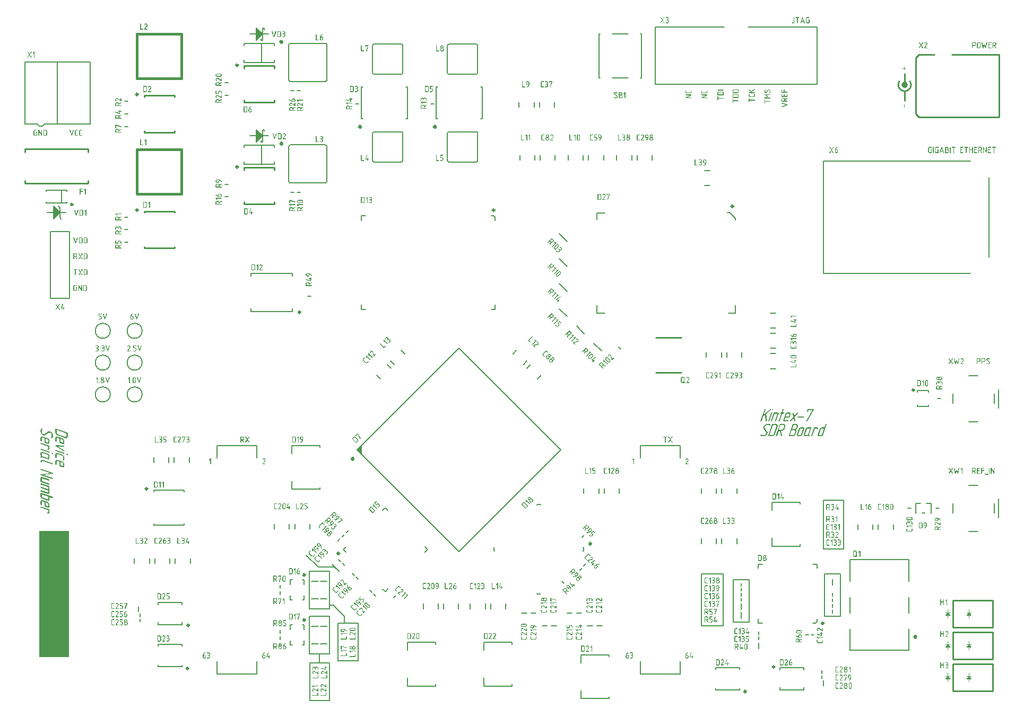
<source format=gto>
G04 Layer_Color=65535*
%FSLAX44Y44*%
%MOMM*%
G71*
G01*
G75*
%ADD67C,0.2500*%
%ADD69C,0.3500*%
%ADD70C,0.1000*%
%ADD71C,0.1500*%
%ADD101C,0.2540*%
%ADD102C,0.5080*%
%ADD103C,0.1778*%
%ADD104C,0.2000*%
%ADD105C,0.1780*%
%ADD106C,0.3810*%
%ADD107R,4.7000X20.2000*%
G36*
X1950619Y870769D02*
X1950933Y870698D01*
X1951203Y870598D01*
X1951431Y870484D01*
X1951617Y870356D01*
X1951759Y870256D01*
X1951844Y870185D01*
X1951859Y870171D01*
X1951873Y870157D01*
X1951987Y870028D01*
X1952072Y869900D01*
X1952229Y869644D01*
X1952343Y869373D01*
X1952415Y869131D01*
X1952471Y868917D01*
X1952486Y868817D01*
Y868746D01*
X1952500Y868675D01*
Y868632D01*
Y868603D01*
Y868589D01*
Y868019D01*
X1952486Y867848D01*
X1952471Y867691D01*
X1952386Y867378D01*
X1952272Y867107D01*
X1952130Y866865D01*
X1952001Y866680D01*
X1951887Y866537D01*
X1951844Y866480D01*
X1951802Y866438D01*
X1951788Y866423D01*
X1951773Y866409D01*
X1951673Y866295D01*
X1951559Y866209D01*
X1951317Y866053D01*
X1951061Y865953D01*
X1950833Y865867D01*
X1950619Y865825D01*
X1950448Y865810D01*
X1950377Y865796D01*
X1945019D01*
X1944848Y865810D01*
X1944691Y865825D01*
X1944392Y865896D01*
X1944121Y866010D01*
X1943893Y866124D01*
X1943722Y866238D01*
X1943580Y866352D01*
X1943494Y866423D01*
X1943466Y866452D01*
X1943352Y866580D01*
X1943238Y866708D01*
X1943081Y866979D01*
X1942953Y867235D01*
X1942882Y867478D01*
X1942825Y867691D01*
X1942810Y867791D01*
Y867862D01*
X1942796Y867934D01*
Y867976D01*
Y868005D01*
Y868019D01*
Y868589D01*
Y868760D01*
X1942825Y868917D01*
X1942896Y869230D01*
X1943010Y869487D01*
X1943124Y869715D01*
X1943238Y869900D01*
X1943352Y870043D01*
X1943423Y870128D01*
X1943437Y870157D01*
X1943452D01*
X1943580Y870270D01*
X1943708Y870370D01*
X1943965Y870527D01*
X1944235Y870641D01*
X1944478Y870712D01*
X1944691Y870769D01*
X1944791Y870783D01*
X1944862D01*
X1944934Y870798D01*
X1950462D01*
X1950619Y870769D01*
D02*
G37*
G36*
X1999501Y1080913D02*
X1999587Y1080899D01*
X1999715Y1080842D01*
X1999801Y1080771D01*
X1999815Y1080757D01*
X1999829Y1080742D01*
X1999886Y1080671D01*
X1999929Y1080600D01*
X1999971Y1080458D01*
X1999986Y1080386D01*
X2000000Y1080343D01*
Y1080315D01*
Y1080301D01*
X1999986Y1080187D01*
X1999957Y1080087D01*
X1999915Y1080002D01*
X1999872Y1079945D01*
X1999829Y1079888D01*
X1999786Y1079859D01*
X1999758Y1079845D01*
X1999743Y1079831D01*
X1996238Y1077622D01*
Y1076226D01*
X1999402D01*
X1999501Y1076211D01*
X1999587Y1076197D01*
X1999729Y1076140D01*
X1999815Y1076069D01*
X1999829Y1076055D01*
X1999843Y1076040D01*
X1999900Y1075969D01*
X1999929Y1075898D01*
X1999986Y1075770D01*
Y1075698D01*
X2000000Y1075656D01*
Y1075627D01*
Y1075613D01*
X1999986Y1075527D01*
X1999971Y1075442D01*
X1999915Y1075299D01*
X1999886Y1075242D01*
X1999872Y1075200D01*
X1999843Y1075185D01*
Y1075171D01*
X1999772Y1075114D01*
X1999701Y1075071D01*
X1999558Y1075014D01*
X1999501Y1075000D01*
X1999444Y1074986D01*
X1990909D01*
X1990795Y1075000D01*
X1990709Y1075014D01*
X1990553Y1075086D01*
X1990439Y1075185D01*
X1990367Y1075299D01*
X1990325Y1075413D01*
X1990310Y1075513D01*
X1990296Y1075584D01*
Y1075613D01*
Y1078919D01*
X1990325Y1079218D01*
X1990382Y1079489D01*
X1990467Y1079717D01*
X1990567Y1079902D01*
X1990667Y1080059D01*
X1990752Y1080173D01*
X1990809Y1080229D01*
X1990838Y1080258D01*
X1990966Y1080372D01*
X1991080Y1080486D01*
X1991336Y1080643D01*
X1991593Y1080771D01*
X1991821Y1080842D01*
X1992020Y1080899D01*
X1992177Y1080913D01*
X1992234Y1080928D01*
X1994215D01*
X1994371Y1080913D01*
X1994514Y1080899D01*
X1994799Y1080828D01*
X1995055Y1080714D01*
X1995269Y1080586D01*
X1995454Y1080458D01*
X1995583Y1080358D01*
X1995668Y1080272D01*
X1995682Y1080258D01*
X1995697Y1080244D01*
X1995882Y1080044D01*
X1996010Y1079831D01*
X1996110Y1079617D01*
X1996167Y1079403D01*
X1996210Y1079204D01*
X1996224Y1079061D01*
X1996238Y1079004D01*
Y1078961D01*
X1999074Y1080842D01*
X1999202Y1080899D01*
X1999302Y1080913D01*
X1999387Y1080928D01*
X1999416D01*
X1999501Y1080913D01*
D02*
G37*
G36*
X1997706Y1087639D02*
X1997891Y1087625D01*
X1998233Y1087540D01*
X1998532Y1087426D01*
X1998789Y1087297D01*
X1999003Y1087155D01*
X1999088Y1087098D01*
X1999159Y1087041D01*
X1999216Y1086998D01*
X1999259Y1086955D01*
X1999273Y1086941D01*
X1999288Y1086927D01*
X1999416Y1086784D01*
X1999516Y1086642D01*
X1999615Y1086499D01*
X1999701Y1086342D01*
X1999829Y1086043D01*
X1999915Y1085773D01*
X1999957Y1085530D01*
X1999971Y1085431D01*
X1999986Y1085331D01*
X2000000Y1085260D01*
Y1085203D01*
Y1085174D01*
Y1085160D01*
Y1083265D01*
X1999986Y1083165D01*
X1999971Y1083079D01*
X1999915Y1082937D01*
X1999886Y1082880D01*
X1999857Y1082837D01*
X1999829Y1082823D01*
Y1082809D01*
X1999758Y1082752D01*
X1999686Y1082723D01*
X1999558Y1082666D01*
X1999501D01*
X1999458Y1082652D01*
X1999416D01*
X1999330Y1082666D01*
X1999245Y1082680D01*
X1999117Y1082737D01*
X1999059Y1082766D01*
X1999017Y1082780D01*
X1999003Y1082809D01*
X1998988D01*
X1998931Y1082880D01*
X1998874Y1082951D01*
X1998831Y1083108D01*
X1998817Y1083165D01*
X1998803Y1083222D01*
Y1083250D01*
Y1083265D01*
Y1085160D01*
X1998789Y1085345D01*
X1998746Y1085502D01*
X1998732Y1085559D01*
X1998717Y1085602D01*
X1998703Y1085630D01*
Y1085644D01*
X1998618Y1085801D01*
X1998532Y1085929D01*
X1998461Y1086015D01*
X1998433Y1086029D01*
Y1086043D01*
X1998290Y1086171D01*
X1998162Y1086257D01*
X1998105Y1086285D01*
X1998062Y1086314D01*
X1998034Y1086328D01*
X1998019D01*
X1997848Y1086385D01*
X1997677Y1086414D01*
X1997620Y1086428D01*
X1996566D01*
X1996381Y1086414D01*
X1996224Y1086385D01*
X1996167Y1086357D01*
X1996124Y1086342D01*
X1996096Y1086328D01*
X1996081D01*
X1995925Y1086243D01*
X1995796Y1086143D01*
X1995711Y1086072D01*
X1995697Y1086058D01*
X1995682Y1086043D01*
X1995554Y1085915D01*
X1995469Y1085787D01*
X1995440Y1085730D01*
X1995412Y1085687D01*
X1995397Y1085659D01*
Y1085644D01*
X1995340Y1085473D01*
X1995312Y1085317D01*
X1995298Y1085260D01*
Y1085203D01*
Y1085174D01*
Y1085160D01*
Y1084205D01*
X1995283Y1084105D01*
X1995269Y1084020D01*
X1995212Y1083877D01*
X1995184Y1083835D01*
X1995155Y1083792D01*
X1995127Y1083778D01*
Y1083763D01*
X1995055Y1083706D01*
X1994984Y1083664D01*
X1994842Y1083621D01*
X1994771Y1083607D01*
X1994728Y1083592D01*
X1994685D01*
X1994599Y1083607D01*
X1994528Y1083621D01*
X1994400Y1083678D01*
X1994315Y1083721D01*
X1994300Y1083749D01*
X1994286D01*
X1994229Y1083820D01*
X1994172Y1083892D01*
X1994129Y1084048D01*
X1994115Y1084105D01*
X1994101Y1084162D01*
Y1084191D01*
Y1084205D01*
Y1085160D01*
X1994086Y1085359D01*
X1994044Y1085530D01*
X1993972Y1085687D01*
X1993901Y1085815D01*
X1993830Y1085915D01*
X1993759Y1086001D01*
X1993716Y1086043D01*
X1993702Y1086058D01*
X1993545Y1086171D01*
X1993388Y1086257D01*
X1993232Y1086314D01*
X1993089Y1086357D01*
X1992961Y1086385D01*
X1992861Y1086400D01*
X1992776D01*
X1992590Y1086385D01*
X1992419Y1086357D01*
X1992277Y1086300D01*
X1992149Y1086257D01*
X1992049Y1086200D01*
X1991978Y1086143D01*
X1991935Y1086115D01*
X1991921Y1086100D01*
X1991792Y1085958D01*
X1991693Y1085815D01*
X1991636Y1085659D01*
X1991579Y1085502D01*
X1991550Y1085374D01*
X1991536Y1085260D01*
Y1085188D01*
Y1085160D01*
Y1083265D01*
X1991522Y1083165D01*
X1991507Y1083079D01*
X1991450Y1082937D01*
X1991422Y1082880D01*
X1991393Y1082837D01*
X1991365Y1082823D01*
Y1082809D01*
X1991294Y1082752D01*
X1991208Y1082723D01*
X1991066Y1082666D01*
X1991009D01*
X1990952Y1082652D01*
X1990909D01*
X1990823Y1082666D01*
X1990752Y1082680D01*
X1990624Y1082737D01*
X1990538Y1082780D01*
X1990524Y1082809D01*
X1990510D01*
X1990439Y1082880D01*
X1990396Y1082951D01*
X1990339Y1083108D01*
X1990325Y1083165D01*
X1990310Y1083222D01*
Y1083250D01*
Y1083265D01*
Y1085160D01*
X1990325Y1085374D01*
X1990339Y1085573D01*
X1990382Y1085744D01*
X1990424Y1085915D01*
X1990481Y1086072D01*
X1990538Y1086200D01*
X1990667Y1086442D01*
X1990809Y1086613D01*
X1990923Y1086741D01*
X1991009Y1086813D01*
X1991023Y1086841D01*
X1991037D01*
X1991180Y1086984D01*
X1991322Y1087112D01*
X1991479Y1087212D01*
X1991621Y1087311D01*
X1991778Y1087397D01*
X1991921Y1087454D01*
X1992191Y1087554D01*
X1992434Y1087611D01*
X1992533Y1087625D01*
X1992619Y1087639D01*
X1992690Y1087654D01*
X1992790D01*
X1993018Y1087639D01*
X1993232Y1087611D01*
X1993417Y1087582D01*
X1993602Y1087540D01*
X1993745Y1087483D01*
X1993844Y1087454D01*
X1993916Y1087426D01*
X1993944Y1087411D01*
X1994129Y1087311D01*
X1994286Y1087212D01*
X1994414Y1087098D01*
X1994528Y1086984D01*
X1994614Y1086884D01*
X1994671Y1086813D01*
X1994699Y1086756D01*
X1994713Y1086741D01*
X1994813Y1086884D01*
X1994927Y1087012D01*
X1995055Y1087126D01*
X1995184Y1087226D01*
X1995298Y1087297D01*
X1995383Y1087354D01*
X1995440Y1087383D01*
X1995469Y1087397D01*
X1995654Y1087483D01*
X1995853Y1087540D01*
X1996039Y1087597D01*
X1996210Y1087625D01*
X1996352Y1087639D01*
X1996466Y1087654D01*
X1997521D01*
X1997706Y1087639D01*
D02*
G37*
G36*
X1952058Y852459D02*
X1952186Y852416D01*
X1952286Y852359D01*
X1952301Y852345D01*
X1952315Y852331D01*
X1952372Y852259D01*
X1952415Y852188D01*
X1952471Y852046D01*
X1952486Y851974D01*
X1952500Y851917D01*
Y851889D01*
Y851875D01*
Y849523D01*
X1952486Y849367D01*
X1952471Y849224D01*
X1952400Y848939D01*
X1952286Y848683D01*
X1952172Y848469D01*
X1952058Y848284D01*
X1951944Y848156D01*
X1951873Y848070D01*
X1951844Y848056D01*
Y848042D01*
X1951645Y847856D01*
X1951417Y847714D01*
X1951189Y847628D01*
X1950961Y847557D01*
X1950776Y847514D01*
X1950619Y847500D01*
X1950562Y847486D01*
X1944820D01*
X1944520Y847514D01*
X1944235Y847571D01*
X1943993Y847671D01*
X1943794Y847785D01*
X1943623Y847885D01*
X1943494Y847984D01*
X1943423Y848042D01*
X1943395Y848070D01*
X1943195Y848298D01*
X1943053Y848555D01*
X1942939Y848797D01*
X1942867Y849025D01*
X1942825Y849224D01*
X1942810Y849381D01*
X1942796Y849438D01*
Y849481D01*
Y849509D01*
Y849523D01*
Y851875D01*
X1942810Y851989D01*
X1942825Y852074D01*
X1942853Y852160D01*
X1942882Y852217D01*
X1942924Y852274D01*
X1942953Y852302D01*
X1942967Y852331D01*
X1942981D01*
X1943053Y852388D01*
X1943124Y852416D01*
X1943266Y852473D01*
X1943323D01*
X1943366Y852487D01*
X1943494D01*
X1943566Y852459D01*
X1943708Y852416D01*
X1943765Y852388D01*
X1943808Y852359D01*
X1943822Y852345D01*
X1943836Y852331D01*
X1943893Y852259D01*
X1943936Y852188D01*
X1943993Y852046D01*
X1944007Y851974D01*
X1944022Y851917D01*
Y851889D01*
Y851875D01*
Y849523D01*
X1944036Y849395D01*
X1944050Y849295D01*
X1944093Y849196D01*
X1944136Y849110D01*
X1944178Y849039D01*
X1944207Y848996D01*
X1944235Y848968D01*
X1944250Y848953D01*
X1944335Y848882D01*
X1944435Y848825D01*
X1944535Y848783D01*
X1944620Y848754D01*
X1944706Y848740D01*
X1944763Y848726D01*
X1950477D01*
X1950605Y848740D01*
X1950719Y848768D01*
X1950819Y848797D01*
X1950904Y848839D01*
X1950975Y848882D01*
X1951032Y848925D01*
X1951061Y848939D01*
X1951075Y848953D01*
X1951146Y849039D01*
X1951203Y849139D01*
X1951246Y849238D01*
X1951275Y849324D01*
X1951289Y849409D01*
X1951303Y849466D01*
Y849509D01*
Y849523D01*
Y851875D01*
Y851989D01*
X1951332Y852074D01*
X1951360Y852160D01*
X1951389Y852217D01*
X1951417Y852274D01*
X1951446Y852302D01*
X1951460Y852331D01*
X1951474D01*
X1951545Y852388D01*
X1951617Y852416D01*
X1951745Y852473D01*
X1951816D01*
X1951859Y852487D01*
X1951987D01*
X1952058Y852459D01*
D02*
G37*
G36*
X1952001Y857332D02*
X1952087Y857318D01*
X1952229Y857261D01*
X1952315Y857190D01*
X1952329Y857175D01*
X1952343Y857161D01*
X1952400Y857090D01*
X1952429Y857019D01*
X1952486Y856890D01*
Y856819D01*
X1952500Y856776D01*
Y856748D01*
Y856734D01*
X1952486Y856648D01*
X1952471Y856563D01*
X1952415Y856434D01*
X1952386Y856377D01*
X1952372Y856335D01*
X1952343Y856320D01*
Y856306D01*
X1952272Y856249D01*
X1952201Y856206D01*
X1952058Y856149D01*
X1952001Y856135D01*
X1951944Y856121D01*
X1944691D01*
X1945546Y855309D01*
X1945674Y855223D01*
X1945760Y855138D01*
X1945831Y855066D01*
X1945874Y854995D01*
X1945903Y854938D01*
X1945917Y854895D01*
Y854867D01*
Y854853D01*
X1945903Y854767D01*
X1945888Y854682D01*
X1945817Y854539D01*
X1945789Y854482D01*
X1945760Y854439D01*
X1945746Y854425D01*
X1945732Y854411D01*
X1945660Y854354D01*
X1945589Y854311D01*
X1945447Y854254D01*
X1945375Y854240D01*
X1945333Y854226D01*
X1945290D01*
X1945204Y854240D01*
X1945133Y854254D01*
X1944991Y854325D01*
X1944934Y854368D01*
X1944891Y854397D01*
X1944877Y854411D01*
X1944862Y854425D01*
X1942996Y856292D01*
X1942910Y856392D01*
X1942853Y856477D01*
X1942810Y856577D01*
X1942782Y856648D01*
X1942768Y856719D01*
X1942753Y856776D01*
Y856805D01*
Y856819D01*
X1942768Y856905D01*
X1942782Y856976D01*
X1942839Y857090D01*
X1942910Y857161D01*
X1942924Y857190D01*
X1942939D01*
X1943010Y857247D01*
X1943081Y857275D01*
X1943238Y857332D01*
X1943309D01*
X1943352Y857346D01*
X1951902D01*
X1952001Y857332D01*
D02*
G37*
G36*
X1950206Y864001D02*
X1950391Y863987D01*
X1950733Y863901D01*
X1951032Y863787D01*
X1951289Y863659D01*
X1951503Y863516D01*
X1951588Y863459D01*
X1951659Y863402D01*
X1951716Y863360D01*
X1951759Y863317D01*
X1951773Y863303D01*
X1951788Y863288D01*
X1951916Y863146D01*
X1952016Y863003D01*
X1952115Y862861D01*
X1952201Y862704D01*
X1952329Y862405D01*
X1952415Y862134D01*
X1952457Y861892D01*
X1952471Y861792D01*
X1952486Y861692D01*
X1952500Y861621D01*
Y861564D01*
Y861536D01*
Y861521D01*
Y859626D01*
X1952486Y859527D01*
X1952471Y859441D01*
X1952415Y859298D01*
X1952386Y859241D01*
X1952357Y859199D01*
X1952329Y859184D01*
Y859170D01*
X1952258Y859113D01*
X1952186Y859085D01*
X1952058Y859028D01*
X1952001D01*
X1951958Y859014D01*
X1951916D01*
X1951830Y859028D01*
X1951745Y859042D01*
X1951617Y859099D01*
X1951559Y859128D01*
X1951517Y859142D01*
X1951503Y859170D01*
X1951488D01*
X1951431Y859241D01*
X1951374Y859313D01*
X1951332Y859470D01*
X1951317Y859527D01*
X1951303Y859584D01*
Y859612D01*
Y859626D01*
Y861521D01*
X1951289Y861707D01*
X1951246Y861863D01*
X1951232Y861920D01*
X1951218Y861963D01*
X1951203Y861992D01*
Y862006D01*
X1951118Y862163D01*
X1951032Y862291D01*
X1950961Y862376D01*
X1950933Y862391D01*
Y862405D01*
X1950790Y862533D01*
X1950662Y862619D01*
X1950605Y862647D01*
X1950562Y862676D01*
X1950534Y862690D01*
X1950519D01*
X1950348Y862747D01*
X1950177Y862775D01*
X1950120Y862790D01*
X1949066D01*
X1948881Y862775D01*
X1948724Y862747D01*
X1948667Y862718D01*
X1948624Y862704D01*
X1948596Y862690D01*
X1948581D01*
X1948425Y862604D01*
X1948296Y862505D01*
X1948211Y862433D01*
X1948197Y862419D01*
X1948182Y862405D01*
X1948054Y862277D01*
X1947969Y862148D01*
X1947940Y862091D01*
X1947912Y862049D01*
X1947897Y862020D01*
Y862006D01*
X1947841Y861835D01*
X1947812Y861678D01*
X1947798Y861621D01*
Y861564D01*
Y861536D01*
Y861521D01*
Y860567D01*
X1947784Y860467D01*
X1947769Y860381D01*
X1947712Y860239D01*
X1947684Y860196D01*
X1947655Y860154D01*
X1947627Y860139D01*
Y860125D01*
X1947556Y860068D01*
X1947484Y860025D01*
X1947342Y859983D01*
X1947271Y859968D01*
X1947228Y859954D01*
X1947185D01*
X1947099Y859968D01*
X1947028Y859983D01*
X1946900Y860040D01*
X1946815Y860082D01*
X1946800Y860111D01*
X1946786D01*
X1946729Y860182D01*
X1946672Y860253D01*
X1946629Y860410D01*
X1946615Y860467D01*
X1946601Y860524D01*
Y860553D01*
Y860567D01*
Y861521D01*
X1946586Y861721D01*
X1946544Y861892D01*
X1946472Y862049D01*
X1946401Y862177D01*
X1946330Y862277D01*
X1946259Y862362D01*
X1946216Y862405D01*
X1946202Y862419D01*
X1946045Y862533D01*
X1945888Y862619D01*
X1945732Y862676D01*
X1945589Y862718D01*
X1945461Y862747D01*
X1945361Y862761D01*
X1945276D01*
X1945090Y862747D01*
X1944919Y862718D01*
X1944777Y862661D01*
X1944649Y862619D01*
X1944549Y862562D01*
X1944478Y862505D01*
X1944435Y862476D01*
X1944421Y862462D01*
X1944292Y862319D01*
X1944193Y862177D01*
X1944136Y862020D01*
X1944079Y861863D01*
X1944050Y861735D01*
X1944036Y861621D01*
Y861550D01*
Y861521D01*
Y859626D01*
X1944022Y859527D01*
X1944007Y859441D01*
X1943950Y859298D01*
X1943922Y859241D01*
X1943893Y859199D01*
X1943865Y859184D01*
Y859170D01*
X1943794Y859113D01*
X1943708Y859085D01*
X1943566Y859028D01*
X1943509D01*
X1943452Y859014D01*
X1943409D01*
X1943323Y859028D01*
X1943252Y859042D01*
X1943124Y859099D01*
X1943038Y859142D01*
X1943024Y859170D01*
X1943010D01*
X1942939Y859241D01*
X1942896Y859313D01*
X1942839Y859470D01*
X1942825Y859527D01*
X1942810Y859584D01*
Y859612D01*
Y859626D01*
Y861521D01*
X1942825Y861735D01*
X1942839Y861935D01*
X1942882Y862106D01*
X1942924Y862277D01*
X1942981Y862433D01*
X1943038Y862562D01*
X1943167Y862804D01*
X1943309Y862975D01*
X1943423Y863103D01*
X1943509Y863174D01*
X1943523Y863203D01*
X1943537D01*
X1943680Y863345D01*
X1943822Y863474D01*
X1943979Y863573D01*
X1944121Y863673D01*
X1944278Y863759D01*
X1944421Y863816D01*
X1944691Y863915D01*
X1944934Y863972D01*
X1945033Y863987D01*
X1945119Y864001D01*
X1945190Y864015D01*
X1945290D01*
X1945518Y864001D01*
X1945732Y863972D01*
X1945917Y863944D01*
X1946102Y863901D01*
X1946245Y863844D01*
X1946344Y863816D01*
X1946416Y863787D01*
X1946444Y863773D01*
X1946629Y863673D01*
X1946786Y863573D01*
X1946914Y863459D01*
X1947028Y863345D01*
X1947114Y863246D01*
X1947171Y863174D01*
X1947199Y863117D01*
X1947213Y863103D01*
X1947313Y863246D01*
X1947427Y863374D01*
X1947556Y863488D01*
X1947684Y863588D01*
X1947798Y863659D01*
X1947883Y863716D01*
X1947940Y863744D01*
X1947969Y863759D01*
X1948154Y863844D01*
X1948353Y863901D01*
X1948539Y863958D01*
X1948710Y863987D01*
X1948852Y864001D01*
X1948966Y864015D01*
X1950021D01*
X1950206Y864001D01*
D02*
G37*
G36*
X1383754Y1269809D02*
X1383854Y1269788D01*
X1383955Y1269748D01*
X1384026Y1269718D01*
X1384086Y1269678D01*
X1384136Y1269647D01*
X1384157Y1269627D01*
X1384167Y1269617D01*
X1384217Y1269547D01*
X1384257Y1269486D01*
X1384298Y1269365D01*
Y1269264D01*
X1384308Y1269234D01*
X1384298Y1269224D01*
X1384288Y1269134D01*
X1384257Y1269063D01*
X1384187Y1268912D01*
X1384136Y1268861D01*
X1384116Y1268821D01*
X1384086Y1268791D01*
X1384076Y1268781D01*
X1378071Y1262776D01*
X1377990Y1262715D01*
X1377920Y1262665D01*
X1377778Y1262604D01*
X1377668Y1262594D01*
X1377627D01*
X1377537Y1262604D01*
X1377466Y1262635D01*
X1377335Y1262685D01*
X1377285Y1262735D01*
X1377245Y1262755D01*
X1377224Y1262776D01*
X1377214Y1262786D01*
X1377164Y1262856D01*
X1377114Y1262927D01*
X1377063Y1263058D01*
X1377043Y1263118D01*
X1377023Y1263158D01*
X1377033Y1263189D01*
X1377023Y1263199D01*
X1377033Y1263289D01*
X1377053Y1263370D01*
X1377114Y1263511D01*
X1377144Y1263561D01*
X1377174Y1263612D01*
X1377194Y1263632D01*
X1377204Y1263642D01*
X1382303Y1268740D01*
X1381124Y1268710D01*
X1380973Y1268680D01*
X1380751D01*
X1380670Y1268700D01*
X1380610Y1268720D01*
X1380570Y1268740D01*
X1380549Y1268761D01*
X1380539Y1268771D01*
X1380489Y1268841D01*
X1380439Y1268912D01*
X1380388Y1269063D01*
X1380368Y1269123D01*
X1380358Y1269174D01*
Y1269194D01*
Y1269214D01*
X1380368Y1269305D01*
X1380388Y1269385D01*
X1380449Y1269526D01*
X1380489Y1269587D01*
X1380509Y1269627D01*
X1380529Y1269647D01*
X1380539Y1269657D01*
X1380610Y1269708D01*
X1380670Y1269748D01*
X1380822Y1269799D01*
X1380892Y1269809D01*
X1380942Y1269819D01*
X1383623D01*
X1383754Y1269809D01*
D02*
G37*
G36*
X1377023Y1276600D02*
X1377134Y1276549D01*
X1377214Y1276489D01*
X1377275Y1276449D01*
X1377295Y1276428D01*
X1379633Y1274091D01*
X1379824Y1273859D01*
X1379975Y1273627D01*
X1380076Y1273406D01*
X1380136Y1273204D01*
X1380177Y1273023D01*
X1380197Y1272882D01*
Y1272801D01*
Y1272761D01*
X1380187Y1272589D01*
Y1272428D01*
X1380116Y1272136D01*
X1380025Y1271864D01*
X1379915Y1271652D01*
X1379814Y1271471D01*
X1379713Y1271350D01*
X1379683Y1271300D01*
X1379653Y1271270D01*
X1379633Y1271249D01*
X1379622Y1271239D01*
X1378282Y1269899D01*
X1378161Y1269799D01*
X1378051Y1269708D01*
X1377799Y1269557D01*
X1377537Y1269456D01*
X1377295Y1269395D01*
X1377073Y1269355D01*
X1376912Y1269335D01*
X1376751D01*
X1376479Y1269345D01*
X1376237Y1269406D01*
X1376015Y1269486D01*
X1375824Y1269597D01*
X1375652Y1269708D01*
X1375542Y1269799D01*
X1375491Y1269829D01*
X1375461Y1269859D01*
X1375441Y1269879D01*
X1375431Y1269889D01*
X1375461Y1269859D01*
X1374786Y1266524D01*
X1374736Y1266393D01*
X1374675Y1266312D01*
X1374625Y1266242D01*
X1374615Y1266232D01*
X1374605Y1266221D01*
X1374534Y1266171D01*
X1374464Y1266121D01*
X1374333Y1266070D01*
X1374222Y1266060D01*
X1374182D01*
X1374091Y1266070D01*
X1374010Y1266090D01*
X1373879Y1266161D01*
X1373819Y1266201D01*
X1373779Y1266221D01*
X1373758Y1266242D01*
X1373748Y1266252D01*
X1373678Y1266342D01*
X1373627Y1266433D01*
X1373597Y1266524D01*
X1373587Y1266594D01*
X1373577Y1266665D01*
X1373587Y1266715D01*
X1373597Y1266746D01*
Y1266766D01*
X1374514Y1270806D01*
X1373526Y1271794D01*
X1371290Y1269557D01*
X1371209Y1269496D01*
X1371139Y1269446D01*
X1370997Y1269385D01*
X1370887Y1269375D01*
X1370846D01*
X1370756Y1269385D01*
X1370685Y1269416D01*
X1370554Y1269466D01*
X1370504Y1269516D01*
X1370464Y1269537D01*
X1370443Y1269557D01*
X1370433Y1269567D01*
X1370383Y1269637D01*
X1370332Y1269708D01*
X1370272Y1269849D01*
X1370252Y1269909D01*
X1370232Y1269950D01*
X1370242Y1269980D01*
X1370232Y1269990D01*
X1370242Y1270081D01*
X1370262Y1270161D01*
X1370322Y1270302D01*
X1370353Y1270353D01*
X1370383Y1270403D01*
X1370403Y1270423D01*
X1370413Y1270433D01*
X1376418Y1276438D01*
X1376509Y1276509D01*
X1376579Y1276559D01*
X1376741Y1276620D01*
X1376892Y1276630D01*
X1377023Y1276600D01*
D02*
G37*
G36*
X1390555Y1222987D02*
X1390696Y1222947D01*
X1390807Y1222896D01*
X1390877Y1222846D01*
X1390887Y1222836D01*
X1390897Y1222826D01*
X1390958Y1222766D01*
X1390998Y1222685D01*
X1391048Y1222554D01*
X1391069Y1222494D01*
X1391079Y1222443D01*
Y1222423D01*
Y1222403D01*
Y1222302D01*
X1391059Y1222221D01*
X1391008Y1222090D01*
X1390968Y1222030D01*
X1390948Y1221990D01*
X1390927Y1221970D01*
X1390918Y1221960D01*
X1390867Y1221909D01*
X1390817Y1221879D01*
X1390776Y1221859D01*
X1390766Y1221849D01*
X1385446Y1218927D01*
X1386806Y1217566D01*
X1387723Y1218483D01*
X1387794Y1218534D01*
X1387865Y1218584D01*
X1388006Y1218644D01*
X1388106Y1218665D01*
X1388136Y1218655D01*
X1388147Y1218665D01*
X1388237Y1218655D01*
X1388318Y1218634D01*
X1388459Y1218574D01*
X1388499Y1218534D01*
X1388550Y1218503D01*
X1388570Y1218483D01*
X1388580Y1218473D01*
X1388640Y1218413D01*
X1388671Y1218342D01*
X1388731Y1218201D01*
X1388751Y1218100D01*
Y1218080D01*
Y1218060D01*
Y1217980D01*
X1388741Y1217889D01*
X1388671Y1217758D01*
X1388640Y1217707D01*
X1388610Y1217657D01*
X1388590Y1217637D01*
X1388580Y1217627D01*
X1387663Y1216710D01*
X1388227Y1216146D01*
X1388288Y1216065D01*
X1388348Y1215984D01*
X1388409Y1215843D01*
Y1215783D01*
X1388419Y1215733D01*
X1388429Y1215702D01*
X1388419Y1215692D01*
X1388409Y1215602D01*
X1388378Y1215531D01*
X1388328Y1215400D01*
X1388288Y1215360D01*
X1388268Y1215320D01*
X1388247Y1215299D01*
X1388237Y1215289D01*
X1388177Y1215229D01*
X1388096Y1215189D01*
X1387975Y1215128D01*
X1387915Y1215108D01*
X1387865Y1215098D01*
X1387824D01*
X1387733Y1215108D01*
X1387653Y1215128D01*
X1387512Y1215189D01*
X1387451Y1215229D01*
X1387401Y1215259D01*
X1387381Y1215279D01*
X1387371Y1215289D01*
X1386806Y1215854D01*
X1385900Y1214947D01*
X1385829Y1214876D01*
X1385749Y1214836D01*
X1385607Y1214775D01*
X1385507Y1214755D01*
X1385466D01*
X1385376Y1214765D01*
X1385305Y1214796D01*
X1385174Y1214846D01*
X1385124Y1214896D01*
X1385083Y1214916D01*
X1385063Y1214937D01*
X1385053Y1214947D01*
X1385003Y1215017D01*
X1384953Y1215088D01*
X1384892Y1215229D01*
X1384872Y1215289D01*
X1384852Y1215330D01*
X1384862Y1215360D01*
X1384852Y1215370D01*
X1384862Y1215461D01*
X1384882Y1215541D01*
X1384953Y1215672D01*
X1384983Y1215723D01*
X1385013Y1215773D01*
X1385033Y1215793D01*
X1385043Y1215803D01*
X1385950Y1216710D01*
X1384046Y1218614D01*
X1383965Y1218695D01*
X1383915Y1218785D01*
X1383844Y1218937D01*
X1383824Y1219078D01*
X1383844Y1219199D01*
X1383864Y1219299D01*
X1383915Y1219370D01*
X1383945Y1219420D01*
X1383965Y1219441D01*
X1384046Y1219501D01*
X1384066Y1219521D01*
X1384076Y1219531D01*
X1384126Y1219561D01*
X1384157Y1219572D01*
X1384187Y1219582D01*
X1390162Y1222917D01*
X1390313Y1222967D01*
X1390434Y1222987D01*
X1390524Y1222997D01*
X1390555Y1222987D01*
D02*
G37*
G36*
X1997250Y1095377D02*
X1997464Y1095362D01*
X1997834Y1095277D01*
X1998148Y1095177D01*
X1998404Y1095049D01*
X1998518Y1094978D01*
X1998604Y1094921D01*
X1998689Y1094849D01*
X1998760Y1094807D01*
X1998803Y1094764D01*
X1998846Y1094721D01*
X1998860Y1094707D01*
X1998874Y1094693D01*
X1999074Y1094522D01*
X1999245Y1094351D01*
X1999402Y1094165D01*
X1999530Y1093966D01*
X1999630Y1093781D01*
X1999729Y1093596D01*
X1999801Y1093410D01*
X1999857Y1093225D01*
X1999900Y1093054D01*
X1999943Y1092912D01*
X1999971Y1092769D01*
X1999986Y1092641D01*
Y1092555D01*
X2000000Y1092470D01*
Y1092427D01*
Y1092413D01*
X1999986Y1092156D01*
X1999957Y1091914D01*
X1999915Y1091686D01*
X1999843Y1091458D01*
X1999772Y1091259D01*
X1999686Y1091073D01*
X1999587Y1090902D01*
X1999501Y1090746D01*
X1999402Y1090617D01*
X1999316Y1090489D01*
X1999230Y1090389D01*
X1999159Y1090304D01*
X1999088Y1090233D01*
X1999045Y1090190D01*
X1999017Y1090161D01*
X1999003Y1090147D01*
X1998860Y1090019D01*
X1998703Y1089919D01*
X1998546Y1089819D01*
X1998376Y1089734D01*
X1998048Y1089606D01*
X1997734Y1089520D01*
X1997464Y1089477D01*
X1997335Y1089463D01*
X1997236Y1089449D01*
X1997150Y1089435D01*
X1997036D01*
X1996751Y1089449D01*
X1996480Y1089492D01*
X1996238Y1089549D01*
X1996010Y1089606D01*
X1995839Y1089663D01*
X1995697Y1089720D01*
X1995611Y1089762D01*
X1995597Y1089777D01*
X1995583D01*
X1995355Y1089919D01*
X1995141Y1090062D01*
X1994970Y1090218D01*
X1994842Y1090375D01*
X1994728Y1090503D01*
X1994657Y1090617D01*
X1994614Y1090689D01*
X1994599Y1090717D01*
X1994500Y1090589D01*
X1994386Y1090475D01*
X1994272Y1090375D01*
X1994144Y1090290D01*
X1994044Y1090218D01*
X1993958Y1090176D01*
X1993901Y1090147D01*
X1993873Y1090133D01*
X1993673Y1090062D01*
X1993488Y1090005D01*
X1993303Y1089976D01*
X1993132Y1089948D01*
X1993004Y1089933D01*
X1992890Y1089919D01*
X1992790D01*
X1992605Y1089933D01*
X1992419Y1089948D01*
X1992092Y1090019D01*
X1991792Y1090119D01*
X1991550Y1090247D01*
X1991351Y1090361D01*
X1991265Y1090418D01*
X1991194Y1090461D01*
X1991137Y1090503D01*
X1991094Y1090532D01*
X1991080Y1090560D01*
X1991066D01*
X1990923Y1090689D01*
X1990809Y1090831D01*
X1990709Y1090974D01*
X1990624Y1091130D01*
X1990481Y1091430D01*
X1990396Y1091729D01*
X1990339Y1092000D01*
X1990325Y1092113D01*
X1990310Y1092213D01*
X1990296Y1092299D01*
Y1092356D01*
Y1092399D01*
Y1092413D01*
X1990310Y1092626D01*
X1990325Y1092840D01*
X1990424Y1093211D01*
X1990553Y1093524D01*
X1990695Y1093795D01*
X1990766Y1093909D01*
X1990838Y1094009D01*
X1990909Y1094094D01*
X1990966Y1094165D01*
X1991023Y1094222D01*
X1991066Y1094265D01*
X1991080Y1094279D01*
X1991094Y1094294D01*
X1991222Y1094408D01*
X1991365Y1094493D01*
X1991650Y1094650D01*
X1991935Y1094764D01*
X1992191Y1094835D01*
X1992434Y1094878D01*
X1992533Y1094892D01*
X1992619D01*
X1992690Y1094906D01*
X1992790D01*
X1993004Y1094892D01*
X1993203Y1094878D01*
X1993388Y1094835D01*
X1993545Y1094807D01*
X1993673Y1094764D01*
X1993787Y1094721D01*
X1993844Y1094707D01*
X1993873Y1094693D01*
X1994044Y1094607D01*
X1994200Y1094522D01*
X1994329Y1094422D01*
X1994429Y1094336D01*
X1994514Y1094251D01*
X1994571Y1094180D01*
X1994599Y1094137D01*
X1994614Y1094123D01*
X1994742Y1094336D01*
X1994899Y1094522D01*
X1995055Y1094678D01*
X1995212Y1094807D01*
X1995369Y1094921D01*
X1995483Y1094992D01*
X1995568Y1095035D01*
X1995583Y1095049D01*
X1995597D01*
X1995853Y1095163D01*
X1996110Y1095248D01*
X1996352Y1095305D01*
X1996566Y1095348D01*
X1996751Y1095377D01*
X1996908Y1095391D01*
X1997036D01*
X1997250Y1095377D01*
D02*
G37*
G36*
X1389295Y1263642D02*
X1389467Y1263632D01*
X1389769Y1263551D01*
X1390041Y1263461D01*
X1390262Y1263340D01*
X1390454Y1263229D01*
X1390535Y1263168D01*
X1390585Y1263118D01*
X1390645Y1263078D01*
X1390676Y1263048D01*
X1390696Y1263027D01*
X1390706Y1263017D01*
X1391109Y1262614D01*
X1391230Y1262494D01*
X1391320Y1262363D01*
X1391492Y1262090D01*
X1391593Y1261829D01*
X1391673Y1261587D01*
X1391723Y1261375D01*
X1391744Y1261194D01*
X1391754Y1261083D01*
X1391764Y1261053D01*
X1391754Y1261042D01*
X1391744Y1260871D01*
X1391723Y1260710D01*
X1391653Y1260418D01*
X1391542Y1260146D01*
X1391421Y1259924D01*
X1391310Y1259733D01*
X1391250Y1259652D01*
X1391200Y1259602D01*
X1391159Y1259541D01*
X1391129Y1259511D01*
X1391109Y1259491D01*
X1391099Y1259481D01*
X1387371Y1255753D01*
X1387250Y1255632D01*
X1387119Y1255541D01*
X1386847Y1255370D01*
X1386585Y1255249D01*
X1386343Y1255168D01*
X1386121Y1255128D01*
X1385950Y1255098D01*
X1385839Y1255088D01*
X1385799D01*
X1385628Y1255098D01*
X1385477Y1255128D01*
X1385184Y1255199D01*
X1384912Y1255309D01*
X1384691Y1255430D01*
X1384499Y1255541D01*
X1384418Y1255602D01*
X1384368Y1255652D01*
X1384308Y1255692D01*
X1384277Y1255723D01*
X1384257Y1255743D01*
X1384247Y1255753D01*
X1383844Y1256156D01*
X1383733Y1256287D01*
X1383633Y1256408D01*
X1383471Y1256690D01*
X1383361Y1256962D01*
X1383290Y1257234D01*
X1383250Y1257456D01*
X1383230Y1257637D01*
X1383219Y1257707D01*
Y1257768D01*
Y1257788D01*
Y1257808D01*
X1383210Y1257959D01*
X1383230Y1258100D01*
X1383290Y1258382D01*
X1383401Y1258634D01*
X1383502Y1258856D01*
X1383623Y1259037D01*
X1383733Y1259168D01*
X1383774Y1259229D01*
X1383804Y1259259D01*
X1383824Y1259279D01*
X1383834Y1259289D01*
X1387562Y1263017D01*
X1387693Y1263128D01*
X1387814Y1263229D01*
X1388076Y1263390D01*
X1388348Y1263501D01*
X1388590Y1263582D01*
X1388792Y1263622D01*
X1388973Y1263642D01*
X1389084Y1263652D01*
X1389124D01*
X1389295Y1263642D01*
D02*
G37*
G36*
X1387169Y1266393D02*
X1387270Y1266373D01*
X1387371Y1266332D01*
X1387441Y1266302D01*
X1387502Y1266262D01*
X1387552Y1266232D01*
X1387572Y1266211D01*
X1387582Y1266201D01*
X1387633Y1266131D01*
X1387673Y1266070D01*
X1387713Y1265949D01*
Y1265849D01*
X1387723Y1265818D01*
X1387713Y1265808D01*
X1387703Y1265718D01*
X1387673Y1265647D01*
X1387603Y1265496D01*
X1387552Y1265446D01*
X1387532Y1265405D01*
X1387502Y1265375D01*
X1387492Y1265365D01*
X1381487Y1259360D01*
X1381406Y1259299D01*
X1381335Y1259249D01*
X1381194Y1259189D01*
X1381083Y1259178D01*
X1381043D01*
X1380952Y1259189D01*
X1380882Y1259219D01*
X1380751Y1259269D01*
X1380701Y1259320D01*
X1380660Y1259340D01*
X1380640Y1259360D01*
X1380630Y1259370D01*
X1380580Y1259441D01*
X1380529Y1259511D01*
X1380479Y1259642D01*
X1380459Y1259703D01*
X1380439Y1259743D01*
X1380449Y1259773D01*
X1380439Y1259783D01*
X1380449Y1259874D01*
X1380469Y1259954D01*
X1380529Y1260095D01*
X1380560Y1260146D01*
X1380590Y1260196D01*
X1380610Y1260216D01*
X1380620Y1260226D01*
X1385718Y1265325D01*
X1384539Y1265294D01*
X1384388Y1265264D01*
X1384167D01*
X1384086Y1265285D01*
X1384026Y1265305D01*
X1383985Y1265325D01*
X1383965Y1265345D01*
X1383955Y1265355D01*
X1383905Y1265425D01*
X1383854Y1265496D01*
X1383804Y1265647D01*
X1383784Y1265708D01*
X1383774Y1265758D01*
Y1265778D01*
Y1265798D01*
X1383784Y1265889D01*
X1383804Y1265970D01*
X1383864Y1266111D01*
X1383905Y1266171D01*
X1383925Y1266211D01*
X1383945Y1266232D01*
X1383955Y1266242D01*
X1384026Y1266292D01*
X1384086Y1266332D01*
X1384237Y1266383D01*
X1384308Y1266393D01*
X1384358Y1266403D01*
X1387038D01*
X1387169Y1266393D01*
D02*
G37*
G36*
X1689211Y693425D02*
X1689339Y693368D01*
X1689396Y693340D01*
X1689439Y693311D01*
X1689453Y693297D01*
X1689467Y693283D01*
X1689539Y693212D01*
X1689581Y693140D01*
X1689638Y693012D01*
X1689653Y692941D01*
X1689667Y692898D01*
Y692870D01*
Y692855D01*
Y692784D01*
X1689653Y692727D01*
X1689638Y692684D01*
Y692670D01*
X1687943Y686842D01*
X1689866D01*
Y688139D01*
X1689881Y688224D01*
X1689895Y688310D01*
X1689952Y688452D01*
X1690009Y688538D01*
X1690037Y688552D01*
Y688566D01*
X1690109Y688623D01*
X1690180Y688666D01*
X1690322Y688723D01*
X1690379D01*
X1690436Y688737D01*
X1690565D01*
X1690636Y688709D01*
X1690778Y688652D01*
X1690864Y688595D01*
X1690878Y688580D01*
X1690892Y688566D01*
X1690949Y688509D01*
X1691006Y688438D01*
X1691049Y688296D01*
X1691063Y688239D01*
X1691078Y688182D01*
Y688153D01*
Y688139D01*
Y686842D01*
X1691875D01*
X1691975Y686828D01*
X1692075Y686814D01*
X1692218Y686757D01*
X1692260Y686714D01*
X1692303Y686685D01*
X1692332Y686671D01*
Y686657D01*
X1692388Y686586D01*
X1692417Y686514D01*
X1692474Y686386D01*
Y686329D01*
X1692488Y686286D01*
Y686258D01*
Y686244D01*
Y686158D01*
X1692460Y686073D01*
X1692417Y685944D01*
X1692388Y685887D01*
X1692360Y685845D01*
X1692346Y685830D01*
X1692332Y685816D01*
X1692260Y685759D01*
X1692189Y685716D01*
X1692047Y685659D01*
X1691975Y685645D01*
X1691918Y685631D01*
X1691078D01*
Y684349D01*
Y684249D01*
X1691049Y684163D01*
X1690992Y684021D01*
X1690935Y683935D01*
X1690921Y683921D01*
X1690907Y683907D01*
X1690835Y683850D01*
X1690764Y683821D01*
X1690636Y683764D01*
X1690565D01*
X1690522Y683750D01*
X1690479D01*
X1690394Y683764D01*
X1690308Y683779D01*
X1690166Y683836D01*
X1690109Y683864D01*
X1690066Y683878D01*
X1690052Y683907D01*
X1690037D01*
X1689980Y683978D01*
X1689938Y684049D01*
X1689895Y684192D01*
X1689881Y684249D01*
X1689866Y684306D01*
Y684334D01*
Y684349D01*
Y685631D01*
X1687059D01*
X1686960Y685659D01*
X1686803Y685716D01*
X1686689Y685802D01*
X1686617Y685902D01*
X1686561Y685987D01*
X1686546Y686073D01*
X1686532Y686130D01*
Y686158D01*
X1686546Y686258D01*
Y686286D01*
Y686301D01*
X1686561Y686358D01*
X1686575Y686386D01*
X1686589Y686415D01*
X1688456Y692998D01*
X1688527Y693140D01*
X1688598Y693240D01*
X1688655Y693311D01*
X1688684Y693326D01*
X1688812Y693397D01*
X1688926Y693440D01*
X1689011Y693454D01*
X1689125D01*
X1689211Y693425D01*
D02*
G37*
G36*
X1634985Y749425D02*
X1635185Y749411D01*
X1635356Y749368D01*
X1635527Y749326D01*
X1635683Y749269D01*
X1635812Y749212D01*
X1636054Y749083D01*
X1636225Y748941D01*
X1636353Y748827D01*
X1636424Y748741D01*
X1636453Y748727D01*
Y748713D01*
X1636595Y748570D01*
X1636724Y748428D01*
X1636823Y748271D01*
X1636923Y748129D01*
X1637009Y747972D01*
X1637066Y747829D01*
X1637165Y747559D01*
X1637222Y747316D01*
X1637237Y747217D01*
X1637251Y747131D01*
X1637265Y747060D01*
Y747003D01*
Y746974D01*
Y746960D01*
X1637251Y746732D01*
X1637222Y746518D01*
X1637194Y746333D01*
X1637151Y746148D01*
X1637094Y746005D01*
X1637066Y745906D01*
X1637037Y745835D01*
X1637023Y745806D01*
X1636923Y745621D01*
X1636823Y745464D01*
X1636709Y745336D01*
X1636595Y745222D01*
X1636496Y745136D01*
X1636424Y745079D01*
X1636367Y745051D01*
X1636353Y745036D01*
X1636496Y744937D01*
X1636624Y744823D01*
X1636738Y744695D01*
X1636838Y744566D01*
X1636909Y744452D01*
X1636966Y744367D01*
X1636994Y744310D01*
X1637009Y744281D01*
X1637094Y744096D01*
X1637151Y743897D01*
X1637208Y743711D01*
X1637237Y743540D01*
X1637251Y743398D01*
X1637265Y743284D01*
Y743213D01*
Y743184D01*
Y742229D01*
X1637251Y742044D01*
X1637237Y741859D01*
X1637151Y741517D01*
X1637037Y741218D01*
X1636909Y740961D01*
X1636766Y740748D01*
X1636709Y740662D01*
X1636652Y740591D01*
X1636610Y740534D01*
X1636567Y740491D01*
X1636553Y740477D01*
X1636538Y740462D01*
X1636396Y740334D01*
X1636253Y740235D01*
X1636111Y740135D01*
X1635954Y740049D01*
X1635655Y739921D01*
X1635384Y739836D01*
X1635142Y739793D01*
X1635042Y739779D01*
X1634942Y739764D01*
X1634871Y739750D01*
X1632876D01*
X1632777Y739764D01*
X1632691Y739779D01*
X1632549Y739836D01*
X1632492Y739864D01*
X1632449Y739893D01*
X1632435Y739921D01*
X1632420D01*
X1632363Y739992D01*
X1632335Y740063D01*
X1632278Y740192D01*
Y740249D01*
X1632264Y740292D01*
Y740320D01*
Y740334D01*
X1632278Y740420D01*
X1632292Y740505D01*
X1632349Y740633D01*
X1632378Y740691D01*
X1632392Y740733D01*
X1632420Y740748D01*
Y740762D01*
X1632492Y740819D01*
X1632563Y740876D01*
X1632720Y740919D01*
X1632777Y740933D01*
X1632834Y740947D01*
X1634772D01*
X1634957Y740961D01*
X1635114Y741004D01*
X1635170Y741018D01*
X1635213Y741032D01*
X1635242Y741047D01*
X1635256D01*
X1635413Y741132D01*
X1635541Y741218D01*
X1635626Y741289D01*
X1635641Y741317D01*
X1635655D01*
X1635783Y741460D01*
X1635869Y741588D01*
X1635897Y741645D01*
X1635926Y741688D01*
X1635940Y741716D01*
Y741731D01*
X1635997Y741902D01*
X1636025Y742073D01*
X1636040Y742130D01*
Y742187D01*
Y742215D01*
Y742229D01*
Y743184D01*
X1636025Y743369D01*
X1635997Y743526D01*
X1635968Y743583D01*
X1635954Y743626D01*
X1635940Y743654D01*
Y743669D01*
X1635854Y743825D01*
X1635755Y743954D01*
X1635683Y744039D01*
X1635669Y744053D01*
X1635655Y744068D01*
X1635527Y744196D01*
X1635399Y744281D01*
X1635341Y744310D01*
X1635299Y744338D01*
X1635270Y744353D01*
X1635256D01*
X1635085Y744410D01*
X1634928Y744438D01*
X1634871Y744452D01*
X1633817D01*
X1633717Y744467D01*
X1633631Y744481D01*
X1633489Y744538D01*
X1633446Y744566D01*
X1633403Y744595D01*
X1633389Y744623D01*
X1633375D01*
X1633318Y744695D01*
X1633275Y744766D01*
X1633233Y744908D01*
X1633218Y744979D01*
X1633204Y745022D01*
Y745051D01*
Y745065D01*
X1633218Y745151D01*
X1633233Y745222D01*
X1633289Y745350D01*
X1633332Y745435D01*
X1633361Y745450D01*
Y745464D01*
X1633432Y745521D01*
X1633503Y745578D01*
X1633660Y745621D01*
X1633717Y745635D01*
X1633774Y745649D01*
X1634772D01*
X1634971Y745664D01*
X1635142Y745706D01*
X1635299Y745778D01*
X1635427Y745849D01*
X1635527Y745920D01*
X1635612Y745991D01*
X1635655Y746034D01*
X1635669Y746048D01*
X1635783Y746205D01*
X1635869Y746362D01*
X1635926Y746518D01*
X1635968Y746661D01*
X1635997Y746789D01*
X1636011Y746889D01*
Y746946D01*
Y746974D01*
X1635997Y747160D01*
X1635968Y747331D01*
X1635911Y747473D01*
X1635869Y747601D01*
X1635812Y747701D01*
X1635755Y747772D01*
X1635726Y747815D01*
X1635712Y747829D01*
X1635569Y747958D01*
X1635427Y748057D01*
X1635270Y748114D01*
X1635114Y748171D01*
X1634985Y748200D01*
X1634871Y748214D01*
X1632876D01*
X1632777Y748228D01*
X1632691Y748243D01*
X1632549Y748300D01*
X1632492Y748328D01*
X1632449Y748357D01*
X1632435Y748385D01*
X1632420D01*
X1632363Y748456D01*
X1632335Y748542D01*
X1632278Y748684D01*
Y748741D01*
X1632264Y748798D01*
Y748827D01*
Y748841D01*
X1632278Y748927D01*
X1632292Y748998D01*
X1632349Y749126D01*
X1632392Y749212D01*
X1632420Y749226D01*
Y749240D01*
X1632492Y749311D01*
X1632563Y749354D01*
X1632720Y749411D01*
X1632777Y749425D01*
X1632834Y749440D01*
X1634772D01*
X1634985Y749425D01*
D02*
G37*
G36*
X1642609Y749440D02*
X1642694Y749425D01*
X1642837Y749354D01*
X1642922Y749283D01*
X1642936Y749269D01*
X1642951Y749254D01*
X1643008Y749183D01*
X1643050Y749112D01*
X1643107Y748984D01*
Y748927D01*
X1643122Y748884D01*
Y748855D01*
Y748841D01*
X1643107Y748713D01*
X1643065Y748585D01*
X1642993Y748499D01*
X1642922Y748414D01*
X1642837Y748357D01*
X1642780Y748300D01*
X1642723Y748285D01*
X1642708Y748271D01*
X1642452Y748157D01*
X1642224Y748015D01*
X1642010Y747872D01*
X1641811Y747715D01*
X1641640Y747559D01*
X1641469Y747402D01*
X1641326Y747245D01*
X1641198Y747088D01*
X1641084Y746932D01*
X1640984Y746789D01*
X1640899Y746661D01*
X1640827Y746561D01*
X1640785Y746461D01*
X1640742Y746390D01*
X1640728Y746348D01*
X1640714Y746333D01*
X1640656Y746177D01*
X1640614Y746048D01*
X1640571Y745934D01*
X1640542Y745835D01*
X1640514Y745763D01*
X1640486Y745706D01*
X1640471Y745678D01*
Y745664D01*
X1642024D01*
X1642338Y745635D01*
X1642609Y745578D01*
X1642851Y745478D01*
X1643065Y745378D01*
X1643236Y745279D01*
X1643364Y745179D01*
X1643435Y745122D01*
X1643464Y745094D01*
X1643663Y744865D01*
X1643806Y744623D01*
X1643905Y744381D01*
X1643977Y744153D01*
X1644019Y743954D01*
X1644034Y743797D01*
X1644048Y743740D01*
Y743697D01*
Y743669D01*
Y743654D01*
Y741773D01*
X1644019Y741460D01*
X1643962Y741189D01*
X1643863Y740933D01*
X1643763Y740733D01*
X1643649Y740548D01*
X1643549Y740434D01*
X1643492Y740349D01*
X1643464Y740320D01*
X1643236Y740135D01*
X1642993Y739992D01*
X1642751Y739893D01*
X1642523Y739821D01*
X1642324Y739779D01*
X1642167Y739764D01*
X1642110Y739750D01*
X1641084D01*
X1640927Y739764D01*
X1640785Y739779D01*
X1640500Y739850D01*
X1640243Y739964D01*
X1640029Y740078D01*
X1639844Y740192D01*
X1639716Y740306D01*
X1639630Y740377D01*
X1639616Y740406D01*
X1639602D01*
X1639417Y740605D01*
X1639274Y740833D01*
X1639189Y741061D01*
X1639117Y741289D01*
X1639075Y741474D01*
X1639061Y741631D01*
X1639046Y741688D01*
Y741731D01*
Y741759D01*
Y741773D01*
Y744139D01*
X1639075Y744638D01*
X1639132Y745122D01*
X1639217Y745549D01*
X1639260Y745763D01*
X1639317Y745948D01*
X1639360Y746105D01*
X1639402Y746262D01*
X1639445Y746390D01*
X1639488Y746504D01*
X1639531Y746604D01*
X1639545Y746661D01*
X1639574Y746704D01*
Y746718D01*
X1639730Y747046D01*
X1639901Y747345D01*
X1640087Y747616D01*
X1640258Y747858D01*
X1640414Y748043D01*
X1640542Y748186D01*
X1640585Y748243D01*
X1640628Y748285D01*
X1640642Y748300D01*
X1640656Y748314D01*
X1640927Y748556D01*
X1641184Y748770D01*
X1641440Y748941D01*
X1641682Y749083D01*
X1641882Y749197D01*
X1642039Y749283D01*
X1642096Y749311D01*
X1642138Y749326D01*
X1642167Y749340D01*
X1642181D01*
X1642324Y749411D01*
X1642438Y749440D01*
X1642495Y749454D01*
X1642523D01*
X1642609Y749440D01*
D02*
G37*
G36*
X1672739Y680940D02*
X1672824Y680925D01*
X1672910Y680897D01*
X1672967Y680868D01*
X1673024Y680826D01*
X1673052Y680797D01*
X1673081Y680783D01*
Y680769D01*
X1673138Y680697D01*
X1673166Y680626D01*
X1673223Y680484D01*
Y680427D01*
X1673237Y680384D01*
Y680355D01*
Y680341D01*
Y680256D01*
X1673209Y680184D01*
X1673166Y680042D01*
X1673138Y679985D01*
X1673109Y679942D01*
X1673095Y679928D01*
X1673081Y679914D01*
X1673009Y679857D01*
X1672938Y679814D01*
X1672796Y679757D01*
X1672724Y679743D01*
X1672667Y679728D01*
X1670273D01*
X1670145Y679714D01*
X1670045Y679700D01*
X1669946Y679657D01*
X1669860Y679614D01*
X1669789Y679572D01*
X1669746Y679543D01*
X1669718Y679515D01*
X1669703Y679500D01*
X1669632Y679415D01*
X1669575Y679315D01*
X1669532Y679215D01*
X1669504Y679130D01*
X1669490Y679044D01*
X1669476Y678987D01*
Y678945D01*
Y678930D01*
Y673273D01*
X1669490Y673145D01*
X1669518Y673031D01*
X1669547Y672931D01*
X1669589Y672846D01*
X1669632Y672775D01*
X1669675Y672718D01*
X1669689Y672689D01*
X1669703Y672675D01*
X1669789Y672604D01*
X1669889Y672547D01*
X1669988Y672504D01*
X1670074Y672475D01*
X1670159Y672461D01*
X1670216Y672447D01*
X1672739D01*
X1672824Y672418D01*
X1672910Y672390D01*
X1672967Y672361D01*
X1673024Y672333D01*
X1673052Y672304D01*
X1673081Y672290D01*
Y672276D01*
X1673138Y672205D01*
X1673166Y672133D01*
X1673223Y672005D01*
Y671934D01*
X1673237Y671891D01*
Y671863D01*
Y671849D01*
Y671763D01*
X1673209Y671692D01*
X1673166Y671563D01*
X1673109Y671464D01*
X1673095Y671450D01*
X1673081Y671435D01*
X1673009Y671378D01*
X1672938Y671336D01*
X1672796Y671279D01*
X1672724Y671264D01*
X1672667Y671250D01*
X1670273D01*
X1670117Y671264D01*
X1669974Y671279D01*
X1669689Y671350D01*
X1669433Y671464D01*
X1669219Y671578D01*
X1669034Y671692D01*
X1668905Y671806D01*
X1668820Y671877D01*
X1668806Y671906D01*
X1668792D01*
X1668606Y672105D01*
X1668464Y672333D01*
X1668378Y672561D01*
X1668307Y672789D01*
X1668264Y672974D01*
X1668250Y673131D01*
X1668236Y673188D01*
Y673231D01*
Y673259D01*
Y673273D01*
Y678930D01*
X1668264Y679230D01*
X1668321Y679515D01*
X1668421Y679757D01*
X1668535Y679956D01*
X1668635Y680127D01*
X1668734Y680256D01*
X1668792Y680327D01*
X1668820Y680355D01*
X1669048Y680555D01*
X1669305Y680697D01*
X1669547Y680811D01*
X1669775Y680883D01*
X1669974Y680925D01*
X1670131Y680940D01*
X1670188Y680954D01*
X1672625D01*
X1672739Y680940D01*
D02*
G37*
G36*
X1643649Y736925D02*
X1643791Y736868D01*
X1643905Y736797D01*
X1643991Y736697D01*
X1644034Y736598D01*
X1644048Y736526D01*
X1644062Y736469D01*
Y736441D01*
Y736355D01*
X1644048Y736327D01*
Y736313D01*
Y736270D01*
Y736227D01*
X1644034Y736184D01*
Y736170D01*
X1641668Y727692D01*
X1641611Y727549D01*
X1641526Y727435D01*
X1641440Y727364D01*
X1641340Y727307D01*
X1641255Y727279D01*
X1641169Y727264D01*
X1641113Y727250D01*
X1641098D01*
X1640999Y727264D01*
X1640913Y727279D01*
X1640771Y727336D01*
X1640714Y727364D01*
X1640671Y727378D01*
X1640656Y727407D01*
X1640642D01*
X1640585Y727464D01*
X1640542Y727535D01*
X1640500Y727678D01*
X1640486Y727735D01*
X1640471Y727792D01*
Y727820D01*
Y727834D01*
Y727920D01*
X1640486Y727977D01*
X1640500Y728005D01*
Y728019D01*
X1642680Y735728D01*
X1640286D01*
Y735401D01*
X1640272Y735301D01*
X1640258Y735201D01*
X1640201Y735059D01*
X1640158Y735016D01*
X1640129Y734973D01*
X1640115Y734959D01*
X1640101Y734945D01*
X1640029Y734888D01*
X1639958Y734859D01*
X1639830Y734802D01*
X1639759D01*
X1639716Y734788D01*
X1639673D01*
X1639588Y734802D01*
X1639502Y734816D01*
X1639360Y734873D01*
X1639303Y734902D01*
X1639260Y734916D01*
X1639246Y734945D01*
X1639232D01*
X1639174Y735016D01*
X1639132Y735087D01*
X1639075Y735244D01*
X1639061Y735301D01*
X1639046Y735358D01*
Y735386D01*
Y735401D01*
Y736341D01*
X1639061Y736455D01*
X1639075Y736541D01*
X1639146Y736697D01*
X1639246Y736811D01*
X1639360Y736883D01*
X1639474Y736925D01*
X1639574Y736940D01*
X1639645Y736954D01*
X1643549D01*
X1643649Y736925D01*
D02*
G37*
G36*
X1625239Y749440D02*
X1625324Y749425D01*
X1625410Y749397D01*
X1625467Y749368D01*
X1625524Y749326D01*
X1625552Y749297D01*
X1625581Y749283D01*
Y749269D01*
X1625638Y749197D01*
X1625666Y749126D01*
X1625723Y748984D01*
Y748927D01*
X1625737Y748884D01*
Y748855D01*
Y748841D01*
Y748756D01*
X1625709Y748684D01*
X1625666Y748542D01*
X1625638Y748485D01*
X1625609Y748442D01*
X1625595Y748428D01*
X1625581Y748414D01*
X1625509Y748357D01*
X1625438Y748314D01*
X1625296Y748257D01*
X1625224Y748243D01*
X1625167Y748228D01*
X1622773D01*
X1622645Y748214D01*
X1622545Y748200D01*
X1622446Y748157D01*
X1622360Y748114D01*
X1622289Y748072D01*
X1622246Y748043D01*
X1622218Y748015D01*
X1622204Y748000D01*
X1622132Y747915D01*
X1622075Y747815D01*
X1622032Y747715D01*
X1622004Y747630D01*
X1621990Y747544D01*
X1621976Y747487D01*
Y747445D01*
Y747430D01*
Y741773D01*
X1621990Y741645D01*
X1622018Y741531D01*
X1622047Y741431D01*
X1622090Y741346D01*
X1622132Y741275D01*
X1622175Y741218D01*
X1622189Y741189D01*
X1622204Y741175D01*
X1622289Y741104D01*
X1622389Y741047D01*
X1622489Y741004D01*
X1622574Y740975D01*
X1622659Y740961D01*
X1622717Y740947D01*
X1625239D01*
X1625324Y740919D01*
X1625410Y740890D01*
X1625467Y740862D01*
X1625524Y740833D01*
X1625552Y740805D01*
X1625581Y740790D01*
Y740776D01*
X1625638Y740705D01*
X1625666Y740633D01*
X1625723Y740505D01*
Y740434D01*
X1625737Y740391D01*
Y740363D01*
Y740349D01*
Y740263D01*
X1625709Y740192D01*
X1625666Y740063D01*
X1625609Y739964D01*
X1625595Y739949D01*
X1625581Y739935D01*
X1625509Y739878D01*
X1625438Y739836D01*
X1625296Y739779D01*
X1625224Y739764D01*
X1625167Y739750D01*
X1622773D01*
X1622617Y739764D01*
X1622474Y739779D01*
X1622189Y739850D01*
X1621933Y739964D01*
X1621719Y740078D01*
X1621534Y740192D01*
X1621405Y740306D01*
X1621320Y740377D01*
X1621306Y740406D01*
X1621292D01*
X1621106Y740605D01*
X1620964Y740833D01*
X1620878Y741061D01*
X1620807Y741289D01*
X1620764Y741474D01*
X1620750Y741631D01*
X1620736Y741688D01*
Y741731D01*
Y741759D01*
Y741773D01*
Y747430D01*
X1620764Y747730D01*
X1620821Y748015D01*
X1620921Y748257D01*
X1621035Y748456D01*
X1621135Y748627D01*
X1621235Y748756D01*
X1621292Y748827D01*
X1621320Y748855D01*
X1621548Y749055D01*
X1621805Y749197D01*
X1622047Y749311D01*
X1622275Y749383D01*
X1622474Y749425D01*
X1622631Y749440D01*
X1622688Y749454D01*
X1625125D01*
X1625239Y749440D01*
D02*
G37*
G36*
X1630155Y749482D02*
X1630226Y749468D01*
X1630340Y749411D01*
X1630411Y749340D01*
X1630440Y749326D01*
Y749311D01*
X1630497Y749240D01*
X1630525Y749169D01*
X1630582Y749012D01*
Y748941D01*
X1630596Y748898D01*
Y748855D01*
Y748841D01*
Y740349D01*
X1630582Y740249D01*
X1630568Y740163D01*
X1630511Y740021D01*
X1630440Y739935D01*
X1630425Y739921D01*
X1630411Y739907D01*
X1630340Y739850D01*
X1630269Y739821D01*
X1630140Y739764D01*
X1630069D01*
X1630026Y739750D01*
X1629984D01*
X1629898Y739764D01*
X1629813Y739779D01*
X1629684Y739836D01*
X1629627Y739864D01*
X1629585Y739878D01*
X1629570Y739907D01*
X1629556D01*
X1629499Y739978D01*
X1629456Y740049D01*
X1629400Y740192D01*
X1629385Y740249D01*
X1629371Y740306D01*
Y740334D01*
Y740349D01*
Y747559D01*
X1628559Y746704D01*
X1628473Y746575D01*
X1628388Y746490D01*
X1628316Y746419D01*
X1628245Y746376D01*
X1628188Y746348D01*
X1628145Y746333D01*
X1628103D01*
X1628017Y746348D01*
X1627932Y746362D01*
X1627789Y746433D01*
X1627732Y746461D01*
X1627690Y746490D01*
X1627675Y746504D01*
X1627661Y746518D01*
X1627604Y746590D01*
X1627561Y746661D01*
X1627504Y746804D01*
X1627490Y746875D01*
X1627476Y746917D01*
Y746946D01*
Y746960D01*
X1627490Y747046D01*
X1627504Y747117D01*
X1627576Y747259D01*
X1627618Y747316D01*
X1627647Y747359D01*
X1627661Y747373D01*
X1627675Y747388D01*
X1629542Y749254D01*
X1629642Y749340D01*
X1629727Y749397D01*
X1629827Y749440D01*
X1629898Y749468D01*
X1629969Y749482D01*
X1630026Y749497D01*
X1630069D01*
X1630155Y749482D01*
D02*
G37*
G36*
X1672739Y693440D02*
X1672824Y693425D01*
X1672910Y693397D01*
X1672967Y693368D01*
X1673024Y693326D01*
X1673052Y693297D01*
X1673081Y693283D01*
Y693269D01*
X1673138Y693197D01*
X1673166Y693126D01*
X1673223Y692984D01*
Y692927D01*
X1673237Y692884D01*
Y692855D01*
Y692841D01*
Y692756D01*
X1673209Y692684D01*
X1673166Y692542D01*
X1673138Y692485D01*
X1673109Y692442D01*
X1673095Y692428D01*
X1673081Y692414D01*
X1673009Y692357D01*
X1672938Y692314D01*
X1672796Y692257D01*
X1672724Y692243D01*
X1672667Y692228D01*
X1670273D01*
X1670145Y692214D01*
X1670045Y692200D01*
X1669946Y692157D01*
X1669860Y692114D01*
X1669789Y692072D01*
X1669746Y692043D01*
X1669718Y692015D01*
X1669703Y692000D01*
X1669632Y691915D01*
X1669575Y691815D01*
X1669532Y691715D01*
X1669504Y691630D01*
X1669490Y691544D01*
X1669476Y691487D01*
Y691445D01*
Y691430D01*
Y685773D01*
X1669490Y685645D01*
X1669518Y685531D01*
X1669547Y685431D01*
X1669589Y685346D01*
X1669632Y685275D01*
X1669675Y685218D01*
X1669689Y685189D01*
X1669703Y685175D01*
X1669789Y685104D01*
X1669889Y685047D01*
X1669988Y685004D01*
X1670074Y684975D01*
X1670159Y684961D01*
X1670216Y684947D01*
X1672739D01*
X1672824Y684918D01*
X1672910Y684890D01*
X1672967Y684861D01*
X1673024Y684833D01*
X1673052Y684804D01*
X1673081Y684790D01*
Y684776D01*
X1673138Y684705D01*
X1673166Y684633D01*
X1673223Y684505D01*
Y684434D01*
X1673237Y684391D01*
Y684363D01*
Y684349D01*
Y684263D01*
X1673209Y684192D01*
X1673166Y684063D01*
X1673109Y683964D01*
X1673095Y683950D01*
X1673081Y683935D01*
X1673009Y683878D01*
X1672938Y683836D01*
X1672796Y683779D01*
X1672724Y683764D01*
X1672667Y683750D01*
X1670273D01*
X1670117Y683764D01*
X1669974Y683779D01*
X1669689Y683850D01*
X1669433Y683964D01*
X1669219Y684078D01*
X1669034Y684192D01*
X1668905Y684306D01*
X1668820Y684377D01*
X1668806Y684406D01*
X1668792D01*
X1668606Y684605D01*
X1668464Y684833D01*
X1668378Y685061D01*
X1668307Y685289D01*
X1668264Y685474D01*
X1668250Y685631D01*
X1668236Y685688D01*
Y685731D01*
Y685759D01*
Y685773D01*
Y691430D01*
X1668264Y691730D01*
X1668321Y692015D01*
X1668421Y692257D01*
X1668535Y692456D01*
X1668635Y692627D01*
X1668734Y692756D01*
X1668792Y692827D01*
X1668820Y692855D01*
X1669048Y693055D01*
X1669305Y693197D01*
X1669547Y693311D01*
X1669775Y693383D01*
X1669974Y693425D01*
X1670131Y693440D01*
X1670188Y693454D01*
X1672625D01*
X1672739Y693440D01*
D02*
G37*
G36*
X1677655Y693482D02*
X1677726Y693468D01*
X1677840Y693411D01*
X1677911Y693340D01*
X1677940Y693326D01*
Y693311D01*
X1677997Y693240D01*
X1678025Y693169D01*
X1678082Y693012D01*
Y692941D01*
X1678096Y692898D01*
Y692855D01*
Y692841D01*
Y684349D01*
X1678082Y684249D01*
X1678068Y684163D01*
X1678011Y684021D01*
X1677940Y683935D01*
X1677925Y683921D01*
X1677911Y683907D01*
X1677840Y683850D01*
X1677769Y683821D01*
X1677640Y683764D01*
X1677569D01*
X1677526Y683750D01*
X1677484D01*
X1677398Y683764D01*
X1677313Y683779D01*
X1677184Y683836D01*
X1677127Y683864D01*
X1677085Y683878D01*
X1677070Y683907D01*
X1677056D01*
X1676999Y683978D01*
X1676956Y684049D01*
X1676899Y684192D01*
X1676885Y684249D01*
X1676871Y684306D01*
Y684334D01*
Y684349D01*
Y691559D01*
X1676059Y690704D01*
X1675973Y690575D01*
X1675888Y690490D01*
X1675816Y690419D01*
X1675745Y690376D01*
X1675688Y690348D01*
X1675645Y690333D01*
X1675603D01*
X1675517Y690348D01*
X1675432Y690362D01*
X1675289Y690433D01*
X1675232Y690462D01*
X1675190Y690490D01*
X1675175Y690504D01*
X1675161Y690518D01*
X1675104Y690590D01*
X1675061Y690661D01*
X1675004Y690803D01*
X1674990Y690875D01*
X1674976Y690917D01*
Y690946D01*
Y690960D01*
X1674990Y691046D01*
X1675004Y691117D01*
X1675076Y691259D01*
X1675118Y691316D01*
X1675147Y691359D01*
X1675161Y691373D01*
X1675175Y691388D01*
X1677042Y693254D01*
X1677142Y693340D01*
X1677227Y693397D01*
X1677327Y693440D01*
X1677398Y693468D01*
X1677469Y693482D01*
X1677526Y693497D01*
X1677569D01*
X1677655Y693482D01*
D02*
G37*
G36*
X1682485Y693425D02*
X1682685Y693411D01*
X1682856Y693368D01*
X1683027Y693326D01*
X1683183Y693269D01*
X1683312Y693212D01*
X1683554Y693083D01*
X1683725Y692941D01*
X1683853Y692827D01*
X1683924Y692741D01*
X1683953Y692727D01*
Y692713D01*
X1684095Y692570D01*
X1684224Y692428D01*
X1684323Y692271D01*
X1684423Y692129D01*
X1684509Y691972D01*
X1684566Y691829D01*
X1684665Y691559D01*
X1684722Y691316D01*
X1684737Y691217D01*
X1684751Y691131D01*
X1684765Y691060D01*
Y691003D01*
Y690974D01*
Y690960D01*
X1684751Y690732D01*
X1684722Y690518D01*
X1684694Y690333D01*
X1684651Y690148D01*
X1684594Y690005D01*
X1684566Y689906D01*
X1684537Y689835D01*
X1684523Y689806D01*
X1684423Y689621D01*
X1684323Y689464D01*
X1684209Y689336D01*
X1684095Y689222D01*
X1683996Y689136D01*
X1683924Y689079D01*
X1683867Y689051D01*
X1683853Y689036D01*
X1683996Y688937D01*
X1684124Y688823D01*
X1684238Y688695D01*
X1684338Y688566D01*
X1684409Y688452D01*
X1684466Y688367D01*
X1684494Y688310D01*
X1684509Y688281D01*
X1684594Y688096D01*
X1684651Y687897D01*
X1684708Y687711D01*
X1684737Y687540D01*
X1684751Y687398D01*
X1684765Y687284D01*
Y687213D01*
Y687184D01*
Y686229D01*
X1684751Y686044D01*
X1684737Y685859D01*
X1684651Y685517D01*
X1684537Y685218D01*
X1684409Y684961D01*
X1684266Y684747D01*
X1684209Y684662D01*
X1684152Y684591D01*
X1684110Y684534D01*
X1684067Y684491D01*
X1684053Y684477D01*
X1684038Y684463D01*
X1683896Y684334D01*
X1683753Y684234D01*
X1683611Y684135D01*
X1683454Y684049D01*
X1683155Y683921D01*
X1682884Y683836D01*
X1682642Y683793D01*
X1682542Y683779D01*
X1682442Y683764D01*
X1682371Y683750D01*
X1680376D01*
X1680276Y683764D01*
X1680191Y683779D01*
X1680049Y683836D01*
X1679991Y683864D01*
X1679949Y683893D01*
X1679935Y683921D01*
X1679920D01*
X1679863Y683992D01*
X1679835Y684063D01*
X1679778Y684192D01*
Y684249D01*
X1679763Y684292D01*
Y684320D01*
Y684334D01*
X1679778Y684420D01*
X1679792Y684505D01*
X1679849Y684633D01*
X1679877Y684690D01*
X1679892Y684733D01*
X1679920Y684747D01*
Y684762D01*
X1679991Y684819D01*
X1680063Y684876D01*
X1680220Y684918D01*
X1680276Y684933D01*
X1680334Y684947D01*
X1682271D01*
X1682457Y684961D01*
X1682613Y685004D01*
X1682670Y685018D01*
X1682713Y685032D01*
X1682742Y685047D01*
X1682756D01*
X1682913Y685132D01*
X1683041Y685218D01*
X1683126Y685289D01*
X1683141Y685317D01*
X1683155D01*
X1683283Y685460D01*
X1683369Y685588D01*
X1683397Y685645D01*
X1683426Y685688D01*
X1683440Y685716D01*
Y685731D01*
X1683497Y685902D01*
X1683525Y686073D01*
X1683540Y686130D01*
Y686187D01*
Y686215D01*
Y686229D01*
Y687184D01*
X1683525Y687369D01*
X1683497Y687526D01*
X1683468Y687583D01*
X1683454Y687626D01*
X1683440Y687654D01*
Y687669D01*
X1683354Y687825D01*
X1683255Y687954D01*
X1683183Y688039D01*
X1683169Y688053D01*
X1683155Y688068D01*
X1683027Y688196D01*
X1682898Y688281D01*
X1682841Y688310D01*
X1682799Y688338D01*
X1682770Y688353D01*
X1682756D01*
X1682585Y688410D01*
X1682428Y688438D01*
X1682371Y688452D01*
X1681317D01*
X1681217Y688466D01*
X1681131Y688481D01*
X1680989Y688538D01*
X1680946Y688566D01*
X1680903Y688595D01*
X1680889Y688623D01*
X1680875D01*
X1680818Y688695D01*
X1680775Y688766D01*
X1680733Y688908D01*
X1680718Y688979D01*
X1680704Y689022D01*
Y689051D01*
Y689065D01*
X1680718Y689150D01*
X1680733Y689222D01*
X1680789Y689350D01*
X1680832Y689436D01*
X1680861Y689450D01*
Y689464D01*
X1680932Y689521D01*
X1681003Y689578D01*
X1681160Y689621D01*
X1681217Y689635D01*
X1681274Y689649D01*
X1682271D01*
X1682471Y689663D01*
X1682642Y689706D01*
X1682799Y689778D01*
X1682927Y689849D01*
X1683027Y689920D01*
X1683112Y689991D01*
X1683155Y690034D01*
X1683169Y690048D01*
X1683283Y690205D01*
X1683369Y690362D01*
X1683426Y690518D01*
X1683468Y690661D01*
X1683497Y690789D01*
X1683511Y690889D01*
Y690946D01*
Y690974D01*
X1683497Y691160D01*
X1683468Y691331D01*
X1683411Y691473D01*
X1683369Y691601D01*
X1683312Y691701D01*
X1683255Y691772D01*
X1683226Y691815D01*
X1683212Y691829D01*
X1683069Y691958D01*
X1682927Y692057D01*
X1682770Y692114D01*
X1682613Y692171D01*
X1682485Y692200D01*
X1682371Y692214D01*
X1680376D01*
X1680276Y692228D01*
X1680191Y692243D01*
X1680049Y692300D01*
X1679991Y692328D01*
X1679949Y692357D01*
X1679935Y692385D01*
X1679920D01*
X1679863Y692456D01*
X1679835Y692542D01*
X1679778Y692684D01*
Y692741D01*
X1679763Y692798D01*
Y692827D01*
Y692841D01*
X1679778Y692927D01*
X1679792Y692998D01*
X1679849Y693126D01*
X1679892Y693212D01*
X1679920Y693226D01*
Y693240D01*
X1679991Y693311D01*
X1680063Y693354D01*
X1680220Y693411D01*
X1680276Y693425D01*
X1680334Y693440D01*
X1682271D01*
X1682485Y693425D01*
D02*
G37*
G36*
X1677655Y680982D02*
X1677726Y680968D01*
X1677840Y680911D01*
X1677911Y680840D01*
X1677940Y680826D01*
Y680811D01*
X1677997Y680740D01*
X1678025Y680669D01*
X1678082Y680512D01*
Y680441D01*
X1678096Y680398D01*
Y680355D01*
Y680341D01*
Y671849D01*
X1678082Y671749D01*
X1678068Y671663D01*
X1678011Y671521D01*
X1677940Y671435D01*
X1677925Y671421D01*
X1677911Y671407D01*
X1677840Y671350D01*
X1677769Y671321D01*
X1677640Y671264D01*
X1677569D01*
X1677526Y671250D01*
X1677484D01*
X1677398Y671264D01*
X1677313Y671279D01*
X1677184Y671336D01*
X1677127Y671364D01*
X1677085Y671378D01*
X1677070Y671407D01*
X1677056D01*
X1676999Y671478D01*
X1676956Y671549D01*
X1676899Y671692D01*
X1676885Y671749D01*
X1676871Y671806D01*
Y671834D01*
Y671849D01*
Y679059D01*
X1676059Y678204D01*
X1675973Y678075D01*
X1675888Y677990D01*
X1675816Y677919D01*
X1675745Y677876D01*
X1675688Y677848D01*
X1675645Y677833D01*
X1675603D01*
X1675517Y677848D01*
X1675432Y677862D01*
X1675289Y677933D01*
X1675232Y677962D01*
X1675190Y677990D01*
X1675175Y678004D01*
X1675161Y678018D01*
X1675104Y678090D01*
X1675061Y678161D01*
X1675004Y678303D01*
X1674990Y678375D01*
X1674976Y678417D01*
Y678446D01*
Y678460D01*
X1674990Y678546D01*
X1675004Y678617D01*
X1675076Y678759D01*
X1675118Y678816D01*
X1675147Y678859D01*
X1675161Y678873D01*
X1675175Y678888D01*
X1677042Y680754D01*
X1677142Y680840D01*
X1677227Y680897D01*
X1677327Y680940D01*
X1677398Y680968D01*
X1677469Y680982D01*
X1677526Y680997D01*
X1677569D01*
X1677655Y680982D01*
D02*
G37*
G36*
X1682485Y680925D02*
X1682685Y680911D01*
X1682856Y680868D01*
X1683027Y680826D01*
X1683183Y680769D01*
X1683312Y680712D01*
X1683554Y680583D01*
X1683725Y680441D01*
X1683853Y680327D01*
X1683924Y680241D01*
X1683953Y680227D01*
Y680213D01*
X1684095Y680070D01*
X1684224Y679928D01*
X1684323Y679771D01*
X1684423Y679629D01*
X1684509Y679472D01*
X1684566Y679329D01*
X1684665Y679059D01*
X1684722Y678816D01*
X1684737Y678717D01*
X1684751Y678631D01*
X1684765Y678560D01*
Y678503D01*
Y678474D01*
Y678460D01*
X1684751Y678232D01*
X1684722Y678018D01*
X1684694Y677833D01*
X1684651Y677648D01*
X1684594Y677505D01*
X1684566Y677406D01*
X1684537Y677335D01*
X1684523Y677306D01*
X1684423Y677121D01*
X1684323Y676964D01*
X1684209Y676836D01*
X1684095Y676722D01*
X1683996Y676636D01*
X1683924Y676579D01*
X1683867Y676551D01*
X1683853Y676536D01*
X1683996Y676437D01*
X1684124Y676323D01*
X1684238Y676195D01*
X1684338Y676066D01*
X1684409Y675952D01*
X1684466Y675867D01*
X1684494Y675810D01*
X1684509Y675781D01*
X1684594Y675596D01*
X1684651Y675397D01*
X1684708Y675211D01*
X1684737Y675040D01*
X1684751Y674898D01*
X1684765Y674784D01*
Y674713D01*
Y674684D01*
Y673729D01*
X1684751Y673544D01*
X1684737Y673359D01*
X1684651Y673017D01*
X1684537Y672718D01*
X1684409Y672461D01*
X1684266Y672247D01*
X1684209Y672162D01*
X1684152Y672091D01*
X1684110Y672034D01*
X1684067Y671991D01*
X1684053Y671977D01*
X1684038Y671963D01*
X1683896Y671834D01*
X1683753Y671734D01*
X1683611Y671635D01*
X1683454Y671549D01*
X1683155Y671421D01*
X1682884Y671336D01*
X1682642Y671293D01*
X1682542Y671279D01*
X1682442Y671264D01*
X1682371Y671250D01*
X1680376D01*
X1680276Y671264D01*
X1680191Y671279D01*
X1680049Y671336D01*
X1679991Y671364D01*
X1679949Y671393D01*
X1679935Y671421D01*
X1679920D01*
X1679863Y671492D01*
X1679835Y671563D01*
X1679778Y671692D01*
Y671749D01*
X1679763Y671792D01*
Y671820D01*
Y671834D01*
X1679778Y671920D01*
X1679792Y672005D01*
X1679849Y672133D01*
X1679877Y672190D01*
X1679892Y672233D01*
X1679920Y672247D01*
Y672262D01*
X1679991Y672319D01*
X1680063Y672376D01*
X1680220Y672418D01*
X1680276Y672433D01*
X1680334Y672447D01*
X1682271D01*
X1682457Y672461D01*
X1682613Y672504D01*
X1682670Y672518D01*
X1682713Y672532D01*
X1682742Y672547D01*
X1682756D01*
X1682913Y672632D01*
X1683041Y672718D01*
X1683126Y672789D01*
X1683141Y672817D01*
X1683155D01*
X1683283Y672960D01*
X1683369Y673088D01*
X1683397Y673145D01*
X1683426Y673188D01*
X1683440Y673216D01*
Y673231D01*
X1683497Y673402D01*
X1683525Y673573D01*
X1683540Y673630D01*
Y673687D01*
Y673715D01*
Y673729D01*
Y674684D01*
X1683525Y674869D01*
X1683497Y675026D01*
X1683468Y675083D01*
X1683454Y675126D01*
X1683440Y675154D01*
Y675169D01*
X1683354Y675325D01*
X1683255Y675454D01*
X1683183Y675539D01*
X1683169Y675553D01*
X1683155Y675568D01*
X1683027Y675696D01*
X1682898Y675781D01*
X1682841Y675810D01*
X1682799Y675838D01*
X1682770Y675853D01*
X1682756D01*
X1682585Y675910D01*
X1682428Y675938D01*
X1682371Y675952D01*
X1681317D01*
X1681217Y675966D01*
X1681131Y675981D01*
X1680989Y676038D01*
X1680946Y676066D01*
X1680903Y676095D01*
X1680889Y676123D01*
X1680875D01*
X1680818Y676195D01*
X1680775Y676266D01*
X1680733Y676408D01*
X1680718Y676479D01*
X1680704Y676522D01*
Y676551D01*
Y676565D01*
X1680718Y676650D01*
X1680733Y676722D01*
X1680789Y676850D01*
X1680832Y676936D01*
X1680861Y676950D01*
Y676964D01*
X1680932Y677021D01*
X1681003Y677078D01*
X1681160Y677121D01*
X1681217Y677135D01*
X1681274Y677149D01*
X1682271D01*
X1682471Y677163D01*
X1682642Y677206D01*
X1682799Y677278D01*
X1682927Y677349D01*
X1683027Y677420D01*
X1683112Y677491D01*
X1683155Y677534D01*
X1683169Y677548D01*
X1683283Y677705D01*
X1683369Y677862D01*
X1683426Y678018D01*
X1683468Y678161D01*
X1683497Y678289D01*
X1683511Y678389D01*
Y678446D01*
Y678474D01*
X1683497Y678660D01*
X1683468Y678831D01*
X1683411Y678973D01*
X1683369Y679101D01*
X1683312Y679201D01*
X1683255Y679272D01*
X1683226Y679315D01*
X1683212Y679329D01*
X1683069Y679458D01*
X1682927Y679557D01*
X1682770Y679614D01*
X1682613Y679671D01*
X1682485Y679700D01*
X1682371Y679714D01*
X1680376D01*
X1680276Y679728D01*
X1680191Y679743D01*
X1680049Y679800D01*
X1679991Y679828D01*
X1679949Y679857D01*
X1679935Y679885D01*
X1679920D01*
X1679863Y679956D01*
X1679835Y680042D01*
X1679778Y680184D01*
Y680241D01*
X1679763Y680298D01*
Y680327D01*
Y680341D01*
X1679778Y680427D01*
X1679792Y680498D01*
X1679849Y680626D01*
X1679892Y680712D01*
X1679920Y680726D01*
Y680740D01*
X1679991Y680811D01*
X1680063Y680854D01*
X1680220Y680911D01*
X1680276Y680925D01*
X1680334Y680940D01*
X1682271D01*
X1682485Y680925D01*
D02*
G37*
G36*
X1691049Y680940D02*
X1691134Y680925D01*
X1691220Y680897D01*
X1691277Y680868D01*
X1691334Y680826D01*
X1691362Y680797D01*
X1691391Y680783D01*
Y680769D01*
X1691448Y680697D01*
X1691476Y680626D01*
X1691534Y680484D01*
Y680427D01*
X1691548Y680384D01*
Y680355D01*
Y680341D01*
Y680256D01*
X1691519Y680184D01*
X1691476Y680042D01*
X1691448Y679985D01*
X1691420Y679942D01*
X1691405Y679928D01*
X1691391Y679914D01*
X1691320Y679857D01*
X1691248Y679814D01*
X1691106Y679757D01*
X1691035Y679743D01*
X1690978Y679728D01*
X1687786D01*
Y677163D01*
X1689054D01*
X1689239Y677149D01*
X1689425Y677135D01*
X1689767Y677049D01*
X1690066Y676936D01*
X1690322Y676807D01*
X1690536Y676665D01*
X1690622Y676608D01*
X1690693Y676551D01*
X1690750Y676508D01*
X1690793Y676465D01*
X1690807Y676451D01*
X1690821Y676437D01*
X1690949Y676294D01*
X1691063Y676152D01*
X1691163Y676009D01*
X1691248Y675853D01*
X1691377Y675568D01*
X1691462Y675283D01*
X1691505Y675055D01*
X1691519Y674941D01*
X1691534Y674855D01*
X1691548Y674784D01*
Y674727D01*
Y674698D01*
Y674684D01*
Y673744D01*
X1691534Y673558D01*
X1691519Y673373D01*
X1691434Y673031D01*
X1691320Y672732D01*
X1691192Y672475D01*
X1691049Y672262D01*
X1690992Y672176D01*
X1690935Y672105D01*
X1690892Y672048D01*
X1690850Y672005D01*
X1690835Y671991D01*
X1690821Y671977D01*
X1690679Y671849D01*
X1690536Y671734D01*
X1690394Y671635D01*
X1690237Y671563D01*
X1689938Y671421D01*
X1689667Y671336D01*
X1689425Y671293D01*
X1689325Y671279D01*
X1689225Y671264D01*
X1689154Y671250D01*
X1687173D01*
X1687074Y671264D01*
X1686988Y671279D01*
X1686846Y671336D01*
X1686788Y671364D01*
X1686746Y671393D01*
X1686732Y671421D01*
X1686717D01*
X1686660Y671492D01*
X1686617Y671563D01*
X1686575Y671706D01*
X1686561Y671763D01*
X1686546Y671806D01*
Y671834D01*
Y671849D01*
X1686561Y671934D01*
X1686575Y672020D01*
X1686632Y672148D01*
X1686674Y672233D01*
X1686703Y672247D01*
Y672262D01*
X1686774Y672319D01*
X1686846Y672376D01*
X1687002Y672418D01*
X1687074Y672433D01*
X1687130Y672447D01*
X1689054D01*
X1689239Y672461D01*
X1689396Y672504D01*
X1689453Y672518D01*
X1689496Y672532D01*
X1689524Y672547D01*
X1689539D01*
X1689695Y672632D01*
X1689824Y672732D01*
X1689909Y672803D01*
X1689923Y672817D01*
X1689938Y672832D01*
X1690066Y672974D01*
X1690151Y673102D01*
X1690180Y673159D01*
X1690208Y673202D01*
X1690223Y673231D01*
Y673245D01*
X1690294Y673416D01*
X1690322Y673587D01*
X1690337Y673644D01*
Y673701D01*
Y673729D01*
Y673744D01*
Y674684D01*
X1690322Y674869D01*
X1690294Y675026D01*
X1690265Y675083D01*
X1690251Y675126D01*
X1690237Y675154D01*
Y675169D01*
X1690151Y675340D01*
X1690052Y675468D01*
X1689980Y675553D01*
X1689966Y675568D01*
X1689952Y675582D01*
X1689809Y675710D01*
X1689681Y675796D01*
X1689624Y675824D01*
X1689581Y675853D01*
X1689553Y675867D01*
X1689539D01*
X1689368Y675924D01*
X1689211Y675952D01*
X1689154Y675966D01*
X1687173D01*
X1687059Y675981D01*
X1686974Y675995D01*
X1686817Y676066D01*
X1686703Y676152D01*
X1686632Y676266D01*
X1686575Y676380D01*
X1686561Y676465D01*
X1686546Y676536D01*
Y676565D01*
Y680341D01*
X1686561Y680455D01*
X1686575Y680541D01*
X1686646Y680697D01*
X1686746Y680811D01*
X1686860Y680883D01*
X1686974Y680925D01*
X1687074Y680940D01*
X1687145Y680954D01*
X1690935D01*
X1691049Y680940D01*
D02*
G37*
G36*
X1056177Y1540689D02*
X1056306Y1540646D01*
X1056363Y1540618D01*
X1056405Y1540589D01*
X1056420Y1540575D01*
X1056434Y1540560D01*
X1056491Y1540489D01*
X1056534Y1540418D01*
X1056591Y1540276D01*
X1056605Y1540204D01*
X1056619Y1540147D01*
Y1540119D01*
Y1540105D01*
Y1539306D01*
X1058001D01*
X1058087Y1539278D01*
X1058229Y1539221D01*
X1058315Y1539164D01*
X1058329Y1539150D01*
X1058343Y1539135D01*
X1058400Y1539064D01*
X1058429Y1538993D01*
X1058486Y1538865D01*
Y1538793D01*
X1058500Y1538751D01*
Y1538722D01*
Y1538708D01*
X1058486Y1538623D01*
X1058472Y1538537D01*
X1058415Y1538395D01*
X1058386Y1538338D01*
X1058372Y1538295D01*
X1058343Y1538281D01*
Y1538266D01*
X1058272Y1538209D01*
X1058201Y1538167D01*
X1058058Y1538124D01*
X1058001Y1538110D01*
X1057944Y1538095D01*
X1056619D01*
Y1535402D01*
Y1535288D01*
X1056591Y1535188D01*
X1056534Y1535032D01*
X1056448Y1534918D01*
X1056348Y1534846D01*
X1056263Y1534789D01*
X1056177Y1534775D01*
X1056120Y1534761D01*
X1056092D01*
X1055992Y1534775D01*
X1055949D01*
X1055892Y1534789D01*
X1055864Y1534804D01*
X1055835Y1534818D01*
X1049252Y1536685D01*
X1049110Y1536756D01*
X1049010Y1536827D01*
X1048939Y1536884D01*
X1048924Y1536913D01*
X1048853Y1537041D01*
X1048810Y1537155D01*
X1048796Y1537240D01*
Y1537255D01*
Y1537269D01*
Y1537354D01*
X1048825Y1537440D01*
X1048882Y1537568D01*
X1048910Y1537625D01*
X1048939Y1537668D01*
X1048953Y1537682D01*
X1048967Y1537696D01*
X1049038Y1537768D01*
X1049110Y1537810D01*
X1049238Y1537867D01*
X1049309Y1537882D01*
X1049352Y1537896D01*
X1049466D01*
X1049523Y1537882D01*
X1049566Y1537867D01*
X1049580D01*
X1055408Y1536172D01*
Y1538095D01*
X1054111D01*
X1054026Y1538110D01*
X1053940Y1538124D01*
X1053798Y1538181D01*
X1053712Y1538238D01*
X1053698Y1538266D01*
X1053684D01*
X1053627Y1538338D01*
X1053584Y1538409D01*
X1053527Y1538551D01*
Y1538608D01*
X1053513Y1538665D01*
Y1538694D01*
Y1538708D01*
Y1538793D01*
X1053541Y1538865D01*
X1053598Y1539007D01*
X1053655Y1539093D01*
X1053669Y1539107D01*
X1053684Y1539121D01*
X1053741Y1539178D01*
X1053812Y1539235D01*
X1053954Y1539278D01*
X1054011Y1539292D01*
X1054068Y1539306D01*
X1055408D01*
Y1540105D01*
X1055422Y1540204D01*
X1055436Y1540304D01*
X1055493Y1540446D01*
X1055536Y1540489D01*
X1055565Y1540532D01*
X1055579Y1540560D01*
X1055593D01*
X1055664Y1540618D01*
X1055736Y1540646D01*
X1055864Y1540703D01*
X1055921D01*
X1055964Y1540717D01*
X1056092D01*
X1056177Y1540689D01*
D02*
G37*
G36*
X1177001Y1529413D02*
X1177087Y1529399D01*
X1177215Y1529342D01*
X1177300Y1529271D01*
X1177315Y1529257D01*
X1177329Y1529243D01*
X1177386Y1529171D01*
X1177429Y1529100D01*
X1177471Y1528958D01*
X1177486Y1528886D01*
X1177500Y1528844D01*
Y1528815D01*
Y1528801D01*
X1177486Y1528687D01*
X1177457Y1528587D01*
X1177414Y1528501D01*
X1177372Y1528445D01*
X1177329Y1528387D01*
X1177286Y1528359D01*
X1177258Y1528345D01*
X1177243Y1528331D01*
X1173738Y1526122D01*
Y1524725D01*
X1176901D01*
X1177001Y1524711D01*
X1177087Y1524697D01*
X1177229Y1524640D01*
X1177315Y1524569D01*
X1177329Y1524554D01*
X1177343Y1524540D01*
X1177400Y1524469D01*
X1177429Y1524398D01*
X1177486Y1524270D01*
Y1524198D01*
X1177500Y1524155D01*
Y1524127D01*
Y1524113D01*
X1177486Y1524027D01*
X1177471Y1523942D01*
X1177414Y1523799D01*
X1177386Y1523742D01*
X1177372Y1523699D01*
X1177343Y1523685D01*
Y1523671D01*
X1177272Y1523614D01*
X1177201Y1523571D01*
X1177058Y1523514D01*
X1177001Y1523500D01*
X1176944Y1523486D01*
X1168409D01*
X1168295Y1523500D01*
X1168209Y1523514D01*
X1168053Y1523586D01*
X1167939Y1523685D01*
X1167867Y1523799D01*
X1167825Y1523913D01*
X1167810Y1524013D01*
X1167796Y1524084D01*
Y1524113D01*
Y1527419D01*
X1167825Y1527718D01*
X1167882Y1527989D01*
X1167967Y1528217D01*
X1168067Y1528402D01*
X1168167Y1528559D01*
X1168252Y1528672D01*
X1168309Y1528730D01*
X1168338Y1528758D01*
X1168466Y1528872D01*
X1168580Y1528986D01*
X1168836Y1529143D01*
X1169093Y1529271D01*
X1169321Y1529342D01*
X1169520Y1529399D01*
X1169677Y1529413D01*
X1169734Y1529428D01*
X1171715D01*
X1171871Y1529413D01*
X1172014Y1529399D01*
X1172299Y1529328D01*
X1172555Y1529214D01*
X1172769Y1529086D01*
X1172954Y1528958D01*
X1173083Y1528858D01*
X1173168Y1528772D01*
X1173182Y1528758D01*
X1173197Y1528744D01*
X1173382Y1528544D01*
X1173510Y1528331D01*
X1173610Y1528117D01*
X1173667Y1527903D01*
X1173710Y1527704D01*
X1173724Y1527561D01*
X1173738Y1527504D01*
Y1527461D01*
X1176574Y1529342D01*
X1176702Y1529399D01*
X1176802Y1529413D01*
X1176887Y1529428D01*
X1176916D01*
X1177001Y1529413D01*
D02*
G37*
G36*
Y1534301D02*
X1177087Y1534287D01*
X1177229Y1534230D01*
X1177315Y1534159D01*
X1177329Y1534144D01*
X1177343Y1534130D01*
X1177400Y1534059D01*
X1177429Y1533988D01*
X1177486Y1533859D01*
Y1533788D01*
X1177500Y1533745D01*
Y1533717D01*
Y1533703D01*
X1177486Y1533617D01*
X1177471Y1533532D01*
X1177414Y1533403D01*
X1177386Y1533346D01*
X1177372Y1533304D01*
X1177343Y1533289D01*
Y1533275D01*
X1177272Y1533218D01*
X1177201Y1533175D01*
X1177058Y1533118D01*
X1177001Y1533104D01*
X1176944Y1533090D01*
X1169691D01*
X1170546Y1532278D01*
X1170675Y1532192D01*
X1170760Y1532107D01*
X1170831Y1532035D01*
X1170874Y1531964D01*
X1170902Y1531907D01*
X1170917Y1531864D01*
Y1531836D01*
Y1531822D01*
X1170902Y1531736D01*
X1170888Y1531651D01*
X1170817Y1531508D01*
X1170788Y1531451D01*
X1170760Y1531408D01*
X1170746Y1531394D01*
X1170732Y1531380D01*
X1170660Y1531323D01*
X1170589Y1531280D01*
X1170447Y1531223D01*
X1170375Y1531209D01*
X1170333Y1531195D01*
X1170290D01*
X1170204Y1531209D01*
X1170133Y1531223D01*
X1169991Y1531294D01*
X1169934Y1531337D01*
X1169891Y1531366D01*
X1169877Y1531380D01*
X1169862Y1531394D01*
X1167996Y1533261D01*
X1167910Y1533361D01*
X1167853Y1533446D01*
X1167810Y1533546D01*
X1167782Y1533617D01*
X1167768Y1533688D01*
X1167753Y1533745D01*
Y1533774D01*
Y1533788D01*
X1167768Y1533874D01*
X1167782Y1533945D01*
X1167839Y1534059D01*
X1167910Y1534130D01*
X1167924Y1534159D01*
X1167939D01*
X1168010Y1534216D01*
X1168081Y1534244D01*
X1168238Y1534301D01*
X1168309D01*
X1168352Y1534315D01*
X1176901D01*
X1177001Y1534301D01*
D02*
G37*
G36*
X848504Y1387498D02*
X848775Y1387441D01*
X849031Y1387341D01*
X849231Y1387242D01*
X849416Y1387128D01*
X849530Y1387028D01*
X849615Y1386971D01*
X849644Y1386942D01*
X849829Y1386714D01*
X849972Y1386472D01*
X850071Y1386230D01*
X850143Y1386002D01*
X850185Y1385803D01*
X850200Y1385646D01*
X850214Y1385589D01*
Y1385546D01*
Y1385518D01*
Y1385503D01*
Y1384563D01*
X850200Y1384406D01*
X850185Y1384264D01*
X850114Y1383979D01*
X850000Y1383722D01*
X849886Y1383508D01*
X849772Y1383323D01*
X849658Y1383195D01*
X849587Y1383109D01*
X849558Y1383095D01*
Y1383081D01*
X849359Y1382896D01*
X849131Y1382753D01*
X848903Y1382668D01*
X848675Y1382596D01*
X848490Y1382554D01*
X848333Y1382539D01*
X848276Y1382525D01*
X845825D01*
X845327Y1382554D01*
X844842Y1382611D01*
X844415Y1382696D01*
X844201Y1382739D01*
X844016Y1382796D01*
X843859Y1382839D01*
X843702Y1382881D01*
X843574Y1382924D01*
X843460Y1382967D01*
X843360Y1383010D01*
X843303Y1383024D01*
X843260Y1383052D01*
X843246D01*
X842918Y1383209D01*
X842619Y1383380D01*
X842348Y1383565D01*
X842106Y1383736D01*
X841921Y1383893D01*
X841778Y1384021D01*
X841721Y1384064D01*
X841679Y1384107D01*
X841664Y1384121D01*
X841650Y1384135D01*
X841408Y1384406D01*
X841194Y1384663D01*
X841023Y1384919D01*
X840881Y1385161D01*
X840767Y1385361D01*
X840681Y1385518D01*
X840653Y1385575D01*
X840638Y1385617D01*
X840624Y1385646D01*
Y1385660D01*
X840553Y1385803D01*
X840524Y1385917D01*
X840510Y1385974D01*
Y1386002D01*
X840524Y1386088D01*
X840539Y1386173D01*
X840610Y1386315D01*
X840681Y1386401D01*
X840695Y1386415D01*
X840710Y1386429D01*
X840781Y1386487D01*
X840852Y1386529D01*
X840980Y1386586D01*
X841037D01*
X841080Y1386600D01*
X841123D01*
X841251Y1386586D01*
X841379Y1386543D01*
X841465Y1386472D01*
X841550Y1386401D01*
X841607Y1386315D01*
X841664Y1386259D01*
X841679Y1386201D01*
X841693Y1386187D01*
X841807Y1385931D01*
X841949Y1385703D01*
X842092Y1385489D01*
X842249Y1385290D01*
X842405Y1385119D01*
X842562Y1384948D01*
X842719Y1384805D01*
X842876Y1384677D01*
X843032Y1384563D01*
X843175Y1384463D01*
X843303Y1384378D01*
X843403Y1384306D01*
X843503Y1384264D01*
X843574Y1384221D01*
X843616Y1384207D01*
X843631Y1384192D01*
X843788Y1384135D01*
X843916Y1384093D01*
X844030Y1384050D01*
X844129Y1384021D01*
X844201Y1383993D01*
X844258Y1383964D01*
X844286Y1383950D01*
X844301D01*
Y1385503D01*
X844329Y1385817D01*
X844386Y1386088D01*
X844486Y1386330D01*
X844585Y1386543D01*
X844685Y1386714D01*
X844785Y1386843D01*
X844842Y1386914D01*
X844871Y1386942D01*
X845098Y1387142D01*
X845341Y1387285D01*
X845583Y1387384D01*
X845811Y1387455D01*
X846010Y1387498D01*
X846167Y1387513D01*
X846224Y1387527D01*
X848191D01*
X848504Y1387498D01*
D02*
G37*
G36*
X1058001Y1528163D02*
X1058087Y1528149D01*
X1058215Y1528092D01*
X1058300Y1528021D01*
X1058315Y1528007D01*
X1058329Y1527993D01*
X1058386Y1527921D01*
X1058429Y1527850D01*
X1058472Y1527708D01*
X1058486Y1527636D01*
X1058500Y1527594D01*
Y1527565D01*
Y1527551D01*
X1058486Y1527437D01*
X1058457Y1527337D01*
X1058415Y1527251D01*
X1058372Y1527195D01*
X1058329Y1527137D01*
X1058286Y1527109D01*
X1058258Y1527095D01*
X1058243Y1527081D01*
X1054738Y1524872D01*
Y1523475D01*
X1057902D01*
X1058001Y1523461D01*
X1058087Y1523447D01*
X1058229Y1523390D01*
X1058315Y1523319D01*
X1058329Y1523304D01*
X1058343Y1523290D01*
X1058400Y1523219D01*
X1058429Y1523148D01*
X1058486Y1523020D01*
Y1522948D01*
X1058500Y1522905D01*
Y1522877D01*
Y1522863D01*
X1058486Y1522777D01*
X1058472Y1522692D01*
X1058415Y1522549D01*
X1058386Y1522492D01*
X1058372Y1522449D01*
X1058343Y1522435D01*
Y1522421D01*
X1058272Y1522364D01*
X1058201Y1522321D01*
X1058058Y1522264D01*
X1058001Y1522250D01*
X1057944Y1522236D01*
X1049409D01*
X1049295Y1522250D01*
X1049209Y1522264D01*
X1049053Y1522336D01*
X1048939Y1522435D01*
X1048867Y1522549D01*
X1048825Y1522663D01*
X1048810Y1522763D01*
X1048796Y1522834D01*
Y1522863D01*
Y1526169D01*
X1048825Y1526468D01*
X1048882Y1526739D01*
X1048967Y1526967D01*
X1049067Y1527152D01*
X1049167Y1527309D01*
X1049252Y1527422D01*
X1049309Y1527480D01*
X1049338Y1527508D01*
X1049466Y1527622D01*
X1049580Y1527736D01*
X1049836Y1527893D01*
X1050093Y1528021D01*
X1050321Y1528092D01*
X1050520Y1528149D01*
X1050677Y1528163D01*
X1050734Y1528178D01*
X1052715D01*
X1052871Y1528163D01*
X1053014Y1528149D01*
X1053299Y1528078D01*
X1053555Y1527964D01*
X1053769Y1527836D01*
X1053954Y1527708D01*
X1054083Y1527608D01*
X1054168Y1527522D01*
X1054182Y1527508D01*
X1054197Y1527494D01*
X1054382Y1527294D01*
X1054510Y1527081D01*
X1054610Y1526867D01*
X1054667Y1526653D01*
X1054710Y1526454D01*
X1054724Y1526311D01*
X1054738Y1526254D01*
Y1526211D01*
X1057574Y1528092D01*
X1057702Y1528149D01*
X1057802Y1528163D01*
X1057887Y1528178D01*
X1057916D01*
X1058001Y1528163D01*
D02*
G37*
G36*
Y1533051D02*
X1058087Y1533037D01*
X1058229Y1532980D01*
X1058315Y1532908D01*
X1058329Y1532894D01*
X1058343Y1532880D01*
X1058400Y1532809D01*
X1058429Y1532737D01*
X1058486Y1532609D01*
Y1532538D01*
X1058500Y1532495D01*
Y1532467D01*
Y1532453D01*
X1058486Y1532367D01*
X1058472Y1532282D01*
X1058415Y1532153D01*
X1058386Y1532096D01*
X1058372Y1532054D01*
X1058343Y1532039D01*
Y1532025D01*
X1058272Y1531968D01*
X1058201Y1531925D01*
X1058058Y1531868D01*
X1058001Y1531854D01*
X1057944Y1531840D01*
X1050691D01*
X1051546Y1531028D01*
X1051674Y1530942D01*
X1051760Y1530857D01*
X1051831Y1530785D01*
X1051874Y1530714D01*
X1051902Y1530657D01*
X1051917Y1530614D01*
Y1530586D01*
Y1530572D01*
X1051902Y1530486D01*
X1051888Y1530401D01*
X1051817Y1530258D01*
X1051788Y1530201D01*
X1051760Y1530158D01*
X1051746Y1530144D01*
X1051731Y1530130D01*
X1051660Y1530073D01*
X1051589Y1530030D01*
X1051447Y1529973D01*
X1051375Y1529959D01*
X1051332Y1529945D01*
X1051290D01*
X1051204Y1529959D01*
X1051133Y1529973D01*
X1050991Y1530044D01*
X1050934Y1530087D01*
X1050891Y1530116D01*
X1050877Y1530130D01*
X1050862Y1530144D01*
X1048996Y1532011D01*
X1048910Y1532111D01*
X1048853Y1532196D01*
X1048810Y1532296D01*
X1048782Y1532367D01*
X1048768Y1532438D01*
X1048753Y1532495D01*
Y1532524D01*
Y1532538D01*
X1048768Y1532624D01*
X1048782Y1532695D01*
X1048839Y1532809D01*
X1048910Y1532880D01*
X1048924Y1532908D01*
X1048939D01*
X1049010Y1532966D01*
X1049081Y1532994D01*
X1049238Y1533051D01*
X1049309D01*
X1049352Y1533065D01*
X1057902D01*
X1058001Y1533051D01*
D02*
G37*
G36*
X958637Y1377527D02*
X958737D01*
X958780Y1377513D01*
X958794D01*
X967272Y1375147D01*
X967415Y1375090D01*
X967529Y1375005D01*
X967600Y1374919D01*
X967657Y1374819D01*
X967685Y1374734D01*
X967700Y1374648D01*
X967714Y1374591D01*
Y1374577D01*
X967700Y1374477D01*
X967685Y1374392D01*
X967628Y1374249D01*
X967600Y1374192D01*
X967586Y1374150D01*
X967557Y1374135D01*
Y1374121D01*
X967500Y1374064D01*
X967429Y1374021D01*
X967287Y1373979D01*
X967230Y1373964D01*
X967172Y1373950D01*
X967044D01*
X966987Y1373964D01*
X966959Y1373979D01*
X966945D01*
X959236Y1376159D01*
Y1373765D01*
X959563D01*
X959663Y1373751D01*
X959763Y1373736D01*
X959905Y1373679D01*
X959948Y1373637D01*
X959991Y1373608D01*
X960005Y1373594D01*
X960019Y1373580D01*
X960076Y1373508D01*
X960105Y1373437D01*
X960162Y1373309D01*
Y1373238D01*
X960176Y1373195D01*
Y1373166D01*
Y1373152D01*
X960162Y1373067D01*
X960148Y1372981D01*
X960091Y1372839D01*
X960062Y1372782D01*
X960048Y1372739D01*
X960019Y1372725D01*
Y1372710D01*
X959948Y1372653D01*
X959877Y1372611D01*
X959720Y1372554D01*
X959663Y1372539D01*
X959606Y1372525D01*
X958623D01*
X958509Y1372539D01*
X958423Y1372554D01*
X958267Y1372625D01*
X958153Y1372725D01*
X958081Y1372839D01*
X958039Y1372953D01*
X958024Y1373052D01*
X958010Y1373124D01*
Y1373152D01*
Y1376914D01*
Y1377028D01*
X958039Y1377128D01*
X958096Y1377270D01*
X958167Y1377384D01*
X958267Y1377470D01*
X958366Y1377513D01*
X958438Y1377527D01*
X958495Y1377541D01*
X958609D01*
X958637Y1377527D01*
D02*
G37*
G36*
X849715Y1403413D02*
X849801Y1403399D01*
X849929Y1403342D01*
X850014Y1403271D01*
X850029Y1403257D01*
X850043Y1403242D01*
X850100Y1403171D01*
X850143Y1403100D01*
X850185Y1402957D01*
X850200Y1402886D01*
X850214Y1402843D01*
Y1402815D01*
Y1402801D01*
X850200Y1402687D01*
X850171Y1402587D01*
X850128Y1402502D01*
X850086Y1402444D01*
X850043Y1402388D01*
X850000Y1402359D01*
X849972Y1402345D01*
X849958Y1402330D01*
X846452Y1400122D01*
Y1398725D01*
X849615D01*
X849715Y1398711D01*
X849801Y1398697D01*
X849943Y1398640D01*
X850029Y1398569D01*
X850043Y1398554D01*
X850057Y1398540D01*
X850114Y1398469D01*
X850143Y1398398D01*
X850200Y1398269D01*
Y1398198D01*
X850214Y1398155D01*
Y1398127D01*
Y1398113D01*
X850200Y1398027D01*
X850185Y1397942D01*
X850128Y1397799D01*
X850100Y1397742D01*
X850086Y1397699D01*
X850057Y1397685D01*
Y1397671D01*
X849986Y1397614D01*
X849915Y1397571D01*
X849772Y1397514D01*
X849715Y1397500D01*
X849658Y1397486D01*
X841123D01*
X841009Y1397500D01*
X840923Y1397514D01*
X840767Y1397585D01*
X840653Y1397685D01*
X840581Y1397799D01*
X840539Y1397913D01*
X840524Y1398013D01*
X840510Y1398084D01*
Y1398113D01*
Y1401418D01*
X840539Y1401718D01*
X840596Y1401989D01*
X840681Y1402216D01*
X840781Y1402402D01*
X840881Y1402558D01*
X840966Y1402672D01*
X841023Y1402729D01*
X841052Y1402758D01*
X841180Y1402872D01*
X841294Y1402986D01*
X841550Y1403143D01*
X841807Y1403271D01*
X842035Y1403342D01*
X842234Y1403399D01*
X842391Y1403413D01*
X842448Y1403428D01*
X844429D01*
X844585Y1403413D01*
X844728Y1403399D01*
X845013Y1403328D01*
X845269Y1403214D01*
X845483Y1403086D01*
X845668Y1402957D01*
X845797Y1402858D01*
X845882Y1402772D01*
X845896Y1402758D01*
X845911Y1402744D01*
X846096Y1402544D01*
X846224Y1402330D01*
X846324Y1402117D01*
X846381Y1401903D01*
X846424Y1401703D01*
X846438Y1401561D01*
X846452Y1401504D01*
Y1401461D01*
X849288Y1403342D01*
X849416Y1403399D01*
X849516Y1403413D01*
X849601Y1403428D01*
X849630D01*
X849715Y1403413D01*
D02*
G37*
G36*
X845398Y1410182D02*
X845882Y1410125D01*
X846324Y1410039D01*
X846523Y1409997D01*
X846709Y1409954D01*
X846880Y1409897D01*
X847036Y1409854D01*
X847165Y1409811D01*
X847279Y1409783D01*
X847364Y1409740D01*
X847435Y1409726D01*
X847478Y1409697D01*
X847492D01*
X847820Y1409541D01*
X848134Y1409370D01*
X848404Y1409185D01*
X848632Y1408999D01*
X848832Y1408842D01*
X848974Y1408714D01*
X849031Y1408672D01*
X849074Y1408629D01*
X849088Y1408615D01*
X849102Y1408600D01*
X849345Y1408329D01*
X849558Y1408059D01*
X849744Y1407788D01*
X849901Y1407531D01*
X850014Y1407318D01*
X850057Y1407218D01*
X850100Y1407147D01*
X850128Y1407076D01*
X850157Y1407033D01*
X850171Y1407004D01*
Y1406990D01*
X850200Y1406905D01*
X850214Y1406833D01*
Y1406776D01*
Y1406748D01*
X850200Y1406662D01*
X850185Y1406577D01*
X850114Y1406434D01*
X850057Y1406349D01*
X850043Y1406335D01*
X850029Y1406320D01*
X849958Y1406263D01*
X849872Y1406221D01*
X849730Y1406178D01*
X849672Y1406164D01*
X849630Y1406149D01*
X849587D01*
X849473Y1406164D01*
X849373Y1406192D01*
X849302Y1406221D01*
X849274Y1406235D01*
X849174Y1406320D01*
X849102Y1406420D01*
X849060Y1406506D01*
X849045Y1406520D01*
Y1406534D01*
X848932Y1406776D01*
X848803Y1407004D01*
X848675Y1407218D01*
X848547Y1407389D01*
X848433Y1407531D01*
X848347Y1407646D01*
X848290Y1407702D01*
X848262Y1407731D01*
X848048Y1407916D01*
X847834Y1408073D01*
X847606Y1408230D01*
X847407Y1408344D01*
X847222Y1408443D01*
X847065Y1408515D01*
X847008Y1408543D01*
X846965Y1408557D01*
X846951Y1408572D01*
X846937D01*
X846851Y1408615D01*
X846751Y1408643D01*
X846680Y1408672D01*
X846666Y1408686D01*
X846652D01*
X846580Y1408714D01*
X846538Y1408728D01*
X846481Y1408771D01*
X846452Y1408786D01*
Y1407232D01*
X846424Y1406919D01*
X846367Y1406648D01*
X846267Y1406392D01*
X846153Y1406192D01*
X846053Y1406007D01*
X845953Y1405893D01*
X845896Y1405807D01*
X845868Y1405779D01*
X845640Y1405579D01*
X845384Y1405437D01*
X845155Y1405337D01*
X844928Y1405266D01*
X844728Y1405223D01*
X844571Y1405209D01*
X844514Y1405195D01*
X842534D01*
X842234Y1405223D01*
X841949Y1405280D01*
X841707Y1405380D01*
X841508Y1405494D01*
X841337Y1405594D01*
X841208Y1405693D01*
X841137Y1405750D01*
X841109Y1405779D01*
X840909Y1406007D01*
X840767Y1406263D01*
X840653Y1406506D01*
X840581Y1406734D01*
X840539Y1406933D01*
X840524Y1407090D01*
X840510Y1407147D01*
Y1407189D01*
Y1407218D01*
Y1407232D01*
Y1408173D01*
X840539Y1408472D01*
X840596Y1408743D01*
X840681Y1408971D01*
X840781Y1409170D01*
X840881Y1409327D01*
X840966Y1409441D01*
X841023Y1409498D01*
X841052Y1409526D01*
X841180Y1409640D01*
X841294Y1409754D01*
X841550Y1409911D01*
X841807Y1410039D01*
X842035Y1410111D01*
X842234Y1410168D01*
X842391Y1410182D01*
X842448Y1410196D01*
X844885D01*
X845398Y1410182D01*
D02*
G37*
G36*
X1175206Y1540970D02*
X1175391Y1540956D01*
X1175733Y1540870D01*
X1176032Y1540756D01*
X1176289Y1540628D01*
X1176503Y1540485D01*
X1176588Y1540428D01*
X1176659Y1540371D01*
X1176716Y1540329D01*
X1176759Y1540286D01*
X1176773Y1540271D01*
X1176787Y1540257D01*
X1176916Y1540115D01*
X1177016Y1539972D01*
X1177115Y1539830D01*
X1177201Y1539673D01*
X1177329Y1539374D01*
X1177414Y1539103D01*
X1177457Y1538861D01*
X1177471Y1538761D01*
X1177486Y1538661D01*
X1177500Y1538590D01*
Y1538533D01*
Y1538505D01*
Y1538490D01*
Y1536595D01*
X1177486Y1536496D01*
X1177471Y1536410D01*
X1177414Y1536268D01*
X1177386Y1536210D01*
X1177357Y1536168D01*
X1177329Y1536154D01*
Y1536139D01*
X1177258Y1536082D01*
X1177187Y1536054D01*
X1177058Y1535997D01*
X1177001D01*
X1176958Y1535983D01*
X1176916D01*
X1176830Y1535997D01*
X1176745Y1536011D01*
X1176617Y1536068D01*
X1176560Y1536096D01*
X1176517Y1536111D01*
X1176503Y1536139D01*
X1176488D01*
X1176431Y1536210D01*
X1176374Y1536282D01*
X1176332Y1536438D01*
X1176317Y1536496D01*
X1176303Y1536552D01*
Y1536581D01*
Y1536595D01*
Y1538490D01*
X1176289Y1538676D01*
X1176246Y1538832D01*
X1176232Y1538889D01*
X1176218Y1538932D01*
X1176203Y1538961D01*
Y1538975D01*
X1176118Y1539132D01*
X1176032Y1539260D01*
X1175961Y1539345D01*
X1175933Y1539360D01*
Y1539374D01*
X1175790Y1539502D01*
X1175662Y1539588D01*
X1175605Y1539616D01*
X1175562Y1539645D01*
X1175534Y1539659D01*
X1175519D01*
X1175348Y1539716D01*
X1175177Y1539744D01*
X1175120Y1539759D01*
X1174066D01*
X1173881Y1539744D01*
X1173724Y1539716D01*
X1173667Y1539687D01*
X1173624Y1539673D01*
X1173596Y1539659D01*
X1173581D01*
X1173425Y1539573D01*
X1173296Y1539474D01*
X1173211Y1539402D01*
X1173197Y1539388D01*
X1173182Y1539374D01*
X1173054Y1539246D01*
X1172969Y1539117D01*
X1172940Y1539060D01*
X1172912Y1539018D01*
X1172897Y1538989D01*
Y1538975D01*
X1172840Y1538804D01*
X1172812Y1538647D01*
X1172798Y1538590D01*
Y1538533D01*
Y1538505D01*
Y1538490D01*
Y1537536D01*
X1172784Y1537436D01*
X1172769Y1537350D01*
X1172712Y1537208D01*
X1172684Y1537165D01*
X1172655Y1537122D01*
X1172627Y1537108D01*
Y1537094D01*
X1172555Y1537037D01*
X1172484Y1536994D01*
X1172342Y1536951D01*
X1172271Y1536937D01*
X1172228Y1536923D01*
X1172185D01*
X1172100Y1536937D01*
X1172028Y1536951D01*
X1171900Y1537008D01*
X1171814Y1537051D01*
X1171800Y1537080D01*
X1171786D01*
X1171729Y1537151D01*
X1171672Y1537222D01*
X1171629Y1537379D01*
X1171615Y1537436D01*
X1171601Y1537493D01*
Y1537521D01*
Y1537536D01*
Y1538490D01*
X1171587Y1538690D01*
X1171544Y1538861D01*
X1171472Y1539018D01*
X1171401Y1539146D01*
X1171330Y1539246D01*
X1171259Y1539331D01*
X1171216Y1539374D01*
X1171202Y1539388D01*
X1171045Y1539502D01*
X1170888Y1539588D01*
X1170732Y1539645D01*
X1170589Y1539687D01*
X1170461Y1539716D01*
X1170361Y1539730D01*
X1170276D01*
X1170090Y1539716D01*
X1169919Y1539687D01*
X1169777Y1539630D01*
X1169649Y1539588D01*
X1169549Y1539531D01*
X1169478Y1539474D01*
X1169435Y1539445D01*
X1169421Y1539431D01*
X1169292Y1539288D01*
X1169193Y1539146D01*
X1169136Y1538989D01*
X1169079Y1538832D01*
X1169050Y1538704D01*
X1169036Y1538590D01*
Y1538519D01*
Y1538490D01*
Y1536595D01*
X1169022Y1536496D01*
X1169007Y1536410D01*
X1168950Y1536268D01*
X1168922Y1536210D01*
X1168893Y1536168D01*
X1168865Y1536154D01*
Y1536139D01*
X1168794Y1536082D01*
X1168708Y1536054D01*
X1168566Y1535997D01*
X1168509D01*
X1168452Y1535983D01*
X1168409D01*
X1168323Y1535997D01*
X1168252Y1536011D01*
X1168124Y1536068D01*
X1168038Y1536111D01*
X1168024Y1536139D01*
X1168010D01*
X1167939Y1536210D01*
X1167896Y1536282D01*
X1167839Y1536438D01*
X1167825Y1536496D01*
X1167810Y1536552D01*
Y1536581D01*
Y1536595D01*
Y1538490D01*
X1167825Y1538704D01*
X1167839Y1538904D01*
X1167882Y1539075D01*
X1167924Y1539246D01*
X1167981Y1539402D01*
X1168038Y1539531D01*
X1168167Y1539773D01*
X1168309Y1539944D01*
X1168423Y1540072D01*
X1168509Y1540143D01*
X1168523Y1540172D01*
X1168537D01*
X1168680Y1540314D01*
X1168822Y1540443D01*
X1168979Y1540542D01*
X1169121Y1540642D01*
X1169278Y1540728D01*
X1169421Y1540784D01*
X1169691Y1540884D01*
X1169934Y1540941D01*
X1170033Y1540956D01*
X1170119Y1540970D01*
X1170190Y1540984D01*
X1170290D01*
X1170518Y1540970D01*
X1170732Y1540941D01*
X1170917Y1540913D01*
X1171102Y1540870D01*
X1171245Y1540813D01*
X1171344Y1540784D01*
X1171415Y1540756D01*
X1171444Y1540742D01*
X1171629Y1540642D01*
X1171786Y1540542D01*
X1171914Y1540428D01*
X1172028Y1540314D01*
X1172114Y1540215D01*
X1172171Y1540143D01*
X1172199Y1540086D01*
X1172214Y1540072D01*
X1172313Y1540215D01*
X1172427Y1540343D01*
X1172555Y1540457D01*
X1172684Y1540556D01*
X1172798Y1540628D01*
X1172883Y1540685D01*
X1172940Y1540713D01*
X1172969Y1540728D01*
X1173154Y1540813D01*
X1173353Y1540870D01*
X1173539Y1540927D01*
X1173710Y1540956D01*
X1173852Y1540970D01*
X1173966Y1540984D01*
X1175021D01*
X1175206Y1540970D01*
D02*
G37*
G36*
X967215Y1365914D02*
X967301Y1365899D01*
X967429Y1365842D01*
X967514Y1365771D01*
X967529Y1365757D01*
X967543Y1365742D01*
X967600Y1365671D01*
X967643Y1365600D01*
X967685Y1365457D01*
X967700Y1365386D01*
X967714Y1365343D01*
Y1365315D01*
Y1365301D01*
X967700Y1365187D01*
X967671Y1365087D01*
X967628Y1365002D01*
X967586Y1364944D01*
X967543Y1364888D01*
X967500Y1364859D01*
X967472Y1364845D01*
X967458Y1364830D01*
X963952Y1362622D01*
Y1361225D01*
X967115D01*
X967215Y1361211D01*
X967301Y1361197D01*
X967443Y1361140D01*
X967529Y1361069D01*
X967543Y1361054D01*
X967557Y1361040D01*
X967614Y1360969D01*
X967643Y1360898D01*
X967700Y1360769D01*
Y1360698D01*
X967714Y1360655D01*
Y1360627D01*
Y1360613D01*
X967700Y1360527D01*
X967685Y1360442D01*
X967628Y1360299D01*
X967600Y1360242D01*
X967586Y1360199D01*
X967557Y1360185D01*
Y1360171D01*
X967486Y1360114D01*
X967415Y1360071D01*
X967272Y1360014D01*
X967215Y1360000D01*
X967158Y1359986D01*
X958623D01*
X958509Y1360000D01*
X958423Y1360014D01*
X958267Y1360085D01*
X958153Y1360185D01*
X958081Y1360299D01*
X958039Y1360413D01*
X958024Y1360513D01*
X958010Y1360584D01*
Y1360613D01*
Y1363919D01*
X958039Y1364218D01*
X958096Y1364489D01*
X958181Y1364716D01*
X958281Y1364902D01*
X958381Y1365058D01*
X958466Y1365172D01*
X958523Y1365229D01*
X958552Y1365258D01*
X958680Y1365372D01*
X958794Y1365486D01*
X959050Y1365643D01*
X959307Y1365771D01*
X959535Y1365842D01*
X959734Y1365899D01*
X959891Y1365914D01*
X959948Y1365928D01*
X961929D01*
X962085Y1365914D01*
X962228Y1365899D01*
X962513Y1365828D01*
X962769Y1365714D01*
X962983Y1365586D01*
X963168Y1365457D01*
X963297Y1365358D01*
X963382Y1365272D01*
X963396Y1365258D01*
X963411Y1365244D01*
X963596Y1365044D01*
X963724Y1364830D01*
X963824Y1364617D01*
X963881Y1364403D01*
X963924Y1364203D01*
X963938Y1364061D01*
X963952Y1364004D01*
Y1363961D01*
X966788Y1365842D01*
X966916Y1365899D01*
X967016Y1365914D01*
X967101Y1365928D01*
X967130D01*
X967215Y1365914D01*
D02*
G37*
G36*
Y1370801D02*
X967301Y1370787D01*
X967443Y1370730D01*
X967529Y1370659D01*
X967543Y1370644D01*
X967557Y1370630D01*
X967614Y1370559D01*
X967643Y1370488D01*
X967700Y1370359D01*
Y1370288D01*
X967714Y1370245D01*
Y1370217D01*
Y1370202D01*
X967700Y1370117D01*
X967685Y1370031D01*
X967628Y1369903D01*
X967600Y1369846D01*
X967586Y1369804D01*
X967557Y1369789D01*
Y1369775D01*
X967486Y1369718D01*
X967415Y1369675D01*
X967272Y1369618D01*
X967215Y1369604D01*
X967158Y1369590D01*
X959905D01*
X960760Y1368778D01*
X960889Y1368692D01*
X960974Y1368607D01*
X961045Y1368535D01*
X961088Y1368464D01*
X961116Y1368407D01*
X961131Y1368364D01*
Y1368336D01*
Y1368322D01*
X961116Y1368236D01*
X961102Y1368151D01*
X961031Y1368008D01*
X961003Y1367951D01*
X960974Y1367908D01*
X960960Y1367894D01*
X960946Y1367880D01*
X960874Y1367823D01*
X960803Y1367780D01*
X960661Y1367723D01*
X960589Y1367709D01*
X960547Y1367695D01*
X960504D01*
X960418Y1367709D01*
X960347Y1367723D01*
X960205Y1367794D01*
X960148Y1367837D01*
X960105Y1367866D01*
X960091Y1367880D01*
X960076Y1367894D01*
X958210Y1369761D01*
X958124Y1369861D01*
X958067Y1369946D01*
X958024Y1370046D01*
X957996Y1370117D01*
X957982Y1370188D01*
X957967Y1370245D01*
Y1370274D01*
Y1370288D01*
X957982Y1370374D01*
X957996Y1370445D01*
X958053Y1370559D01*
X958124Y1370630D01*
X958138Y1370659D01*
X958153D01*
X958224Y1370715D01*
X958295Y1370744D01*
X958452Y1370801D01*
X958523D01*
X958566Y1370815D01*
X967115D01*
X967215Y1370801D01*
D02*
G37*
G36*
X849715Y1380801D02*
X849801Y1380787D01*
X849943Y1380730D01*
X850029Y1380659D01*
X850043Y1380644D01*
X850057Y1380630D01*
X850114Y1380559D01*
X850143Y1380488D01*
X850200Y1380359D01*
Y1380288D01*
X850214Y1380245D01*
Y1380217D01*
Y1380202D01*
X850200Y1380117D01*
X850185Y1380032D01*
X850128Y1379903D01*
X850100Y1379846D01*
X850086Y1379804D01*
X850057Y1379789D01*
Y1379775D01*
X849986Y1379718D01*
X849915Y1379675D01*
X849772Y1379618D01*
X849715Y1379604D01*
X849658Y1379590D01*
X842405D01*
X843260Y1378778D01*
X843389Y1378692D01*
X843474Y1378607D01*
X843545Y1378535D01*
X843588Y1378464D01*
X843616Y1378407D01*
X843631Y1378364D01*
Y1378336D01*
Y1378322D01*
X843616Y1378236D01*
X843602Y1378151D01*
X843531Y1378008D01*
X843503Y1377951D01*
X843474Y1377908D01*
X843460Y1377894D01*
X843446Y1377880D01*
X843374Y1377823D01*
X843303Y1377780D01*
X843161Y1377723D01*
X843089Y1377709D01*
X843047Y1377695D01*
X843004D01*
X842918Y1377709D01*
X842847Y1377723D01*
X842705Y1377794D01*
X842648Y1377837D01*
X842605Y1377866D01*
X842591Y1377880D01*
X842576Y1377894D01*
X840710Y1379761D01*
X840624Y1379861D01*
X840567Y1379946D01*
X840524Y1380046D01*
X840496Y1380117D01*
X840482Y1380188D01*
X840467Y1380245D01*
Y1380274D01*
Y1380288D01*
X840482Y1380374D01*
X840496Y1380445D01*
X840553Y1380559D01*
X840624Y1380630D01*
X840638Y1380659D01*
X840653D01*
X840724Y1380715D01*
X840795Y1380744D01*
X840952Y1380801D01*
X841023D01*
X841066Y1380815D01*
X849615D01*
X849715Y1380801D01*
D02*
G37*
G36*
X1387169Y1186393D02*
X1387270Y1186373D01*
X1387371Y1186332D01*
X1387441Y1186302D01*
X1387502Y1186262D01*
X1387552Y1186232D01*
X1387572Y1186211D01*
X1387582Y1186201D01*
X1387633Y1186131D01*
X1387673Y1186070D01*
X1387713Y1185949D01*
Y1185849D01*
X1387723Y1185818D01*
X1387713Y1185808D01*
X1387703Y1185718D01*
X1387673Y1185647D01*
X1387603Y1185496D01*
X1387552Y1185446D01*
X1387532Y1185405D01*
X1387502Y1185375D01*
X1387492Y1185365D01*
X1381487Y1179360D01*
X1381406Y1179299D01*
X1381335Y1179249D01*
X1381194Y1179189D01*
X1381083Y1179178D01*
X1381043D01*
X1380952Y1179189D01*
X1380882Y1179219D01*
X1380751Y1179269D01*
X1380701Y1179320D01*
X1380660Y1179340D01*
X1380640Y1179360D01*
X1380630Y1179370D01*
X1380580Y1179441D01*
X1380529Y1179511D01*
X1380479Y1179642D01*
X1380459Y1179703D01*
X1380439Y1179743D01*
X1380449Y1179773D01*
X1380439Y1179783D01*
X1380449Y1179874D01*
X1380469Y1179954D01*
X1380529Y1180095D01*
X1380560Y1180146D01*
X1380590Y1180196D01*
X1380610Y1180216D01*
X1380620Y1180226D01*
X1385718Y1185325D01*
X1384539Y1185295D01*
X1384388Y1185264D01*
X1384167D01*
X1384086Y1185285D01*
X1384026Y1185305D01*
X1383985Y1185325D01*
X1383965Y1185345D01*
X1383955Y1185355D01*
X1383905Y1185425D01*
X1383854Y1185496D01*
X1383804Y1185647D01*
X1383784Y1185708D01*
X1383774Y1185758D01*
Y1185778D01*
Y1185798D01*
X1383784Y1185889D01*
X1383804Y1185970D01*
X1383864Y1186111D01*
X1383905Y1186171D01*
X1383925Y1186211D01*
X1383945Y1186232D01*
X1383955Y1186242D01*
X1384026Y1186292D01*
X1384086Y1186332D01*
X1384237Y1186383D01*
X1384308Y1186393D01*
X1384358Y1186403D01*
X1387038D01*
X1387169Y1186393D01*
D02*
G37*
G36*
X1389305Y1184317D02*
X1389416Y1184267D01*
X1389497Y1184206D01*
X1389557Y1184166D01*
X1389577Y1184146D01*
X1392237Y1181486D01*
X1392308Y1181395D01*
X1392358Y1181325D01*
X1392399Y1181244D01*
X1392419Y1181184D01*
X1392429Y1181113D01*
Y1181073D01*
X1392439Y1181042D01*
X1392429Y1181032D01*
X1392419Y1180942D01*
X1392388Y1180871D01*
X1392328Y1180730D01*
X1392288Y1180690D01*
X1392268Y1180650D01*
X1392247Y1180629D01*
X1392237Y1180619D01*
X1392177Y1180559D01*
X1392106Y1180529D01*
X1391975Y1180458D01*
X1391915Y1180438D01*
X1391865Y1180428D01*
X1391824D01*
X1391734Y1180438D01*
X1391653Y1180458D01*
X1391512Y1180519D01*
X1391452Y1180559D01*
X1391401Y1180589D01*
X1391381Y1180609D01*
X1391371Y1180619D01*
X1389144Y1182846D01*
X1387330Y1181032D01*
X1388227Y1180136D01*
X1388348Y1179995D01*
X1388469Y1179854D01*
X1388650Y1179551D01*
X1388781Y1179259D01*
X1388872Y1178987D01*
X1388922Y1178735D01*
X1388943Y1178634D01*
X1388953Y1178544D01*
X1388963Y1178473D01*
Y1178413D01*
Y1178393D01*
Y1178372D01*
X1388953Y1178181D01*
X1388932Y1178000D01*
X1388902Y1177828D01*
X1388852Y1177657D01*
X1388741Y1177365D01*
X1388600Y1177103D01*
X1388469Y1176911D01*
X1388398Y1176821D01*
X1388348Y1176750D01*
X1388308Y1176690D01*
X1388268Y1176649D01*
X1388247Y1176629D01*
X1388237Y1176619D01*
X1387572Y1175954D01*
X1387431Y1175833D01*
X1387290Y1175712D01*
X1386988Y1175531D01*
X1386696Y1175400D01*
X1386424Y1175309D01*
X1386172Y1175259D01*
X1386071Y1175239D01*
X1385980Y1175229D01*
X1385910Y1175219D01*
X1385809D01*
X1385618Y1175229D01*
X1385436Y1175249D01*
X1385265Y1175279D01*
X1385104Y1175340D01*
X1384791Y1175451D01*
X1384539Y1175581D01*
X1384338Y1175723D01*
X1384257Y1175783D01*
X1384177Y1175843D01*
X1384116Y1175884D01*
X1384076Y1175924D01*
X1384056Y1175944D01*
X1384046Y1175954D01*
X1382716Y1177284D01*
X1382655Y1177365D01*
X1382605Y1177435D01*
X1382544Y1177577D01*
X1382524Y1177637D01*
X1382514Y1177687D01*
X1382524Y1177718D01*
X1382514Y1177728D01*
X1382524Y1177818D01*
X1382544Y1177899D01*
X1382615Y1178030D01*
X1382645Y1178080D01*
X1382665Y1178121D01*
X1382686Y1178141D01*
X1382696Y1178151D01*
X1382766Y1178201D01*
X1382837Y1178251D01*
X1382968Y1178302D01*
X1383058Y1178332D01*
X1383089Y1178322D01*
X1383099Y1178332D01*
X1383189Y1178322D01*
X1383280Y1178312D01*
X1383421Y1178231D01*
X1383481Y1178191D01*
X1383532Y1178161D01*
X1383552Y1178141D01*
X1383562Y1178131D01*
X1384892Y1176801D01*
X1385033Y1176680D01*
X1385174Y1176599D01*
X1385225Y1176569D01*
X1385265Y1176549D01*
X1385295Y1176539D01*
X1385305Y1176529D01*
X1385477Y1176478D01*
X1385638Y1176458D01*
X1385749Y1176448D01*
X1385789D01*
X1385980Y1176458D01*
X1386131Y1176488D01*
X1386192Y1176508D01*
X1386242Y1176518D01*
X1386272Y1176529D01*
X1386283Y1176539D01*
X1386454Y1176609D01*
X1386595Y1176710D01*
X1386645Y1176740D01*
X1386686Y1176780D01*
X1386706Y1176801D01*
X1386716Y1176811D01*
X1387381Y1177476D01*
X1387502Y1177617D01*
X1387592Y1177748D01*
X1387613Y1177808D01*
X1387633Y1177849D01*
X1387643Y1177879D01*
X1387653Y1177889D01*
X1387713Y1178070D01*
X1387733Y1178231D01*
X1387744Y1178342D01*
Y1178362D01*
Y1178382D01*
X1387733Y1178574D01*
X1387703Y1178725D01*
X1387683Y1178786D01*
X1387673Y1178836D01*
X1387663Y1178866D01*
X1387653Y1178876D01*
X1387572Y1179037D01*
X1387482Y1179168D01*
X1387451Y1179219D01*
X1387411Y1179259D01*
X1387391Y1179279D01*
X1387381Y1179289D01*
X1386051Y1180619D01*
X1385980Y1180710D01*
X1385930Y1180781D01*
X1385869Y1180942D01*
X1385849Y1181083D01*
X1385880Y1181214D01*
X1385920Y1181335D01*
X1385970Y1181405D01*
X1386010Y1181466D01*
X1386031Y1181486D01*
X1388701Y1184156D01*
X1388792Y1184227D01*
X1388862Y1184277D01*
X1389023Y1184337D01*
X1389174Y1184347D01*
X1389305Y1184317D01*
D02*
G37*
G36*
X1383754Y1189809D02*
X1383854Y1189788D01*
X1383955Y1189748D01*
X1384026Y1189718D01*
X1384086Y1189678D01*
X1384136Y1189647D01*
X1384157Y1189627D01*
X1384167Y1189617D01*
X1384217Y1189547D01*
X1384257Y1189486D01*
X1384298Y1189365D01*
Y1189264D01*
X1384308Y1189234D01*
X1384298Y1189224D01*
X1384288Y1189134D01*
X1384257Y1189063D01*
X1384187Y1188912D01*
X1384136Y1188861D01*
X1384116Y1188821D01*
X1384086Y1188791D01*
X1384076Y1188781D01*
X1378071Y1182776D01*
X1377990Y1182715D01*
X1377920Y1182665D01*
X1377778Y1182604D01*
X1377668Y1182594D01*
X1377627D01*
X1377537Y1182604D01*
X1377466Y1182635D01*
X1377335Y1182685D01*
X1377285Y1182735D01*
X1377245Y1182755D01*
X1377224Y1182776D01*
X1377214Y1182786D01*
X1377164Y1182856D01*
X1377114Y1182927D01*
X1377063Y1183058D01*
X1377043Y1183118D01*
X1377023Y1183158D01*
X1377033Y1183189D01*
X1377023Y1183199D01*
X1377033Y1183289D01*
X1377053Y1183370D01*
X1377114Y1183511D01*
X1377144Y1183561D01*
X1377174Y1183612D01*
X1377194Y1183632D01*
X1377204Y1183642D01*
X1382303Y1188740D01*
X1381124Y1188710D01*
X1380973Y1188680D01*
X1380751D01*
X1380670Y1188700D01*
X1380610Y1188720D01*
X1380570Y1188740D01*
X1380549Y1188761D01*
X1380539Y1188771D01*
X1380489Y1188841D01*
X1380439Y1188912D01*
X1380388Y1189063D01*
X1380368Y1189123D01*
X1380358Y1189174D01*
Y1189194D01*
Y1189214D01*
X1380368Y1189305D01*
X1380388Y1189385D01*
X1380449Y1189526D01*
X1380489Y1189587D01*
X1380509Y1189627D01*
X1380529Y1189647D01*
X1380539Y1189657D01*
X1380610Y1189708D01*
X1380670Y1189748D01*
X1380822Y1189799D01*
X1380892Y1189809D01*
X1380942Y1189819D01*
X1383623D01*
X1383754Y1189809D01*
D02*
G37*
G36*
X1387169Y1226393D02*
X1387270Y1226373D01*
X1387371Y1226332D01*
X1387441Y1226302D01*
X1387502Y1226262D01*
X1387552Y1226232D01*
X1387572Y1226211D01*
X1387582Y1226201D01*
X1387633Y1226131D01*
X1387673Y1226070D01*
X1387713Y1225949D01*
Y1225849D01*
X1387723Y1225818D01*
X1387713Y1225808D01*
X1387703Y1225718D01*
X1387673Y1225647D01*
X1387603Y1225496D01*
X1387552Y1225446D01*
X1387532Y1225405D01*
X1387502Y1225375D01*
X1387492Y1225365D01*
X1381487Y1219360D01*
X1381406Y1219299D01*
X1381335Y1219249D01*
X1381194Y1219189D01*
X1381083Y1219178D01*
X1381043D01*
X1380952Y1219189D01*
X1380882Y1219219D01*
X1380751Y1219269D01*
X1380701Y1219320D01*
X1380660Y1219340D01*
X1380640Y1219360D01*
X1380630Y1219370D01*
X1380580Y1219441D01*
X1380529Y1219511D01*
X1380479Y1219642D01*
X1380459Y1219703D01*
X1380439Y1219743D01*
X1380449Y1219773D01*
X1380439Y1219783D01*
X1380449Y1219874D01*
X1380469Y1219954D01*
X1380529Y1220095D01*
X1380560Y1220146D01*
X1380590Y1220196D01*
X1380610Y1220216D01*
X1380620Y1220226D01*
X1385718Y1225325D01*
X1384539Y1225295D01*
X1384388Y1225264D01*
X1384167D01*
X1384086Y1225285D01*
X1384026Y1225305D01*
X1383985Y1225325D01*
X1383965Y1225345D01*
X1383955Y1225355D01*
X1383905Y1225425D01*
X1383854Y1225496D01*
X1383804Y1225647D01*
X1383784Y1225708D01*
X1383774Y1225758D01*
Y1225778D01*
Y1225798D01*
X1383784Y1225889D01*
X1383804Y1225970D01*
X1383864Y1226111D01*
X1383905Y1226171D01*
X1383925Y1226211D01*
X1383945Y1226232D01*
X1383955Y1226242D01*
X1384026Y1226292D01*
X1384086Y1226332D01*
X1384237Y1226383D01*
X1384308Y1226393D01*
X1384358Y1226403D01*
X1387038D01*
X1387169Y1226393D01*
D02*
G37*
G36*
X1383754Y1229809D02*
X1383854Y1229788D01*
X1383955Y1229748D01*
X1384026Y1229718D01*
X1384086Y1229678D01*
X1384136Y1229647D01*
X1384157Y1229627D01*
X1384167Y1229617D01*
X1384217Y1229547D01*
X1384257Y1229486D01*
X1384298Y1229365D01*
Y1229264D01*
X1384308Y1229234D01*
X1384298Y1229224D01*
X1384288Y1229134D01*
X1384257Y1229063D01*
X1384187Y1228912D01*
X1384136Y1228861D01*
X1384116Y1228821D01*
X1384086Y1228791D01*
X1384076Y1228781D01*
X1378071Y1222776D01*
X1377990Y1222715D01*
X1377920Y1222665D01*
X1377778Y1222604D01*
X1377668Y1222594D01*
X1377627D01*
X1377537Y1222604D01*
X1377466Y1222635D01*
X1377335Y1222685D01*
X1377285Y1222735D01*
X1377245Y1222755D01*
X1377224Y1222776D01*
X1377214Y1222786D01*
X1377164Y1222856D01*
X1377114Y1222927D01*
X1377063Y1223058D01*
X1377043Y1223118D01*
X1377023Y1223158D01*
X1377033Y1223189D01*
X1377023Y1223199D01*
X1377033Y1223289D01*
X1377053Y1223370D01*
X1377114Y1223511D01*
X1377144Y1223561D01*
X1377174Y1223612D01*
X1377194Y1223632D01*
X1377204Y1223642D01*
X1382303Y1228740D01*
X1381124Y1228710D01*
X1380973Y1228680D01*
X1380751D01*
X1380670Y1228700D01*
X1380610Y1228720D01*
X1380570Y1228740D01*
X1380549Y1228761D01*
X1380539Y1228771D01*
X1380489Y1228841D01*
X1380439Y1228912D01*
X1380388Y1229063D01*
X1380368Y1229123D01*
X1380358Y1229174D01*
Y1229194D01*
Y1229214D01*
X1380368Y1229305D01*
X1380388Y1229385D01*
X1380449Y1229526D01*
X1380489Y1229587D01*
X1380509Y1229627D01*
X1380529Y1229647D01*
X1380539Y1229657D01*
X1380610Y1229708D01*
X1380670Y1229748D01*
X1380822Y1229799D01*
X1380892Y1229809D01*
X1380942Y1229819D01*
X1383623D01*
X1383754Y1229809D01*
D02*
G37*
G36*
X1377023Y1236600D02*
X1377134Y1236549D01*
X1377214Y1236489D01*
X1377275Y1236449D01*
X1377295Y1236428D01*
X1379633Y1234091D01*
X1379824Y1233859D01*
X1379975Y1233627D01*
X1380076Y1233406D01*
X1380136Y1233204D01*
X1380177Y1233023D01*
X1380197Y1232882D01*
Y1232801D01*
Y1232761D01*
X1380187Y1232589D01*
Y1232428D01*
X1380116Y1232136D01*
X1380025Y1231864D01*
X1379915Y1231652D01*
X1379814Y1231471D01*
X1379713Y1231350D01*
X1379683Y1231300D01*
X1379653Y1231270D01*
X1379633Y1231249D01*
X1379622Y1231239D01*
X1378282Y1229899D01*
X1378161Y1229799D01*
X1378051Y1229708D01*
X1377799Y1229557D01*
X1377537Y1229456D01*
X1377295Y1229395D01*
X1377073Y1229355D01*
X1376912Y1229335D01*
X1376751D01*
X1376479Y1229345D01*
X1376237Y1229406D01*
X1376015Y1229486D01*
X1375824Y1229597D01*
X1375652Y1229708D01*
X1375542Y1229799D01*
X1375491Y1229829D01*
X1375461Y1229859D01*
X1375441Y1229879D01*
X1375431Y1229889D01*
X1375461Y1229859D01*
X1374786Y1226524D01*
X1374736Y1226393D01*
X1374675Y1226312D01*
X1374625Y1226242D01*
X1374615Y1226232D01*
X1374605Y1226221D01*
X1374534Y1226171D01*
X1374464Y1226121D01*
X1374333Y1226070D01*
X1374222Y1226060D01*
X1374182D01*
X1374091Y1226070D01*
X1374010Y1226090D01*
X1373879Y1226161D01*
X1373819Y1226201D01*
X1373779Y1226221D01*
X1373758Y1226242D01*
X1373748Y1226252D01*
X1373678Y1226342D01*
X1373627Y1226433D01*
X1373597Y1226524D01*
X1373587Y1226594D01*
X1373577Y1226665D01*
X1373587Y1226715D01*
X1373597Y1226746D01*
Y1226766D01*
X1374514Y1230806D01*
X1373526Y1231794D01*
X1371290Y1229557D01*
X1371209Y1229496D01*
X1371139Y1229446D01*
X1370997Y1229385D01*
X1370887Y1229375D01*
X1370846D01*
X1370756Y1229385D01*
X1370685Y1229416D01*
X1370554Y1229466D01*
X1370504Y1229516D01*
X1370464Y1229537D01*
X1370443Y1229557D01*
X1370433Y1229567D01*
X1370383Y1229637D01*
X1370332Y1229708D01*
X1370272Y1229849D01*
X1370252Y1229909D01*
X1370232Y1229950D01*
X1370242Y1229980D01*
X1370232Y1229990D01*
X1370242Y1230081D01*
X1370262Y1230161D01*
X1370322Y1230302D01*
X1370353Y1230353D01*
X1370383Y1230403D01*
X1370403Y1230423D01*
X1370413Y1230433D01*
X1376418Y1236438D01*
X1376509Y1236509D01*
X1376579Y1236559D01*
X1376741Y1236620D01*
X1376892Y1236630D01*
X1377023Y1236600D01*
D02*
G37*
G36*
X1438754Y1134809D02*
X1438854Y1134788D01*
X1438955Y1134748D01*
X1439026Y1134718D01*
X1439086Y1134678D01*
X1439136Y1134647D01*
X1439157Y1134627D01*
X1439167Y1134617D01*
X1439217Y1134547D01*
X1439257Y1134486D01*
X1439298Y1134365D01*
Y1134264D01*
X1439308Y1134234D01*
X1439298Y1134224D01*
X1439288Y1134133D01*
X1439257Y1134063D01*
X1439187Y1133912D01*
X1439136Y1133861D01*
X1439116Y1133821D01*
X1439086Y1133791D01*
X1439076Y1133781D01*
X1433071Y1127776D01*
X1432990Y1127715D01*
X1432920Y1127665D01*
X1432778Y1127604D01*
X1432668Y1127594D01*
X1432627D01*
X1432537Y1127604D01*
X1432466Y1127635D01*
X1432335Y1127685D01*
X1432285Y1127735D01*
X1432245Y1127755D01*
X1432224Y1127776D01*
X1432214Y1127786D01*
X1432164Y1127856D01*
X1432113Y1127927D01*
X1432063Y1128058D01*
X1432043Y1128118D01*
X1432023Y1128158D01*
X1432033Y1128189D01*
X1432023Y1128199D01*
X1432033Y1128289D01*
X1432053Y1128370D01*
X1432113Y1128511D01*
X1432144Y1128561D01*
X1432174Y1128612D01*
X1432194Y1128632D01*
X1432204Y1128642D01*
X1437303Y1133740D01*
X1436124Y1133710D01*
X1435973Y1133680D01*
X1435751D01*
X1435670Y1133700D01*
X1435610Y1133720D01*
X1435570Y1133740D01*
X1435549Y1133761D01*
X1435539Y1133771D01*
X1435489Y1133841D01*
X1435439Y1133912D01*
X1435388Y1134063D01*
X1435368Y1134123D01*
X1435358Y1134174D01*
Y1134194D01*
Y1134214D01*
X1435368Y1134305D01*
X1435388Y1134385D01*
X1435449Y1134526D01*
X1435489Y1134587D01*
X1435509Y1134627D01*
X1435529Y1134647D01*
X1435539Y1134657D01*
X1435610Y1134708D01*
X1435670Y1134748D01*
X1435822Y1134798D01*
X1435892Y1134809D01*
X1435942Y1134819D01*
X1438622D01*
X1438754Y1134809D01*
D02*
G37*
G36*
X1432023Y1141600D02*
X1432134Y1141549D01*
X1432214Y1141489D01*
X1432275Y1141449D01*
X1432295Y1141428D01*
X1434633Y1139091D01*
X1434824Y1138859D01*
X1434975Y1138627D01*
X1435076Y1138406D01*
X1435136Y1138204D01*
X1435177Y1138023D01*
X1435197Y1137882D01*
Y1137801D01*
Y1137761D01*
X1435187Y1137589D01*
Y1137428D01*
X1435116Y1137136D01*
X1435025Y1136864D01*
X1434915Y1136652D01*
X1434814Y1136471D01*
X1434713Y1136350D01*
X1434683Y1136300D01*
X1434653Y1136270D01*
X1434633Y1136249D01*
X1434622Y1136239D01*
X1433282Y1134899D01*
X1433161Y1134798D01*
X1433051Y1134708D01*
X1432799Y1134557D01*
X1432537Y1134456D01*
X1432295Y1134395D01*
X1432073Y1134355D01*
X1431912Y1134335D01*
X1431751D01*
X1431479Y1134345D01*
X1431237Y1134406D01*
X1431015Y1134486D01*
X1430824Y1134597D01*
X1430652Y1134708D01*
X1430542Y1134798D01*
X1430491Y1134829D01*
X1430461Y1134859D01*
X1430441Y1134879D01*
X1430431Y1134889D01*
X1430461Y1134859D01*
X1429786Y1131524D01*
X1429736Y1131393D01*
X1429675Y1131312D01*
X1429625Y1131242D01*
X1429615Y1131232D01*
X1429605Y1131221D01*
X1429534Y1131171D01*
X1429464Y1131121D01*
X1429333Y1131070D01*
X1429222Y1131060D01*
X1429182D01*
X1429091Y1131070D01*
X1429010Y1131090D01*
X1428879Y1131161D01*
X1428819Y1131201D01*
X1428778Y1131221D01*
X1428758Y1131242D01*
X1428748Y1131252D01*
X1428678Y1131342D01*
X1428627Y1131433D01*
X1428597Y1131524D01*
X1428587Y1131594D01*
X1428577Y1131665D01*
X1428587Y1131715D01*
X1428597Y1131746D01*
Y1131766D01*
X1429514Y1135806D01*
X1428526Y1136794D01*
X1426290Y1134557D01*
X1426209Y1134496D01*
X1426139Y1134446D01*
X1425997Y1134385D01*
X1425887Y1134375D01*
X1425846D01*
X1425756Y1134385D01*
X1425685Y1134416D01*
X1425554Y1134466D01*
X1425504Y1134516D01*
X1425464Y1134537D01*
X1425443Y1134557D01*
X1425433Y1134567D01*
X1425383Y1134637D01*
X1425332Y1134708D01*
X1425272Y1134849D01*
X1425252Y1134909D01*
X1425232Y1134950D01*
X1425242Y1134980D01*
X1425232Y1134990D01*
X1425242Y1135081D01*
X1425262Y1135161D01*
X1425322Y1135302D01*
X1425353Y1135353D01*
X1425383Y1135403D01*
X1425403Y1135423D01*
X1425413Y1135433D01*
X1431418Y1141438D01*
X1431509Y1141509D01*
X1431579Y1141559D01*
X1431741Y1141620D01*
X1431892Y1141630D01*
X1432023Y1141600D01*
D02*
G37*
G36*
X849715Y1375914D02*
X849801Y1375899D01*
X849929Y1375842D01*
X850014Y1375771D01*
X850029Y1375757D01*
X850043Y1375742D01*
X850100Y1375671D01*
X850143Y1375600D01*
X850185Y1375457D01*
X850200Y1375386D01*
X850214Y1375343D01*
Y1375315D01*
Y1375301D01*
X850200Y1375187D01*
X850171Y1375087D01*
X850128Y1375002D01*
X850086Y1374944D01*
X850043Y1374888D01*
X850000Y1374859D01*
X849972Y1374845D01*
X849958Y1374830D01*
X846452Y1372622D01*
Y1371225D01*
X849615D01*
X849715Y1371211D01*
X849801Y1371197D01*
X849943Y1371140D01*
X850029Y1371069D01*
X850043Y1371054D01*
X850057Y1371040D01*
X850114Y1370969D01*
X850143Y1370898D01*
X850200Y1370769D01*
Y1370698D01*
X850214Y1370656D01*
Y1370627D01*
Y1370613D01*
X850200Y1370527D01*
X850185Y1370442D01*
X850128Y1370299D01*
X850100Y1370242D01*
X850086Y1370199D01*
X850057Y1370185D01*
Y1370171D01*
X849986Y1370114D01*
X849915Y1370071D01*
X849772Y1370014D01*
X849715Y1370000D01*
X849658Y1369986D01*
X841123D01*
X841009Y1370000D01*
X840923Y1370014D01*
X840767Y1370085D01*
X840653Y1370185D01*
X840581Y1370299D01*
X840539Y1370413D01*
X840524Y1370513D01*
X840510Y1370584D01*
Y1370613D01*
Y1373919D01*
X840539Y1374218D01*
X840596Y1374489D01*
X840681Y1374716D01*
X840781Y1374902D01*
X840881Y1375058D01*
X840966Y1375172D01*
X841023Y1375229D01*
X841052Y1375258D01*
X841180Y1375372D01*
X841294Y1375486D01*
X841550Y1375643D01*
X841807Y1375771D01*
X842035Y1375842D01*
X842234Y1375899D01*
X842391Y1375914D01*
X842448Y1375928D01*
X844429D01*
X844585Y1375914D01*
X844728Y1375899D01*
X845013Y1375828D01*
X845269Y1375714D01*
X845483Y1375586D01*
X845668Y1375457D01*
X845797Y1375358D01*
X845882Y1375272D01*
X845897Y1375258D01*
X845911Y1375244D01*
X846096Y1375044D01*
X846224Y1374830D01*
X846324Y1374617D01*
X846381Y1374403D01*
X846424Y1374204D01*
X846438Y1374061D01*
X846452Y1374004D01*
Y1373961D01*
X849288Y1375842D01*
X849416Y1375899D01*
X849516Y1375914D01*
X849601Y1375928D01*
X849630D01*
X849715Y1375914D01*
D02*
G37*
G36*
X1377023Y1196600D02*
X1377134Y1196549D01*
X1377214Y1196489D01*
X1377275Y1196449D01*
X1377295Y1196428D01*
X1379633Y1194091D01*
X1379824Y1193859D01*
X1379975Y1193627D01*
X1380076Y1193406D01*
X1380136Y1193204D01*
X1380177Y1193023D01*
X1380197Y1192882D01*
Y1192801D01*
Y1192761D01*
X1380187Y1192589D01*
Y1192428D01*
X1380116Y1192136D01*
X1380025Y1191864D01*
X1379915Y1191652D01*
X1379814Y1191471D01*
X1379713Y1191350D01*
X1379683Y1191300D01*
X1379653Y1191270D01*
X1379633Y1191249D01*
X1379622Y1191239D01*
X1378282Y1189899D01*
X1378161Y1189799D01*
X1378051Y1189708D01*
X1377799Y1189557D01*
X1377537Y1189456D01*
X1377295Y1189395D01*
X1377073Y1189355D01*
X1376912Y1189335D01*
X1376751D01*
X1376479Y1189345D01*
X1376237Y1189406D01*
X1376015Y1189486D01*
X1375824Y1189597D01*
X1375652Y1189708D01*
X1375542Y1189799D01*
X1375491Y1189829D01*
X1375461Y1189859D01*
X1375441Y1189879D01*
X1375431Y1189889D01*
X1375461Y1189859D01*
X1374786Y1186524D01*
X1374736Y1186393D01*
X1374675Y1186312D01*
X1374625Y1186242D01*
X1374615Y1186232D01*
X1374605Y1186221D01*
X1374534Y1186171D01*
X1374464Y1186121D01*
X1374333Y1186070D01*
X1374222Y1186060D01*
X1374182D01*
X1374091Y1186070D01*
X1374010Y1186090D01*
X1373879Y1186161D01*
X1373819Y1186201D01*
X1373779Y1186221D01*
X1373758Y1186242D01*
X1373748Y1186252D01*
X1373678Y1186342D01*
X1373627Y1186433D01*
X1373597Y1186524D01*
X1373587Y1186594D01*
X1373577Y1186665D01*
X1373587Y1186715D01*
X1373597Y1186746D01*
Y1186766D01*
X1374514Y1190806D01*
X1373526Y1191794D01*
X1371290Y1189557D01*
X1371209Y1189496D01*
X1371139Y1189446D01*
X1370997Y1189385D01*
X1370887Y1189375D01*
X1370846D01*
X1370756Y1189385D01*
X1370685Y1189416D01*
X1370554Y1189466D01*
X1370504Y1189516D01*
X1370464Y1189537D01*
X1370443Y1189557D01*
X1370433Y1189567D01*
X1370383Y1189637D01*
X1370332Y1189708D01*
X1370272Y1189849D01*
X1370252Y1189909D01*
X1370232Y1189950D01*
X1370242Y1189980D01*
X1370232Y1189990D01*
X1370242Y1190081D01*
X1370262Y1190161D01*
X1370322Y1190302D01*
X1370353Y1190353D01*
X1370383Y1190403D01*
X1370403Y1190423D01*
X1370413Y1190433D01*
X1376418Y1196439D01*
X1376509Y1196509D01*
X1376579Y1196559D01*
X1376741Y1196620D01*
X1376892Y1196630D01*
X1377023Y1196600D01*
D02*
G37*
G36*
X1446905Y1126637D02*
X1447046Y1126597D01*
X1447157Y1126546D01*
X1447227Y1126496D01*
X1447237Y1126486D01*
X1447247Y1126476D01*
X1447308Y1126415D01*
X1447348Y1126335D01*
X1447399Y1126204D01*
X1447419Y1126143D01*
X1447429Y1126093D01*
Y1126073D01*
Y1126053D01*
Y1125952D01*
X1447409Y1125871D01*
X1447358Y1125740D01*
X1447318Y1125680D01*
X1447298Y1125639D01*
X1447278Y1125619D01*
X1447268Y1125609D01*
X1447217Y1125559D01*
X1447167Y1125529D01*
X1447126Y1125508D01*
X1447117Y1125498D01*
X1441796Y1122576D01*
X1443157Y1121216D01*
X1444074Y1122133D01*
X1444144Y1122184D01*
X1444215Y1122234D01*
X1444356Y1122294D01*
X1444456Y1122315D01*
X1444487Y1122304D01*
X1444497Y1122315D01*
X1444587Y1122304D01*
X1444668Y1122284D01*
X1444809Y1122224D01*
X1444849Y1122184D01*
X1444900Y1122153D01*
X1444920Y1122133D01*
X1444930Y1122123D01*
X1444991Y1122063D01*
X1445021Y1121992D01*
X1445081Y1121851D01*
X1445101Y1121750D01*
Y1121730D01*
Y1121710D01*
Y1121629D01*
X1445091Y1121539D01*
X1445021Y1121408D01*
X1444991Y1121357D01*
X1444960Y1121307D01*
X1444940Y1121287D01*
X1444930Y1121277D01*
X1444013Y1120360D01*
X1444577Y1119796D01*
X1444638Y1119715D01*
X1444698Y1119634D01*
X1444759Y1119493D01*
Y1119433D01*
X1444769Y1119382D01*
X1444779Y1119352D01*
X1444769Y1119342D01*
X1444759Y1119251D01*
X1444729Y1119181D01*
X1444678Y1119050D01*
X1444638Y1119010D01*
X1444618Y1118969D01*
X1444597Y1118949D01*
X1444587Y1118939D01*
X1444527Y1118879D01*
X1444446Y1118838D01*
X1444326Y1118778D01*
X1444265Y1118758D01*
X1444215Y1118748D01*
X1444174D01*
X1444084Y1118758D01*
X1444003Y1118778D01*
X1443862Y1118838D01*
X1443802Y1118879D01*
X1443751Y1118909D01*
X1443731Y1118929D01*
X1443721Y1118939D01*
X1443157Y1119503D01*
X1442250Y1118596D01*
X1442179Y1118526D01*
X1442099Y1118486D01*
X1441958Y1118425D01*
X1441857Y1118405D01*
X1441817D01*
X1441726Y1118415D01*
X1441655Y1118445D01*
X1441524Y1118496D01*
X1441474Y1118546D01*
X1441434Y1118566D01*
X1441414Y1118586D01*
X1441404Y1118596D01*
X1441353Y1118667D01*
X1441303Y1118737D01*
X1441242Y1118879D01*
X1441222Y1118939D01*
X1441202Y1118979D01*
X1441212Y1119010D01*
X1441202Y1119020D01*
X1441212Y1119110D01*
X1441232Y1119191D01*
X1441303Y1119322D01*
X1441333Y1119372D01*
X1441363Y1119423D01*
X1441383Y1119443D01*
X1441393Y1119453D01*
X1442300Y1120360D01*
X1440396Y1122264D01*
X1440315Y1122345D01*
X1440265Y1122435D01*
X1440194Y1122587D01*
X1440174Y1122728D01*
X1440194Y1122849D01*
X1440215Y1122949D01*
X1440265Y1123020D01*
X1440295Y1123070D01*
X1440315Y1123090D01*
X1440396Y1123151D01*
X1440416Y1123171D01*
X1440426Y1123181D01*
X1440477Y1123211D01*
X1440507Y1123221D01*
X1440537Y1123231D01*
X1446512Y1126566D01*
X1446663Y1126617D01*
X1446784Y1126637D01*
X1446875Y1126647D01*
X1446905Y1126637D01*
D02*
G37*
G36*
X1440880Y1132058D02*
X1441051Y1132048D01*
X1441353Y1131967D01*
X1441625Y1131877D01*
X1441847Y1131756D01*
X1442038Y1131645D01*
X1442119Y1131584D01*
X1442169Y1131534D01*
X1442230Y1131494D01*
X1442260Y1131463D01*
X1442280Y1131443D01*
X1442290Y1131433D01*
X1442693Y1131030D01*
X1442814Y1130909D01*
X1442905Y1130778D01*
X1443076Y1130506D01*
X1443177Y1130244D01*
X1443257Y1130002D01*
X1443308Y1129791D01*
X1443328Y1129609D01*
X1443338Y1129499D01*
X1443348Y1129468D01*
X1443338Y1129458D01*
X1443328Y1129287D01*
X1443308Y1129126D01*
X1443237Y1128834D01*
X1443127Y1128561D01*
X1443006Y1128340D01*
X1442895Y1128148D01*
X1442834Y1128068D01*
X1442784Y1128017D01*
X1442744Y1127957D01*
X1442713Y1127927D01*
X1442693Y1127907D01*
X1442683Y1127896D01*
X1438955Y1124168D01*
X1438834Y1124047D01*
X1438703Y1123957D01*
X1438431Y1123785D01*
X1438169Y1123665D01*
X1437927Y1123584D01*
X1437706Y1123544D01*
X1437534Y1123513D01*
X1437424Y1123503D01*
X1437383D01*
X1437212Y1123513D01*
X1437061Y1123544D01*
X1436769Y1123614D01*
X1436496Y1123725D01*
X1436275Y1123846D01*
X1436083Y1123957D01*
X1436003Y1124017D01*
X1435952Y1124068D01*
X1435892Y1124108D01*
X1435862Y1124138D01*
X1435842Y1124158D01*
X1435831Y1124168D01*
X1435428Y1124572D01*
X1435318Y1124702D01*
X1435217Y1124823D01*
X1435056Y1125106D01*
X1434945Y1125378D01*
X1434874Y1125650D01*
X1434834Y1125871D01*
X1434814Y1126053D01*
X1434804Y1126123D01*
Y1126184D01*
Y1126204D01*
Y1126224D01*
X1434794Y1126375D01*
X1434814Y1126516D01*
X1434874Y1126798D01*
X1434985Y1127050D01*
X1435086Y1127272D01*
X1435207Y1127453D01*
X1435318Y1127584D01*
X1435358Y1127645D01*
X1435388Y1127675D01*
X1435408Y1127695D01*
X1435418Y1127705D01*
X1439147Y1131433D01*
X1439277Y1131544D01*
X1439398Y1131645D01*
X1439660Y1131806D01*
X1439932Y1131917D01*
X1440174Y1131997D01*
X1440376Y1132038D01*
X1440557Y1132058D01*
X1440668Y1132068D01*
X1440708D01*
X1440880Y1132058D01*
D02*
G37*
G36*
X936968Y777175D02*
X937239Y777118D01*
X937467Y777033D01*
X937652Y776933D01*
X937809Y776833D01*
X937923Y776748D01*
X937980Y776691D01*
X938008Y776662D01*
X938122Y776534D01*
X938236Y776420D01*
X938393Y776164D01*
X938521Y775907D01*
X938592Y775679D01*
X938649Y775480D01*
X938663Y775323D01*
X938678Y775266D01*
Y775223D01*
Y775195D01*
Y775181D01*
Y773285D01*
X938663Y773129D01*
X938649Y772986D01*
X938578Y772701D01*
X938464Y772445D01*
X938336Y772231D01*
X938207Y772046D01*
X938108Y771917D01*
X938022Y771832D01*
X938008Y771818D01*
X937994Y771803D01*
X937794Y771618D01*
X937580Y771490D01*
X937367Y771390D01*
X937153Y771333D01*
X936954Y771290D01*
X936811Y771276D01*
X936754Y771262D01*
X936711D01*
X938592Y768426D01*
X938649Y768298D01*
X938663Y768198D01*
X938678Y768113D01*
Y768099D01*
Y768084D01*
X938663Y767999D01*
X938649Y767913D01*
X938592Y767785D01*
X938521Y767700D01*
X938507Y767685D01*
X938493Y767671D01*
X938421Y767614D01*
X938350Y767571D01*
X938207Y767529D01*
X938136Y767514D01*
X938093Y767500D01*
X938051D01*
X937937Y767514D01*
X937837Y767543D01*
X937751Y767586D01*
X937694Y767628D01*
X937637Y767671D01*
X937609Y767714D01*
X937595Y767742D01*
X937580Y767757D01*
X935372Y771262D01*
X933975D01*
Y768099D01*
X933961Y767999D01*
X933947Y767913D01*
X933890Y767771D01*
X933819Y767685D01*
X933804Y767671D01*
X933790Y767657D01*
X933719Y767600D01*
X933648Y767571D01*
X933520Y767514D01*
X933448D01*
X933406Y767500D01*
X933363D01*
X933277Y767514D01*
X933192Y767529D01*
X933049Y767586D01*
X932992Y767614D01*
X932950Y767628D01*
X932935Y767657D01*
X932921D01*
X932864Y767728D01*
X932821Y767799D01*
X932764Y767942D01*
X932750Y767999D01*
X932736Y768056D01*
Y768084D01*
Y768099D01*
Y776591D01*
X932750Y776705D01*
X932764Y776791D01*
X932835Y776947D01*
X932935Y777061D01*
X933049Y777133D01*
X933163Y777175D01*
X933263Y777190D01*
X933334Y777204D01*
X936669D01*
X936968Y777175D01*
D02*
G37*
G36*
X945047D02*
X945190Y777118D01*
X945304Y777047D01*
X945389Y776947D01*
X945432Y776848D01*
X945446Y776776D01*
X945461Y776719D01*
Y776691D01*
Y776605D01*
X945446Y776577D01*
Y776563D01*
Y776520D01*
Y776477D01*
X945432Y776434D01*
Y776420D01*
X943067Y767942D01*
X943010Y767799D01*
X942924Y767685D01*
X942839Y767614D01*
X942739Y767557D01*
X942653Y767529D01*
X942568Y767514D01*
X942511Y767500D01*
X942497D01*
X942397Y767514D01*
X942311Y767529D01*
X942169Y767586D01*
X942112Y767614D01*
X942069Y767628D01*
X942055Y767657D01*
X942041D01*
X941984Y767714D01*
X941941Y767785D01*
X941898Y767927D01*
X941884Y767984D01*
X941870Y768042D01*
Y768070D01*
Y768084D01*
Y768170D01*
X941884Y768227D01*
X941898Y768255D01*
Y768270D01*
X944078Y775978D01*
X941684D01*
Y775651D01*
X941670Y775551D01*
X941656Y775451D01*
X941599Y775309D01*
X941556Y775266D01*
X941528Y775223D01*
X941513Y775209D01*
X941499Y775195D01*
X941428Y775138D01*
X941357Y775109D01*
X941228Y775052D01*
X941157D01*
X941114Y775038D01*
X941072D01*
X940986Y775052D01*
X940901Y775067D01*
X940758Y775124D01*
X940701Y775152D01*
X940658Y775166D01*
X940644Y775195D01*
X940630D01*
X940573Y775266D01*
X940530Y775337D01*
X940473Y775494D01*
X940459Y775551D01*
X940445Y775608D01*
Y775636D01*
Y775651D01*
Y776591D01*
X940459Y776705D01*
X940473Y776791D01*
X940544Y776947D01*
X940644Y777061D01*
X940758Y777133D01*
X940872Y777175D01*
X940972Y777190D01*
X941043Y777204D01*
X944948D01*
X945047Y777175D01*
D02*
G37*
G36*
X950305D02*
X950619Y777104D01*
X950875Y776990D01*
X951103Y776876D01*
X951289Y776762D01*
X951431Y776648D01*
X951516Y776577D01*
X951545Y776563D01*
Y776548D01*
X951659Y776420D01*
X951759Y776292D01*
X951915Y776035D01*
X952029Y775765D01*
X952101Y775523D01*
X952158Y775309D01*
X952172Y775209D01*
Y775138D01*
X952186Y775067D01*
Y775024D01*
Y774995D01*
Y774981D01*
Y769709D01*
Y769538D01*
X952158Y769381D01*
X952086Y769068D01*
X951987Y768797D01*
X951873Y768569D01*
X951745Y768383D01*
X951645Y768241D01*
X951573Y768156D01*
X951559Y768141D01*
X951545Y768127D01*
X951417Y768013D01*
X951289Y767927D01*
X951032Y767771D01*
X950761Y767657D01*
X950519Y767586D01*
X950305Y767529D01*
X950206Y767514D01*
X950134D01*
X950063Y767500D01*
X949408D01*
X949237Y767514D01*
X949080Y767529D01*
X948766Y767614D01*
X948496Y767728D01*
X948253Y767870D01*
X948068Y767999D01*
X947926Y768113D01*
X947869Y768156D01*
X947826Y768198D01*
X947812Y768213D01*
X947797Y768227D01*
X947683Y768326D01*
X947598Y768440D01*
X947441Y768683D01*
X947341Y768939D01*
X947256Y769167D01*
X947213Y769381D01*
X947199Y769552D01*
X947185Y769623D01*
Y769666D01*
Y769694D01*
Y769709D01*
Y774981D01*
X947199Y775152D01*
X947213Y775309D01*
X947284Y775608D01*
X947398Y775879D01*
X947512Y776107D01*
X947626Y776278D01*
X947740Y776420D01*
X947812Y776506D01*
X947840Y776534D01*
X947968Y776648D01*
X948097Y776762D01*
X948367Y776919D01*
X948624Y777047D01*
X948866Y777118D01*
X949080Y777175D01*
X949180Y777190D01*
X949251D01*
X949322Y777204D01*
X950148D01*
X950305Y777175D01*
D02*
G37*
G36*
X1819218Y872425D02*
X1819489Y872368D01*
X1819717Y872283D01*
X1819902Y872183D01*
X1820059Y872083D01*
X1820173Y871998D01*
X1820230Y871941D01*
X1820258Y871912D01*
X1820372Y871784D01*
X1820486Y871670D01*
X1820643Y871414D01*
X1820771Y871157D01*
X1820842Y870929D01*
X1820899Y870730D01*
X1820914Y870573D01*
X1820928Y870516D01*
Y870473D01*
Y870445D01*
Y870430D01*
Y868535D01*
X1820914Y868379D01*
X1820899Y868236D01*
X1820828Y867951D01*
X1820714Y867695D01*
X1820586Y867481D01*
X1820458Y867296D01*
X1820358Y867167D01*
X1820272Y867082D01*
X1820258Y867068D01*
X1820244Y867053D01*
X1820044Y866868D01*
X1819831Y866740D01*
X1819617Y866640D01*
X1819403Y866583D01*
X1819204Y866540D01*
X1819061Y866526D01*
X1819004Y866512D01*
X1818961D01*
X1820842Y863676D01*
X1820899Y863548D01*
X1820914Y863448D01*
X1820928Y863363D01*
Y863348D01*
Y863334D01*
X1820914Y863249D01*
X1820899Y863163D01*
X1820842Y863035D01*
X1820771Y862950D01*
X1820757Y862935D01*
X1820743Y862921D01*
X1820671Y862864D01*
X1820600Y862821D01*
X1820458Y862778D01*
X1820386Y862764D01*
X1820344Y862750D01*
X1820301D01*
X1820187Y862764D01*
X1820087Y862793D01*
X1820002Y862835D01*
X1819945Y862878D01*
X1819888Y862921D01*
X1819859Y862964D01*
X1819845Y862992D01*
X1819831Y863007D01*
X1817622Y866512D01*
X1816225D01*
Y863348D01*
X1816211Y863249D01*
X1816197Y863163D01*
X1816140Y863021D01*
X1816069Y862935D01*
X1816055Y862921D01*
X1816040Y862907D01*
X1815969Y862850D01*
X1815898Y862821D01*
X1815770Y862764D01*
X1815698D01*
X1815656Y862750D01*
X1815613D01*
X1815527Y862764D01*
X1815442Y862778D01*
X1815299Y862835D01*
X1815242Y862864D01*
X1815199Y862878D01*
X1815185Y862907D01*
X1815171D01*
X1815114Y862978D01*
X1815071Y863049D01*
X1815014Y863192D01*
X1815000Y863249D01*
X1814986Y863306D01*
Y863334D01*
Y863348D01*
Y871841D01*
X1815000Y871955D01*
X1815014Y872041D01*
X1815085Y872197D01*
X1815185Y872311D01*
X1815299Y872383D01*
X1815413Y872425D01*
X1815513Y872440D01*
X1815584Y872454D01*
X1818919D01*
X1819218Y872425D01*
D02*
G37*
G36*
X1825374D02*
X1825573Y872411D01*
X1825744Y872368D01*
X1825915Y872326D01*
X1826072Y872269D01*
X1826200Y872212D01*
X1826442Y872083D01*
X1826613Y871941D01*
X1826742Y871827D01*
X1826813Y871741D01*
X1826841Y871727D01*
Y871713D01*
X1826984Y871570D01*
X1827112Y871428D01*
X1827212Y871271D01*
X1827312Y871129D01*
X1827397Y870972D01*
X1827454Y870829D01*
X1827554Y870559D01*
X1827611Y870316D01*
X1827625Y870217D01*
X1827639Y870131D01*
X1827654Y870060D01*
Y870003D01*
Y869975D01*
Y869960D01*
X1827639Y869732D01*
X1827611Y869519D01*
X1827582Y869333D01*
X1827540Y869148D01*
X1827482Y869006D01*
X1827454Y868906D01*
X1827426Y868835D01*
X1827411Y868806D01*
X1827312Y868621D01*
X1827212Y868464D01*
X1827098Y868336D01*
X1826984Y868222D01*
X1826884Y868136D01*
X1826813Y868079D01*
X1826756Y868051D01*
X1826742Y868036D01*
X1826884Y867937D01*
X1827012Y867823D01*
X1827126Y867695D01*
X1827226Y867566D01*
X1827297Y867452D01*
X1827354Y867367D01*
X1827383Y867310D01*
X1827397Y867281D01*
X1827482Y867096D01*
X1827540Y866897D01*
X1827596Y866711D01*
X1827625Y866540D01*
X1827639Y866398D01*
X1827654Y866284D01*
Y866213D01*
Y866184D01*
Y865229D01*
X1827639Y865044D01*
X1827625Y864859D01*
X1827540Y864517D01*
X1827426Y864218D01*
X1827297Y863961D01*
X1827155Y863747D01*
X1827098Y863662D01*
X1827041Y863591D01*
X1826998Y863534D01*
X1826955Y863491D01*
X1826941Y863477D01*
X1826927Y863463D01*
X1826784Y863334D01*
X1826642Y863234D01*
X1826499Y863135D01*
X1826343Y863049D01*
X1826043Y862921D01*
X1825773Y862835D01*
X1825530Y862793D01*
X1825431Y862778D01*
X1825331Y862764D01*
X1825260Y862750D01*
X1823265D01*
X1823165Y862764D01*
X1823080Y862778D01*
X1822937Y862835D01*
X1822880Y862864D01*
X1822837Y862893D01*
X1822823Y862921D01*
X1822809D01*
X1822752Y862992D01*
X1822723Y863064D01*
X1822666Y863192D01*
Y863249D01*
X1822652Y863291D01*
Y863320D01*
Y863334D01*
X1822666Y863420D01*
X1822681Y863505D01*
X1822737Y863633D01*
X1822766Y863690D01*
X1822780Y863733D01*
X1822809Y863747D01*
Y863762D01*
X1822880Y863819D01*
X1822951Y863876D01*
X1823108Y863919D01*
X1823165Y863933D01*
X1823222Y863947D01*
X1825160D01*
X1825345Y863961D01*
X1825502Y864004D01*
X1825559Y864018D01*
X1825602Y864033D01*
X1825630Y864047D01*
X1825644D01*
X1825801Y864132D01*
X1825929Y864218D01*
X1826015Y864289D01*
X1826029Y864317D01*
X1826043D01*
X1826172Y864460D01*
X1826257Y864588D01*
X1826286Y864645D01*
X1826314Y864688D01*
X1826328Y864716D01*
Y864731D01*
X1826385Y864902D01*
X1826414Y865073D01*
X1826428Y865130D01*
Y865187D01*
Y865215D01*
Y865229D01*
Y866184D01*
X1826414Y866369D01*
X1826385Y866526D01*
X1826357Y866583D01*
X1826343Y866626D01*
X1826328Y866654D01*
Y866669D01*
X1826243Y866825D01*
X1826143Y866954D01*
X1826072Y867039D01*
X1826058Y867053D01*
X1826043Y867068D01*
X1825915Y867196D01*
X1825787Y867281D01*
X1825730Y867310D01*
X1825687Y867338D01*
X1825659Y867353D01*
X1825644D01*
X1825473Y867410D01*
X1825317Y867438D01*
X1825260Y867452D01*
X1824205D01*
X1824105Y867467D01*
X1824020Y867481D01*
X1823877Y867538D01*
X1823835Y867566D01*
X1823792Y867595D01*
X1823778Y867623D01*
X1823763D01*
X1823706Y867695D01*
X1823664Y867766D01*
X1823621Y867908D01*
X1823607Y867980D01*
X1823592Y868022D01*
Y868051D01*
Y868065D01*
X1823607Y868150D01*
X1823621Y868222D01*
X1823678Y868350D01*
X1823721Y868436D01*
X1823749Y868450D01*
Y868464D01*
X1823820Y868521D01*
X1823892Y868578D01*
X1824048Y868621D01*
X1824105Y868635D01*
X1824162Y868649D01*
X1825160D01*
X1825359Y868663D01*
X1825530Y868706D01*
X1825687Y868777D01*
X1825815Y868849D01*
X1825915Y868920D01*
X1826001Y868991D01*
X1826043Y869034D01*
X1826058Y869048D01*
X1826172Y869205D01*
X1826257Y869362D01*
X1826314Y869519D01*
X1826357Y869661D01*
X1826385Y869789D01*
X1826400Y869889D01*
Y869946D01*
Y869975D01*
X1826385Y870160D01*
X1826357Y870331D01*
X1826300Y870473D01*
X1826257Y870601D01*
X1826200Y870701D01*
X1826143Y870772D01*
X1826115Y870815D01*
X1826100Y870829D01*
X1825958Y870958D01*
X1825815Y871057D01*
X1825659Y871114D01*
X1825502Y871171D01*
X1825374Y871200D01*
X1825260Y871214D01*
X1823265D01*
X1823165Y871228D01*
X1823080Y871243D01*
X1822937Y871300D01*
X1822880Y871328D01*
X1822837Y871357D01*
X1822823Y871385D01*
X1822809D01*
X1822752Y871456D01*
X1822723Y871542D01*
X1822666Y871684D01*
Y871741D01*
X1822652Y871798D01*
Y871827D01*
Y871841D01*
X1822666Y871927D01*
X1822681Y871998D01*
X1822737Y872126D01*
X1822780Y872212D01*
X1822809Y872226D01*
Y872240D01*
X1822880Y872311D01*
X1822951Y872354D01*
X1823108Y872411D01*
X1823165Y872425D01*
X1823222Y872440D01*
X1825160D01*
X1825374Y872425D01*
D02*
G37*
G36*
X1832114Y872482D02*
X1832185Y872468D01*
X1832299Y872411D01*
X1832370Y872340D01*
X1832399Y872326D01*
Y872311D01*
X1832456Y872240D01*
X1832484Y872169D01*
X1832541Y872012D01*
Y871941D01*
X1832555Y871898D01*
Y871855D01*
Y871841D01*
Y863348D01*
X1832541Y863249D01*
X1832527Y863163D01*
X1832470Y863021D01*
X1832399Y862935D01*
X1832384Y862921D01*
X1832370Y862907D01*
X1832299Y862850D01*
X1832228Y862821D01*
X1832099Y862764D01*
X1832028D01*
X1831985Y862750D01*
X1831943D01*
X1831857Y862764D01*
X1831772Y862778D01*
X1831643Y862835D01*
X1831586Y862864D01*
X1831544Y862878D01*
X1831529Y862907D01*
X1831515D01*
X1831458Y862978D01*
X1831415Y863049D01*
X1831358Y863192D01*
X1831344Y863249D01*
X1831330Y863306D01*
Y863334D01*
Y863348D01*
Y870559D01*
X1830518Y869704D01*
X1830432Y869576D01*
X1830347Y869490D01*
X1830275Y869419D01*
X1830204Y869376D01*
X1830147Y869348D01*
X1830104Y869333D01*
X1830062D01*
X1829976Y869348D01*
X1829891Y869362D01*
X1829748Y869433D01*
X1829691Y869462D01*
X1829648Y869490D01*
X1829634Y869504D01*
X1829620Y869519D01*
X1829563Y869590D01*
X1829520Y869661D01*
X1829463Y869803D01*
X1829449Y869875D01*
X1829435Y869918D01*
Y869946D01*
Y869960D01*
X1829449Y870046D01*
X1829463Y870117D01*
X1829534Y870259D01*
X1829577Y870316D01*
X1829606Y870359D01*
X1829620Y870373D01*
X1829634Y870388D01*
X1831501Y872254D01*
X1831601Y872340D01*
X1831686Y872397D01*
X1831786Y872440D01*
X1831857Y872468D01*
X1831928Y872482D01*
X1831985Y872497D01*
X1832028D01*
X1832114Y872482D01*
D02*
G37*
G36*
X1004058Y618209D02*
X1004186Y618166D01*
X1004286Y618109D01*
X1004301Y618095D01*
X1004315Y618081D01*
X1004372Y618009D01*
X1004415Y617938D01*
X1004472Y617796D01*
X1004486Y617724D01*
X1004500Y617667D01*
Y617639D01*
Y617625D01*
Y613863D01*
X1004486Y613749D01*
X1004472Y613663D01*
X1004400Y613507D01*
X1004315Y613392D01*
X1004201Y613321D01*
X1004087Y613264D01*
X1004001Y613250D01*
X1003930Y613236D01*
X995409D01*
X995309Y613250D01*
X995224Y613264D01*
X995081Y613321D01*
X995038Y613350D01*
X994996Y613378D01*
X994981Y613407D01*
X994967D01*
X994910Y613478D01*
X994867Y613563D01*
X994810Y613706D01*
Y613763D01*
X994796Y613820D01*
Y613848D01*
Y613863D01*
Y613948D01*
X994825Y614034D01*
X994882Y614162D01*
X994910Y614219D01*
X994939Y614262D01*
X994953Y614276D01*
X994967Y614290D01*
X995024Y614347D01*
X995095Y614404D01*
X995252Y614447D01*
X995309Y614461D01*
X995366Y614476D01*
X1003303D01*
Y617625D01*
Y617739D01*
X1003332Y617824D01*
X1003360Y617910D01*
X1003389Y617967D01*
X1003417Y618024D01*
X1003446Y618052D01*
X1003460Y618081D01*
X1003474D01*
X1003545Y618138D01*
X1003616Y618166D01*
X1003745Y618223D01*
X1003816D01*
X1003859Y618237D01*
X1003987D01*
X1004058Y618209D01*
D02*
G37*
G36*
Y624949D02*
X1004186Y624906D01*
X1004286Y624849D01*
X1004301Y624835D01*
X1004315Y624821D01*
X1004372Y624749D01*
X1004415Y624678D01*
X1004472Y624536D01*
X1004486Y624464D01*
X1004500Y624407D01*
Y624379D01*
Y624365D01*
Y620603D01*
Y620489D01*
X1004472Y620389D01*
X1004415Y620218D01*
X1004343Y620104D01*
X1004243Y620033D01*
X1004144Y619976D01*
X1004072Y619962D01*
X1004016Y619947D01*
X1003987D01*
X1003845Y619976D01*
X1003716Y620019D01*
X1003659Y620047D01*
X1003616Y620061D01*
X1003588Y620090D01*
X1003574D01*
X998031Y623552D01*
X997917Y623609D01*
X997803Y623652D01*
X997689Y623681D01*
X997589Y623709D01*
X997504D01*
X997447Y623723D01*
X997390D01*
X997190Y623709D01*
X997005Y623652D01*
X996834Y623595D01*
X996691Y623510D01*
X996592Y623438D01*
X996506Y623367D01*
X996449Y623310D01*
X996435Y623296D01*
X996292Y623125D01*
X996193Y622940D01*
X996121Y622769D01*
X996079Y622598D01*
X996036Y622455D01*
X996022Y622327D01*
Y622256D01*
Y622241D01*
Y622227D01*
X996036Y622099D01*
X996050Y621985D01*
X996079Y621885D01*
X996107Y621785D01*
X996150Y621714D01*
X996178Y621657D01*
X996193Y621614D01*
X996207Y621600D01*
X996349Y621401D01*
X996506Y621244D01*
X996577Y621187D01*
X996634Y621144D01*
X996677Y621116D01*
X996691Y621101D01*
X996777Y621030D01*
X996848Y620959D01*
X996891Y620873D01*
X996934Y620788D01*
X996948Y620717D01*
X996962Y620660D01*
Y620617D01*
Y620603D01*
X996948Y620517D01*
X996934Y620446D01*
X996877Y620303D01*
X996848Y620247D01*
X996820Y620204D01*
X996791Y620190D01*
Y620175D01*
X996720Y620104D01*
X996649Y620061D01*
X996506Y620004D01*
X996449Y619990D01*
X996406Y619976D01*
X996364D01*
X996250Y619990D01*
X996150Y620019D01*
X996093Y620047D01*
X996064Y620061D01*
X995865Y620204D01*
X995680Y620360D01*
X995523Y620517D01*
X995395Y620660D01*
X995295Y620788D01*
X995209Y620902D01*
X995167Y620959D01*
X995152Y620988D01*
X995038Y621201D01*
X994953Y621401D01*
X994882Y621600D01*
X994839Y621785D01*
X994810Y621942D01*
X994796Y622070D01*
Y622142D01*
Y622170D01*
X994810Y622384D01*
X994825Y622583D01*
X994924Y622954D01*
X995038Y623296D01*
X995181Y623581D01*
X995266Y623695D01*
X995338Y623809D01*
X995395Y623894D01*
X995452Y623980D01*
X995509Y624037D01*
X995551Y624080D01*
X995566Y624108D01*
X995580Y624122D01*
X995722Y624265D01*
X995879Y624393D01*
X996036Y624493D01*
X996193Y624593D01*
X996349Y624678D01*
X996506Y624735D01*
X996791Y624835D01*
X997033Y624892D01*
X997147Y624906D01*
X997233Y624920D01*
X997318Y624935D01*
X997418D01*
X997660Y624920D01*
X997888Y624878D01*
X998088Y624835D01*
X998273Y624778D01*
X998430Y624706D01*
X998558Y624664D01*
X998629Y624621D01*
X998658Y624607D01*
X1003303Y621586D01*
Y624365D01*
Y624479D01*
X1003332Y624564D01*
X1003360Y624650D01*
X1003389Y624706D01*
X1003417Y624763D01*
X1003446Y624792D01*
X1003460Y624821D01*
X1003474D01*
X1003545Y624878D01*
X1003616Y624906D01*
X1003745Y624963D01*
X1003816D01*
X1003859Y624977D01*
X1003987D01*
X1004058Y624949D01*
D02*
G37*
G36*
X1002206Y631660D02*
X1002391Y631646D01*
X1002733Y631561D01*
X1003032Y631446D01*
X1003289Y631318D01*
X1003503Y631176D01*
X1003588Y631119D01*
X1003659Y631062D01*
X1003716Y631019D01*
X1003759Y630976D01*
X1003773Y630962D01*
X1003788Y630948D01*
X1003916Y630805D01*
X1004016Y630663D01*
X1004115Y630520D01*
X1004201Y630364D01*
X1004329Y630064D01*
X1004415Y629794D01*
X1004457Y629551D01*
X1004472Y629452D01*
X1004486Y629352D01*
X1004500Y629281D01*
Y629224D01*
Y629195D01*
Y629181D01*
Y627286D01*
X1004486Y627186D01*
X1004472Y627100D01*
X1004415Y626958D01*
X1004386Y626901D01*
X1004358Y626858D01*
X1004329Y626844D01*
Y626830D01*
X1004258Y626773D01*
X1004186Y626744D01*
X1004058Y626687D01*
X1004001D01*
X1003959Y626673D01*
X1003916D01*
X1003830Y626687D01*
X1003745Y626702D01*
X1003616Y626758D01*
X1003559Y626787D01*
X1003517Y626801D01*
X1003503Y626830D01*
X1003488D01*
X1003431Y626901D01*
X1003374Y626972D01*
X1003332Y627129D01*
X1003317Y627186D01*
X1003303Y627243D01*
Y627271D01*
Y627286D01*
Y629181D01*
X1003289Y629366D01*
X1003246Y629523D01*
X1003232Y629580D01*
X1003218Y629623D01*
X1003203Y629651D01*
Y629665D01*
X1003118Y629822D01*
X1003032Y629950D01*
X1002961Y630036D01*
X1002933Y630050D01*
Y630064D01*
X1002790Y630193D01*
X1002662Y630278D01*
X1002605Y630307D01*
X1002562Y630335D01*
X1002534Y630349D01*
X1002519D01*
X1002348Y630406D01*
X1002177Y630435D01*
X1002120Y630449D01*
X1001066D01*
X1000881Y630435D01*
X1000724Y630406D01*
X1000667Y630378D01*
X1000624Y630364D01*
X1000596Y630349D01*
X1000581D01*
X1000425Y630264D01*
X1000296Y630164D01*
X1000211Y630093D01*
X1000197Y630079D01*
X1000182Y630064D01*
X1000054Y629936D01*
X999969Y629808D01*
X999940Y629751D01*
X999912Y629708D01*
X999897Y629680D01*
Y629665D01*
X999840Y629494D01*
X999812Y629338D01*
X999798Y629281D01*
Y629224D01*
Y629195D01*
Y629181D01*
Y628226D01*
X999783Y628126D01*
X999769Y628041D01*
X999712Y627898D01*
X999684Y627856D01*
X999655Y627813D01*
X999627Y627799D01*
Y627784D01*
X999556Y627727D01*
X999484Y627685D01*
X999342Y627642D01*
X999270Y627628D01*
X999228Y627613D01*
X999185D01*
X999100Y627628D01*
X999028Y627642D01*
X998900Y627699D01*
X998814Y627742D01*
X998800Y627770D01*
X998786D01*
X998729Y627841D01*
X998672Y627913D01*
X998629Y628069D01*
X998615Y628126D01*
X998601Y628183D01*
Y628212D01*
Y628226D01*
Y629181D01*
X998587Y629380D01*
X998544Y629551D01*
X998473Y629708D01*
X998401Y629836D01*
X998330Y629936D01*
X998259Y630022D01*
X998216Y630064D01*
X998202Y630079D01*
X998045Y630193D01*
X997888Y630278D01*
X997731Y630335D01*
X997589Y630378D01*
X997461Y630406D01*
X997361Y630421D01*
X997276D01*
X997090Y630406D01*
X996919Y630378D01*
X996777Y630321D01*
X996649Y630278D01*
X996549Y630221D01*
X996478Y630164D01*
X996435Y630136D01*
X996421Y630121D01*
X996292Y629979D01*
X996193Y629836D01*
X996136Y629680D01*
X996079Y629523D01*
X996050Y629395D01*
X996036Y629281D01*
Y629209D01*
Y629181D01*
Y627286D01*
X996022Y627186D01*
X996007Y627100D01*
X995950Y626958D01*
X995922Y626901D01*
X995893Y626858D01*
X995865Y626844D01*
Y626830D01*
X995794Y626773D01*
X995708Y626744D01*
X995566Y626687D01*
X995509D01*
X995452Y626673D01*
X995409D01*
X995323Y626687D01*
X995252Y626702D01*
X995124Y626758D01*
X995038Y626801D01*
X995024Y626830D01*
X995010D01*
X994939Y626901D01*
X994896Y626972D01*
X994839Y627129D01*
X994825Y627186D01*
X994810Y627243D01*
Y627271D01*
Y627286D01*
Y629181D01*
X994825Y629395D01*
X994839Y629594D01*
X994882Y629765D01*
X994924Y629936D01*
X994981Y630093D01*
X995038Y630221D01*
X995167Y630463D01*
X995309Y630634D01*
X995423Y630762D01*
X995509Y630834D01*
X995523Y630862D01*
X995537D01*
X995680Y631005D01*
X995822Y631133D01*
X995979Y631233D01*
X996121Y631333D01*
X996278Y631418D01*
X996421Y631475D01*
X996691Y631575D01*
X996934Y631632D01*
X997033Y631646D01*
X997119Y631660D01*
X997190Y631674D01*
X997290D01*
X997518Y631660D01*
X997731Y631632D01*
X997917Y631603D01*
X998102Y631561D01*
X998244Y631503D01*
X998344Y631475D01*
X998416Y631446D01*
X998444Y631432D01*
X998629Y631333D01*
X998786Y631233D01*
X998914Y631119D01*
X999028Y631005D01*
X999114Y630905D01*
X999171Y630834D01*
X999199Y630777D01*
X999213Y630762D01*
X999313Y630905D01*
X999427Y631033D01*
X999556Y631147D01*
X999684Y631247D01*
X999798Y631318D01*
X999883Y631375D01*
X999940Y631404D01*
X999969Y631418D01*
X1000154Y631503D01*
X1000353Y631561D01*
X1000539Y631618D01*
X1000710Y631646D01*
X1000852Y631660D01*
X1000966Y631674D01*
X1002021D01*
X1002206Y631660D01*
D02*
G37*
G36*
X1018058Y618209D02*
X1018186Y618166D01*
X1018286Y618109D01*
X1018300Y618095D01*
X1018315Y618081D01*
X1018372Y618009D01*
X1018415Y617938D01*
X1018472Y617796D01*
X1018486Y617724D01*
X1018500Y617667D01*
Y617639D01*
Y617625D01*
Y613863D01*
X1018486Y613749D01*
X1018472Y613663D01*
X1018400Y613507D01*
X1018315Y613392D01*
X1018201Y613321D01*
X1018087Y613264D01*
X1018001Y613250D01*
X1017930Y613236D01*
X1009409D01*
X1009309Y613250D01*
X1009224Y613264D01*
X1009081Y613321D01*
X1009038Y613350D01*
X1008996Y613378D01*
X1008981Y613407D01*
X1008967D01*
X1008910Y613478D01*
X1008867Y613563D01*
X1008810Y613706D01*
Y613763D01*
X1008796Y613820D01*
Y613848D01*
Y613863D01*
Y613948D01*
X1008825Y614034D01*
X1008882Y614162D01*
X1008910Y614219D01*
X1008939Y614262D01*
X1008953Y614276D01*
X1008967Y614290D01*
X1009024Y614347D01*
X1009095Y614404D01*
X1009252Y614447D01*
X1009309Y614461D01*
X1009366Y614476D01*
X1017303D01*
Y617625D01*
Y617739D01*
X1017331Y617824D01*
X1017360Y617910D01*
X1017389Y617967D01*
X1017417Y618024D01*
X1017446Y618052D01*
X1017460Y618081D01*
X1017474D01*
X1017545Y618138D01*
X1017617Y618166D01*
X1017745Y618223D01*
X1017816D01*
X1017859Y618237D01*
X1017987D01*
X1018058Y618209D01*
D02*
G37*
G36*
Y624949D02*
X1018186Y624906D01*
X1018286Y624849D01*
X1018300Y624835D01*
X1018315Y624821D01*
X1018372Y624749D01*
X1018415Y624678D01*
X1018472Y624536D01*
X1018486Y624464D01*
X1018500Y624407D01*
Y624379D01*
Y624365D01*
Y620603D01*
Y620489D01*
X1018472Y620389D01*
X1018415Y620218D01*
X1018343Y620104D01*
X1018243Y620033D01*
X1018144Y619976D01*
X1018073Y619962D01*
X1018016Y619947D01*
X1017987D01*
X1017844Y619976D01*
X1017716Y620019D01*
X1017659Y620047D01*
X1017617Y620061D01*
X1017588Y620090D01*
X1017574D01*
X1012031Y623552D01*
X1011917Y623609D01*
X1011803Y623652D01*
X1011689Y623681D01*
X1011589Y623709D01*
X1011504D01*
X1011447Y623723D01*
X1011389D01*
X1011190Y623709D01*
X1011005Y623652D01*
X1010834Y623595D01*
X1010691Y623510D01*
X1010592Y623438D01*
X1010506Y623367D01*
X1010449Y623310D01*
X1010435Y623296D01*
X1010292Y623125D01*
X1010193Y622940D01*
X1010121Y622769D01*
X1010079Y622598D01*
X1010036Y622455D01*
X1010022Y622327D01*
Y622256D01*
Y622241D01*
Y622227D01*
X1010036Y622099D01*
X1010050Y621985D01*
X1010079Y621885D01*
X1010107Y621785D01*
X1010150Y621714D01*
X1010178Y621657D01*
X1010193Y621614D01*
X1010207Y621600D01*
X1010349Y621401D01*
X1010506Y621244D01*
X1010577Y621187D01*
X1010634Y621144D01*
X1010677Y621116D01*
X1010691Y621101D01*
X1010777Y621030D01*
X1010848Y620959D01*
X1010891Y620873D01*
X1010934Y620788D01*
X1010948Y620717D01*
X1010962Y620660D01*
Y620617D01*
Y620603D01*
X1010948Y620517D01*
X1010934Y620446D01*
X1010877Y620303D01*
X1010848Y620247D01*
X1010820Y620204D01*
X1010791Y620190D01*
Y620175D01*
X1010720Y620104D01*
X1010649Y620061D01*
X1010506Y620004D01*
X1010449Y619990D01*
X1010406Y619976D01*
X1010364D01*
X1010250Y619990D01*
X1010150Y620019D01*
X1010093Y620047D01*
X1010064Y620061D01*
X1009865Y620204D01*
X1009680Y620360D01*
X1009523Y620517D01*
X1009395Y620660D01*
X1009295Y620788D01*
X1009209Y620902D01*
X1009167Y620959D01*
X1009152Y620988D01*
X1009038Y621201D01*
X1008953Y621401D01*
X1008882Y621600D01*
X1008839Y621785D01*
X1008810Y621942D01*
X1008796Y622070D01*
Y622142D01*
Y622170D01*
X1008810Y622384D01*
X1008825Y622583D01*
X1008924Y622954D01*
X1009038Y623296D01*
X1009181Y623581D01*
X1009266Y623695D01*
X1009338Y623809D01*
X1009395Y623894D01*
X1009452Y623980D01*
X1009509Y624037D01*
X1009551Y624080D01*
X1009566Y624108D01*
X1009580Y624122D01*
X1009722Y624265D01*
X1009879Y624393D01*
X1010036Y624493D01*
X1010193Y624593D01*
X1010349Y624678D01*
X1010506Y624735D01*
X1010791Y624835D01*
X1011033Y624892D01*
X1011147Y624906D01*
X1011233Y624920D01*
X1011318Y624935D01*
X1011418D01*
X1011660Y624920D01*
X1011888Y624878D01*
X1012088Y624835D01*
X1012273Y624778D01*
X1012430Y624706D01*
X1012558Y624664D01*
X1012629Y624621D01*
X1012658Y624607D01*
X1017303Y621586D01*
Y624365D01*
Y624479D01*
X1017331Y624564D01*
X1017360Y624650D01*
X1017389Y624706D01*
X1017417Y624763D01*
X1017446Y624792D01*
X1017460Y624821D01*
X1017474D01*
X1017545Y624878D01*
X1017617Y624906D01*
X1017745Y624963D01*
X1017816D01*
X1017859Y624977D01*
X1017987D01*
X1018058Y624949D01*
D02*
G37*
G36*
X1016177Y632629D02*
X1016306Y632587D01*
X1016363Y632558D01*
X1016405Y632529D01*
X1016420Y632515D01*
X1016434Y632501D01*
X1016491Y632430D01*
X1016534Y632359D01*
X1016591Y632216D01*
X1016605Y632145D01*
X1016619Y632088D01*
Y632059D01*
Y632045D01*
Y631247D01*
X1018001D01*
X1018087Y631218D01*
X1018229Y631161D01*
X1018315Y631105D01*
X1018329Y631090D01*
X1018343Y631076D01*
X1018400Y631005D01*
X1018429Y630933D01*
X1018486Y630805D01*
Y630734D01*
X1018500Y630691D01*
Y630663D01*
Y630648D01*
X1018486Y630563D01*
X1018472Y630478D01*
X1018415Y630335D01*
X1018386Y630278D01*
X1018372Y630235D01*
X1018343Y630221D01*
Y630207D01*
X1018272Y630150D01*
X1018201Y630107D01*
X1018058Y630064D01*
X1018001Y630050D01*
X1017944Y630036D01*
X1016619D01*
Y627343D01*
Y627229D01*
X1016591Y627129D01*
X1016534Y626972D01*
X1016448Y626858D01*
X1016348Y626787D01*
X1016263Y626730D01*
X1016177Y626716D01*
X1016120Y626702D01*
X1016092D01*
X1015992Y626716D01*
X1015949D01*
X1015892Y626730D01*
X1015864Y626744D01*
X1015835Y626758D01*
X1009252Y628625D01*
X1009110Y628696D01*
X1009010Y628768D01*
X1008939Y628825D01*
X1008924Y628853D01*
X1008853Y628981D01*
X1008810Y629095D01*
X1008796Y629181D01*
Y629195D01*
Y629209D01*
Y629295D01*
X1008825Y629380D01*
X1008882Y629509D01*
X1008910Y629566D01*
X1008939Y629608D01*
X1008953Y629623D01*
X1008967Y629637D01*
X1009038Y629708D01*
X1009110Y629751D01*
X1009238Y629808D01*
X1009309Y629822D01*
X1009352Y629836D01*
X1009466D01*
X1009523Y629822D01*
X1009566Y629808D01*
X1009580D01*
X1015408Y628112D01*
Y630036D01*
X1014111D01*
X1014026Y630050D01*
X1013940Y630064D01*
X1013798Y630121D01*
X1013712Y630178D01*
X1013698Y630207D01*
X1013684D01*
X1013627Y630278D01*
X1013584Y630349D01*
X1013527Y630492D01*
Y630549D01*
X1013513Y630606D01*
Y630634D01*
Y630648D01*
Y630734D01*
X1013541Y630805D01*
X1013598Y630948D01*
X1013655Y631033D01*
X1013669Y631048D01*
X1013684Y631062D01*
X1013741Y631119D01*
X1013812Y631176D01*
X1013954Y631218D01*
X1014011Y631233D01*
X1014068Y631247D01*
X1015408D01*
Y632045D01*
X1015422Y632145D01*
X1015436Y632244D01*
X1015493Y632387D01*
X1015536Y632430D01*
X1015565Y632472D01*
X1015579Y632501D01*
X1015593D01*
X1015664Y632558D01*
X1015736Y632587D01*
X1015864Y632644D01*
X1015921D01*
X1015964Y632658D01*
X1016092D01*
X1016177Y632629D01*
D02*
G37*
G36*
X1832099Y891675D02*
X1832228Y891618D01*
X1832285Y891590D01*
X1832327Y891561D01*
X1832342Y891547D01*
X1832356Y891533D01*
X1832427Y891462D01*
X1832470Y891390D01*
X1832527Y891262D01*
X1832541Y891191D01*
X1832555Y891148D01*
Y891120D01*
Y891105D01*
Y891034D01*
X1832541Y890977D01*
X1832527Y890934D01*
Y890920D01*
X1830831Y885092D01*
X1832755D01*
Y886389D01*
X1832769Y886474D01*
X1832783Y886560D01*
X1832840Y886702D01*
X1832897Y886788D01*
X1832926Y886802D01*
Y886816D01*
X1832997Y886873D01*
X1833068Y886916D01*
X1833211Y886973D01*
X1833268D01*
X1833325Y886987D01*
X1833453D01*
X1833524Y886959D01*
X1833667Y886902D01*
X1833752Y886845D01*
X1833766Y886831D01*
X1833781Y886816D01*
X1833838Y886759D01*
X1833895Y886688D01*
X1833938Y886546D01*
X1833952Y886489D01*
X1833966Y886432D01*
Y886403D01*
Y886389D01*
Y885092D01*
X1834764D01*
X1834864Y885078D01*
X1834964Y885064D01*
X1835106Y885007D01*
X1835149Y884964D01*
X1835191Y884935D01*
X1835220Y884921D01*
Y884907D01*
X1835277Y884836D01*
X1835305Y884764D01*
X1835363Y884636D01*
Y884579D01*
X1835377Y884536D01*
Y884508D01*
Y884494D01*
Y884408D01*
X1835348Y884323D01*
X1835305Y884194D01*
X1835277Y884137D01*
X1835249Y884095D01*
X1835234Y884080D01*
X1835220Y884066D01*
X1835149Y884009D01*
X1835078Y883966D01*
X1834935Y883909D01*
X1834864Y883895D01*
X1834807Y883881D01*
X1833966D01*
Y882598D01*
Y882499D01*
X1833938Y882413D01*
X1833880Y882271D01*
X1833824Y882185D01*
X1833809Y882171D01*
X1833795Y882157D01*
X1833724Y882100D01*
X1833652Y882071D01*
X1833524Y882014D01*
X1833453D01*
X1833410Y882000D01*
X1833368D01*
X1833282Y882014D01*
X1833197Y882029D01*
X1833054Y882085D01*
X1832997Y882114D01*
X1832954Y882128D01*
X1832940Y882157D01*
X1832926D01*
X1832869Y882228D01*
X1832826Y882299D01*
X1832783Y882442D01*
X1832769Y882499D01*
X1832755Y882556D01*
Y882584D01*
Y882598D01*
Y883881D01*
X1829948D01*
X1829848Y883909D01*
X1829691Y883966D01*
X1829577Y884052D01*
X1829506Y884152D01*
X1829449Y884237D01*
X1829435Y884323D01*
X1829420Y884380D01*
Y884408D01*
X1829435Y884508D01*
Y884536D01*
Y884551D01*
X1829449Y884608D01*
X1829463Y884636D01*
X1829478Y884665D01*
X1831344Y891248D01*
X1831415Y891390D01*
X1831487Y891490D01*
X1831544Y891561D01*
X1831572Y891576D01*
X1831700Y891647D01*
X1831814Y891690D01*
X1831900Y891704D01*
X1832014D01*
X1832099Y891675D01*
D02*
G37*
G36*
X1341380Y902938D02*
X1341541Y902897D01*
X1341853Y902807D01*
X1342135Y902686D01*
X1342367Y902555D01*
X1342569Y902414D01*
X1342649Y902353D01*
X1342710Y902293D01*
X1342770Y902253D01*
X1342810Y902212D01*
X1342831Y902192D01*
X1342841Y902182D01*
X1342982Y902021D01*
X1343113Y901870D01*
X1343213Y901709D01*
X1343304Y901578D01*
X1343365Y901457D01*
X1343415Y901346D01*
X1343445Y901295D01*
X1343455Y901265D01*
X1343516Y901084D01*
X1343566Y900912D01*
X1343586Y900751D01*
X1343596Y900620D01*
Y900499D01*
X1343586Y900409D01*
X1343576Y900358D01*
Y900338D01*
X1343818Y900399D01*
X1344060Y900419D01*
X1344281D01*
X1344483Y900399D01*
X1344674Y900368D01*
X1344805Y900338D01*
X1344896Y900308D01*
X1344916D01*
X1344926Y900298D01*
X1345188Y900197D01*
X1345430Y900076D01*
X1345642Y899945D01*
X1345823Y899824D01*
X1345974Y899713D01*
X1346095Y899613D01*
X1346135Y899572D01*
X1346166Y899542D01*
X1346176Y899532D01*
X1346186Y899522D01*
X1346327Y899361D01*
X1346468Y899200D01*
X1346669Y898877D01*
X1346821Y898585D01*
X1346911Y898313D01*
X1346942Y898182D01*
X1346962Y898081D01*
X1346972Y897970D01*
X1346992Y897890D01*
Y897829D01*
Y897769D01*
Y897749D01*
Y897729D01*
X1347012Y897467D01*
Y897225D01*
X1346992Y896983D01*
X1346942Y896751D01*
X1346881Y896550D01*
X1346821Y896348D01*
X1346740Y896167D01*
X1346649Y895995D01*
X1346559Y895844D01*
X1346488Y895713D01*
X1346407Y895592D01*
X1346327Y895492D01*
X1346266Y895431D01*
X1346216Y895361D01*
X1346186Y895330D01*
X1346176Y895320D01*
X1345984Y895149D01*
X1345793Y894998D01*
X1345601Y894867D01*
X1345390Y894756D01*
X1345198Y894665D01*
X1345007Y894595D01*
X1344816Y894545D01*
X1344644Y894494D01*
X1344483Y894474D01*
X1344332Y894444D01*
X1344201Y894434D01*
X1344090Y894424D01*
X1343868D01*
X1343677Y894434D01*
X1343496Y894474D01*
X1343314Y894514D01*
X1343133Y894575D01*
X1342810Y894716D01*
X1342528Y894877D01*
X1342307Y895038D01*
X1342206Y895119D01*
X1342125Y895179D01*
X1342055Y895230D01*
X1342014Y895270D01*
X1341984Y895300D01*
X1341974Y895310D01*
X1341783Y895522D01*
X1341621Y895743D01*
X1341490Y895955D01*
X1341370Y896157D01*
X1341289Y896318D01*
X1341228Y896459D01*
X1341198Y896550D01*
Y896570D01*
X1341188Y896580D01*
X1341128Y896842D01*
X1341077Y897094D01*
X1341067Y897326D01*
X1341087Y897527D01*
X1341098Y897698D01*
X1341128Y897829D01*
X1341148Y897910D01*
X1341158Y897940D01*
X1340997Y897920D01*
X1340836D01*
X1340684Y897930D01*
X1340533Y897960D01*
X1340412Y897980D01*
X1340322Y898011D01*
X1340261Y898031D01*
X1340231Y898041D01*
X1340040Y898131D01*
X1339868Y898222D01*
X1339717Y898333D01*
X1339576Y898434D01*
X1339475Y898514D01*
X1339385Y898585D01*
X1339334Y898635D01*
X1339314Y898655D01*
X1339193Y898796D01*
X1339072Y898938D01*
X1338891Y899220D01*
X1338750Y899502D01*
X1338669Y899764D01*
X1338609Y899986D01*
X1338589Y900086D01*
X1338569Y900167D01*
X1338558Y900237D01*
X1338548Y900288D01*
X1338558Y900318D01*
X1338548Y900328D01*
X1338538Y900519D01*
X1338558Y900701D01*
X1338589Y900872D01*
X1338639Y901043D01*
X1338750Y901356D01*
X1338901Y901628D01*
X1339052Y901860D01*
X1339123Y901950D01*
X1339183Y902031D01*
X1339234Y902101D01*
X1339274Y902142D01*
X1339304Y902172D01*
X1339314Y902182D01*
X1339475Y902323D01*
X1339637Y902464D01*
X1339969Y902656D01*
X1340281Y902787D01*
X1340573Y902877D01*
X1340704Y902907D01*
X1340826Y902928D01*
X1340936Y902938D01*
X1341027Y902948D01*
X1341208D01*
X1341380Y902938D01*
D02*
G37*
G36*
X1775501Y676413D02*
X1775587Y676399D01*
X1775715Y676342D01*
X1775800Y676271D01*
X1775815Y676257D01*
X1775829Y676243D01*
X1775886Y676171D01*
X1775929Y676100D01*
X1775972Y675957D01*
X1775986Y675886D01*
X1776000Y675844D01*
Y675815D01*
Y675801D01*
X1775986Y675687D01*
X1775957Y675587D01*
X1775914Y675501D01*
X1775872Y675444D01*
X1775829Y675387D01*
X1775786Y675359D01*
X1775758Y675345D01*
X1775744Y675331D01*
X1772238Y673122D01*
Y671725D01*
X1775401D01*
X1775501Y671711D01*
X1775587Y671697D01*
X1775729Y671640D01*
X1775815Y671569D01*
X1775829Y671554D01*
X1775843Y671540D01*
X1775900Y671469D01*
X1775929Y671398D01*
X1775986Y671270D01*
Y671198D01*
X1776000Y671155D01*
Y671127D01*
Y671113D01*
X1775986Y671027D01*
X1775972Y670942D01*
X1775914Y670799D01*
X1775886Y670742D01*
X1775872Y670699D01*
X1775843Y670685D01*
Y670671D01*
X1775772Y670614D01*
X1775701Y670571D01*
X1775558Y670514D01*
X1775501Y670500D01*
X1775444Y670486D01*
X1766909D01*
X1766795Y670500D01*
X1766709Y670514D01*
X1766553Y670585D01*
X1766439Y670685D01*
X1766367Y670799D01*
X1766325Y670913D01*
X1766310Y671013D01*
X1766296Y671084D01*
Y671113D01*
Y674419D01*
X1766325Y674718D01*
X1766382Y674989D01*
X1766467Y675217D01*
X1766567Y675402D01*
X1766667Y675558D01*
X1766752Y675673D01*
X1766809Y675730D01*
X1766838Y675758D01*
X1766966Y675872D01*
X1767080Y675986D01*
X1767336Y676143D01*
X1767593Y676271D01*
X1767821Y676342D01*
X1768020Y676399D01*
X1768177Y676413D01*
X1768234Y676428D01*
X1770215D01*
X1770372Y676413D01*
X1770514Y676399D01*
X1770799Y676328D01*
X1771055Y676214D01*
X1771269Y676086D01*
X1771454Y675957D01*
X1771583Y675858D01*
X1771668Y675772D01*
X1771682Y675758D01*
X1771697Y675744D01*
X1771882Y675544D01*
X1772010Y675331D01*
X1772110Y675117D01*
X1772167Y674903D01*
X1772210Y674704D01*
X1772224Y674561D01*
X1772238Y674504D01*
Y674461D01*
X1775074Y676342D01*
X1775202Y676399D01*
X1775302Y676413D01*
X1775387Y676428D01*
X1775416D01*
X1775501Y676413D01*
D02*
G37*
G36*
X1774290Y683168D02*
X1774561Y683111D01*
X1774817Y683011D01*
X1775017Y682911D01*
X1775202Y682797D01*
X1775316Y682698D01*
X1775401Y682641D01*
X1775430Y682612D01*
X1775615Y682384D01*
X1775758Y682142D01*
X1775858Y681899D01*
X1775929Y681672D01*
X1775972Y681472D01*
X1775986Y681315D01*
X1776000Y681258D01*
Y681216D01*
Y681187D01*
Y681173D01*
Y680232D01*
X1775986Y680076D01*
X1775972Y679933D01*
X1775900Y679648D01*
X1775786Y679392D01*
X1775672Y679178D01*
X1775558Y678993D01*
X1775444Y678864D01*
X1775373Y678779D01*
X1775345Y678765D01*
Y678750D01*
X1775145Y678565D01*
X1774917Y678423D01*
X1774689Y678337D01*
X1774461Y678266D01*
X1774276Y678223D01*
X1774119Y678209D01*
X1774062Y678195D01*
X1771611D01*
X1771113Y678223D01*
X1770628Y678280D01*
X1770201Y678366D01*
X1769987Y678408D01*
X1769801Y678465D01*
X1769645Y678508D01*
X1769488Y678551D01*
X1769360Y678594D01*
X1769246Y678636D01*
X1769146Y678679D01*
X1769089Y678693D01*
X1769046Y678722D01*
X1769032D01*
X1768704Y678879D01*
X1768405Y679050D01*
X1768134Y679235D01*
X1767892Y679406D01*
X1767707Y679563D01*
X1767564Y679691D01*
X1767507Y679734D01*
X1767465Y679776D01*
X1767450Y679791D01*
X1767436Y679805D01*
X1767194Y680076D01*
X1766980Y680332D01*
X1766809Y680589D01*
X1766667Y680831D01*
X1766553Y681030D01*
X1766467Y681187D01*
X1766439Y681244D01*
X1766424Y681287D01*
X1766410Y681315D01*
Y681329D01*
X1766339Y681472D01*
X1766310Y681586D01*
X1766296Y681643D01*
Y681672D01*
X1766310Y681757D01*
X1766325Y681842D01*
X1766396Y681985D01*
X1766467Y682070D01*
X1766481Y682085D01*
X1766496Y682099D01*
X1766567Y682156D01*
X1766638Y682199D01*
X1766766Y682256D01*
X1766823D01*
X1766866Y682270D01*
X1766909D01*
X1767037Y682256D01*
X1767165Y682213D01*
X1767251Y682142D01*
X1767336Y682070D01*
X1767393Y681985D01*
X1767450Y681928D01*
X1767465Y681871D01*
X1767479Y681857D01*
X1767593Y681600D01*
X1767735Y681372D01*
X1767878Y681159D01*
X1768035Y680959D01*
X1768191Y680788D01*
X1768348Y680617D01*
X1768505Y680475D01*
X1768662Y680346D01*
X1768818Y680232D01*
X1768961Y680133D01*
X1769089Y680047D01*
X1769189Y679976D01*
X1769288Y679933D01*
X1769360Y679890D01*
X1769402Y679876D01*
X1769417Y679862D01*
X1769574Y679805D01*
X1769702Y679762D01*
X1769816Y679719D01*
X1769915Y679691D01*
X1769987Y679662D01*
X1770044Y679634D01*
X1770072Y679620D01*
X1770087D01*
Y681173D01*
X1770115Y681486D01*
X1770172Y681757D01*
X1770272Y681999D01*
X1770372Y682213D01*
X1770471Y682384D01*
X1770571Y682512D01*
X1770628Y682583D01*
X1770656Y682612D01*
X1770885Y682812D01*
X1771127Y682954D01*
X1771369Y683054D01*
X1771597Y683125D01*
X1771796Y683168D01*
X1771953Y683182D01*
X1772010Y683196D01*
X1773977D01*
X1774290Y683168D01*
D02*
G37*
G36*
X1642324Y761925D02*
X1642594Y761868D01*
X1642822Y761783D01*
X1643022Y761683D01*
X1643179Y761583D01*
X1643293Y761498D01*
X1643350Y761441D01*
X1643378Y761412D01*
X1643492Y761284D01*
X1643606Y761170D01*
X1643763Y760914D01*
X1643891Y760657D01*
X1643962Y760429D01*
X1644019Y760230D01*
X1644034Y760073D01*
X1644048Y760016D01*
Y759973D01*
Y759945D01*
Y759930D01*
Y757579D01*
X1644034Y757066D01*
X1643977Y756582D01*
X1643891Y756140D01*
X1643848Y755941D01*
X1643806Y755755D01*
X1643749Y755584D01*
X1643706Y755428D01*
X1643663Y755299D01*
X1643635Y755185D01*
X1643592Y755100D01*
X1643578Y755029D01*
X1643549Y754986D01*
Y754972D01*
X1643392Y754644D01*
X1643221Y754330D01*
X1643036Y754060D01*
X1642851Y753832D01*
X1642694Y753632D01*
X1642566Y753490D01*
X1642523Y753433D01*
X1642480Y753390D01*
X1642466Y753376D01*
X1642452Y753361D01*
X1642181Y753119D01*
X1641910Y752905D01*
X1641640Y752720D01*
X1641383Y752563D01*
X1641169Y752449D01*
X1641070Y752407D01*
X1640999Y752364D01*
X1640927Y752336D01*
X1640885Y752307D01*
X1640856Y752293D01*
X1640842D01*
X1640756Y752264D01*
X1640685Y752250D01*
X1640600D01*
X1640514Y752264D01*
X1640428Y752279D01*
X1640286Y752350D01*
X1640201Y752407D01*
X1640186Y752421D01*
X1640172Y752435D01*
X1640115Y752506D01*
X1640072Y752592D01*
X1640029Y752734D01*
X1640015Y752791D01*
X1640001Y752834D01*
Y752863D01*
Y752877D01*
X1640015Y752991D01*
X1640044Y753091D01*
X1640072Y753162D01*
X1640087Y753190D01*
X1640172Y753290D01*
X1640272Y753361D01*
X1640357Y753404D01*
X1640372Y753418D01*
X1640386D01*
X1640628Y753532D01*
X1640856Y753661D01*
X1641070Y753789D01*
X1641241Y753917D01*
X1641383Y754031D01*
X1641497Y754117D01*
X1641554Y754174D01*
X1641583Y754202D01*
X1641768Y754416D01*
X1641925Y754630D01*
X1642081Y754858D01*
X1642195Y755057D01*
X1642295Y755242D01*
X1642366Y755399D01*
X1642395Y755456D01*
X1642409Y755499D01*
X1642423Y755513D01*
Y755527D01*
X1642466Y755613D01*
X1642495Y755713D01*
X1642523Y755784D01*
X1642537Y755798D01*
Y755812D01*
X1642566Y755884D01*
X1642580Y755926D01*
X1642623Y755983D01*
X1642637Y756012D01*
X1641084D01*
X1640771Y756040D01*
X1640500Y756097D01*
X1640243Y756197D01*
X1640044Y756311D01*
X1639859Y756411D01*
X1639745Y756510D01*
X1639659Y756568D01*
X1639630Y756596D01*
X1639431Y756824D01*
X1639288Y757081D01*
X1639189Y757309D01*
X1639117Y757536D01*
X1639075Y757736D01*
X1639061Y757893D01*
X1639046Y757950D01*
Y757992D01*
Y758021D01*
Y758035D01*
Y759930D01*
X1639075Y760230D01*
X1639132Y760515D01*
X1639232Y760757D01*
X1639346Y760956D01*
X1639445Y761127D01*
X1639545Y761256D01*
X1639602Y761327D01*
X1639630Y761355D01*
X1639859Y761555D01*
X1640115Y761697D01*
X1640357Y761811D01*
X1640585Y761883D01*
X1640785Y761925D01*
X1640941Y761939D01*
X1640999Y761954D01*
X1642024D01*
X1642324Y761925D01*
D02*
G37*
G36*
X1332624Y894545D02*
X1332785D01*
X1333077Y894474D01*
X1333349Y894383D01*
X1333561Y894273D01*
X1333742Y894172D01*
X1333863Y894071D01*
X1333913Y894041D01*
X1333944Y894010D01*
X1333964Y893990D01*
X1333974Y893980D01*
X1337974Y889980D01*
X1338176Y889738D01*
X1338327Y889507D01*
X1338438Y889255D01*
X1338508Y889043D01*
X1338558Y888831D01*
X1338569Y888680D01*
X1338589Y888580D01*
Y888539D01*
X1338558Y888247D01*
X1338488Y887975D01*
X1338387Y887733D01*
X1338286Y887532D01*
X1338176Y887361D01*
X1338075Y887240D01*
X1338044Y887189D01*
X1338014Y887159D01*
X1337994Y887139D01*
X1337984Y887129D01*
X1335647Y884791D01*
X1335556Y884721D01*
X1335485Y884670D01*
X1335324Y884610D01*
X1335183Y884590D01*
X1335052Y884620D01*
X1334931Y884660D01*
X1334861Y884710D01*
X1334800Y884751D01*
X1334780Y884771D01*
X1328775Y890776D01*
X1328704Y890867D01*
X1328654Y890937D01*
X1328593Y891099D01*
X1328583Y891250D01*
X1328613Y891381D01*
X1328664Y891491D01*
X1328724Y891572D01*
X1328765Y891633D01*
X1328785Y891653D01*
X1331122Y893990D01*
X1331354Y894182D01*
X1331586Y894333D01*
X1331808Y894434D01*
X1332009Y894494D01*
X1332191Y894535D01*
X1332332Y894555D01*
X1332452D01*
X1332624Y894545D01*
D02*
G37*
G36*
X1335989Y898655D02*
X1336080Y898645D01*
X1336150Y898615D01*
X1336301Y898545D01*
X1336352Y898494D01*
X1336392Y898474D01*
X1336422Y898444D01*
X1336432Y898434D01*
X1342438Y892429D01*
X1342498Y892348D01*
X1342548Y892278D01*
X1342609Y892136D01*
X1342619Y892026D01*
Y892005D01*
Y891985D01*
X1342609Y891895D01*
X1342579Y891824D01*
X1342528Y891693D01*
X1342478Y891643D01*
X1342458Y891602D01*
X1342438Y891582D01*
X1342428Y891572D01*
X1342357Y891522D01*
X1342286Y891471D01*
X1342155Y891421D01*
X1342095Y891401D01*
X1342055Y891381D01*
X1342025Y891391D01*
X1342014Y891381D01*
X1341924Y891391D01*
X1341843Y891411D01*
X1341702Y891471D01*
X1341652Y891502D01*
X1341601Y891532D01*
X1341581Y891552D01*
X1341571Y891562D01*
X1336473Y896661D01*
X1336503Y895482D01*
X1336533Y895330D01*
Y895210D01*
Y895109D01*
X1336513Y895028D01*
X1336493Y894968D01*
X1336473Y894927D01*
X1336452Y894907D01*
X1336443Y894897D01*
X1336372Y894847D01*
X1336301Y894796D01*
X1336150Y894746D01*
X1336090Y894726D01*
X1336039Y894716D01*
X1335999D01*
X1335908Y894726D01*
X1335828Y894746D01*
X1335687Y894807D01*
X1335626Y894847D01*
X1335586Y894867D01*
X1335566Y894887D01*
X1335556Y894897D01*
X1335505Y894968D01*
X1335465Y895028D01*
X1335415Y895179D01*
X1335405Y895250D01*
X1335395Y895300D01*
Y895320D01*
Y895340D01*
Y897980D01*
X1335405Y898111D01*
X1335425Y898212D01*
X1335465Y898313D01*
X1335495Y898383D01*
X1335536Y898444D01*
X1335566Y898494D01*
X1335586Y898514D01*
X1335596Y898524D01*
X1335667Y898575D01*
X1335727Y898615D01*
X1335848Y898655D01*
X1335949D01*
X1335979Y898665D01*
X1335989Y898655D01*
D02*
G37*
G36*
X989184Y1260391D02*
X989668Y1260334D01*
X990110Y1260248D01*
X990309Y1260206D01*
X990495Y1260163D01*
X990666Y1260106D01*
X990822Y1260063D01*
X990951Y1260020D01*
X991065Y1259992D01*
X991150Y1259949D01*
X991221Y1259935D01*
X991264Y1259906D01*
X991278D01*
X991606Y1259750D01*
X991920Y1259579D01*
X992190Y1259393D01*
X992418Y1259208D01*
X992618Y1259052D01*
X992760Y1258923D01*
X992817Y1258880D01*
X992860Y1258838D01*
X992874Y1258823D01*
X992888Y1258809D01*
X993131Y1258539D01*
X993344Y1258268D01*
X993530Y1257997D01*
X993687Y1257740D01*
X993801Y1257527D01*
X993843Y1257427D01*
X993886Y1257356D01*
X993914Y1257284D01*
X993943Y1257242D01*
X993957Y1257213D01*
Y1257199D01*
X993986Y1257113D01*
X994000Y1257042D01*
Y1256985D01*
Y1256957D01*
X993986Y1256871D01*
X993971Y1256786D01*
X993900Y1256643D01*
X993843Y1256558D01*
X993829Y1256544D01*
X993815Y1256529D01*
X993744Y1256472D01*
X993658Y1256430D01*
X993515Y1256387D01*
X993458Y1256373D01*
X993416Y1256358D01*
X993373D01*
X993259Y1256373D01*
X993159Y1256401D01*
X993088Y1256430D01*
X993059Y1256444D01*
X992960Y1256529D01*
X992888Y1256629D01*
X992846Y1256715D01*
X992831Y1256729D01*
Y1256743D01*
X992718Y1256985D01*
X992589Y1257213D01*
X992461Y1257427D01*
X992333Y1257598D01*
X992219Y1257740D01*
X992133Y1257855D01*
X992076Y1257912D01*
X992048Y1257940D01*
X991834Y1258125D01*
X991620Y1258282D01*
X991392Y1258439D01*
X991193Y1258553D01*
X991008Y1258652D01*
X990851Y1258724D01*
X990794Y1258752D01*
X990751Y1258766D01*
X990737Y1258781D01*
X990723D01*
X990637Y1258823D01*
X990537Y1258852D01*
X990466Y1258880D01*
X990452Y1258895D01*
X990438D01*
X990366Y1258923D01*
X990324Y1258938D01*
X990267Y1258980D01*
X990238Y1258995D01*
Y1257441D01*
X990210Y1257128D01*
X990153Y1256857D01*
X990053Y1256601D01*
X989939Y1256401D01*
X989839Y1256216D01*
X989739Y1256102D01*
X989682Y1256016D01*
X989654Y1255988D01*
X989426Y1255788D01*
X989169Y1255646D01*
X988941Y1255546D01*
X988714Y1255475D01*
X988514Y1255432D01*
X988357Y1255418D01*
X988300Y1255404D01*
X986320D01*
X986020Y1255432D01*
X985735Y1255489D01*
X985493Y1255589D01*
X985294Y1255703D01*
X985123Y1255803D01*
X984994Y1255902D01*
X984923Y1255959D01*
X984895Y1255988D01*
X984695Y1256216D01*
X984553Y1256472D01*
X984439Y1256715D01*
X984367Y1256943D01*
X984325Y1257142D01*
X984310Y1257299D01*
X984296Y1257356D01*
Y1257399D01*
Y1257427D01*
Y1257441D01*
Y1258382D01*
X984325Y1258681D01*
X984382Y1258952D01*
X984467Y1259180D01*
X984567Y1259379D01*
X984667Y1259536D01*
X984752Y1259650D01*
X984809Y1259707D01*
X984838Y1259735D01*
X984966Y1259849D01*
X985080Y1259963D01*
X985336Y1260120D01*
X985593Y1260248D01*
X985821Y1260320D01*
X986020Y1260377D01*
X986177Y1260391D01*
X986234Y1260405D01*
X988671D01*
X989184Y1260391D01*
D02*
G37*
G36*
X1819218Y891675D02*
X1819489Y891618D01*
X1819717Y891533D01*
X1819902Y891433D01*
X1820059Y891333D01*
X1820173Y891248D01*
X1820230Y891191D01*
X1820258Y891162D01*
X1820372Y891034D01*
X1820486Y890920D01*
X1820643Y890664D01*
X1820771Y890407D01*
X1820842Y890179D01*
X1820899Y889980D01*
X1820914Y889823D01*
X1820928Y889766D01*
Y889723D01*
Y889695D01*
Y889680D01*
Y887785D01*
X1820914Y887628D01*
X1820899Y887486D01*
X1820828Y887201D01*
X1820714Y886945D01*
X1820586Y886731D01*
X1820458Y886546D01*
X1820358Y886417D01*
X1820272Y886332D01*
X1820258Y886318D01*
X1820244Y886303D01*
X1820044Y886118D01*
X1819831Y885990D01*
X1819617Y885890D01*
X1819403Y885833D01*
X1819204Y885790D01*
X1819061Y885776D01*
X1819004Y885762D01*
X1818961D01*
X1820842Y882926D01*
X1820899Y882798D01*
X1820914Y882698D01*
X1820928Y882613D01*
Y882598D01*
Y882584D01*
X1820914Y882499D01*
X1820899Y882413D01*
X1820842Y882285D01*
X1820771Y882199D01*
X1820757Y882185D01*
X1820743Y882171D01*
X1820671Y882114D01*
X1820600Y882071D01*
X1820458Y882029D01*
X1820386Y882014D01*
X1820344Y882000D01*
X1820301D01*
X1820187Y882014D01*
X1820087Y882043D01*
X1820002Y882085D01*
X1819945Y882128D01*
X1819888Y882171D01*
X1819859Y882214D01*
X1819845Y882242D01*
X1819831Y882256D01*
X1817622Y885762D01*
X1816225D01*
Y882598D01*
X1816211Y882499D01*
X1816197Y882413D01*
X1816140Y882271D01*
X1816069Y882185D01*
X1816055Y882171D01*
X1816040Y882157D01*
X1815969Y882100D01*
X1815898Y882071D01*
X1815770Y882014D01*
X1815698D01*
X1815656Y882000D01*
X1815613D01*
X1815527Y882014D01*
X1815442Y882029D01*
X1815299Y882085D01*
X1815242Y882114D01*
X1815200Y882128D01*
X1815185Y882157D01*
X1815171D01*
X1815114Y882228D01*
X1815071Y882299D01*
X1815014Y882442D01*
X1815000Y882499D01*
X1814986Y882556D01*
Y882584D01*
Y882598D01*
Y891091D01*
X1815000Y891205D01*
X1815014Y891291D01*
X1815086Y891447D01*
X1815185Y891561D01*
X1815299Y891633D01*
X1815413Y891675D01*
X1815513Y891690D01*
X1815584Y891704D01*
X1818919D01*
X1819218Y891675D01*
D02*
G37*
G36*
X1825374D02*
X1825573Y891661D01*
X1825744Y891618D01*
X1825915Y891576D01*
X1826072Y891519D01*
X1826200Y891462D01*
X1826442Y891333D01*
X1826613Y891191D01*
X1826742Y891077D01*
X1826813Y890991D01*
X1826841Y890977D01*
Y890963D01*
X1826984Y890820D01*
X1827112Y890678D01*
X1827212Y890521D01*
X1827312Y890379D01*
X1827397Y890222D01*
X1827454Y890079D01*
X1827554Y889809D01*
X1827611Y889566D01*
X1827625Y889467D01*
X1827639Y889381D01*
X1827654Y889310D01*
Y889253D01*
Y889224D01*
Y889210D01*
X1827639Y888982D01*
X1827611Y888768D01*
X1827582Y888583D01*
X1827540Y888398D01*
X1827483Y888255D01*
X1827454Y888156D01*
X1827426Y888084D01*
X1827411Y888056D01*
X1827312Y887871D01*
X1827212Y887714D01*
X1827098Y887586D01*
X1826984Y887472D01*
X1826884Y887386D01*
X1826813Y887329D01*
X1826756Y887301D01*
X1826742Y887287D01*
X1826884Y887187D01*
X1827012Y887073D01*
X1827126Y886945D01*
X1827226Y886816D01*
X1827297Y886702D01*
X1827354Y886617D01*
X1827383Y886560D01*
X1827397Y886531D01*
X1827483Y886346D01*
X1827540Y886147D01*
X1827596Y885961D01*
X1827625Y885790D01*
X1827639Y885648D01*
X1827654Y885534D01*
Y885463D01*
Y885434D01*
Y884479D01*
X1827639Y884294D01*
X1827625Y884109D01*
X1827540Y883767D01*
X1827426Y883468D01*
X1827297Y883211D01*
X1827155Y882998D01*
X1827098Y882912D01*
X1827041Y882841D01*
X1826998Y882784D01*
X1826955Y882741D01*
X1826941Y882727D01*
X1826927Y882712D01*
X1826784Y882584D01*
X1826642Y882485D01*
X1826499Y882385D01*
X1826343Y882299D01*
X1826043Y882171D01*
X1825773Y882085D01*
X1825530Y882043D01*
X1825431Y882029D01*
X1825331Y882014D01*
X1825260Y882000D01*
X1823265D01*
X1823165Y882014D01*
X1823080Y882029D01*
X1822937Y882085D01*
X1822880Y882114D01*
X1822837Y882142D01*
X1822823Y882171D01*
X1822809D01*
X1822752Y882242D01*
X1822723Y882314D01*
X1822666Y882442D01*
Y882499D01*
X1822652Y882542D01*
Y882570D01*
Y882584D01*
X1822666Y882670D01*
X1822681Y882755D01*
X1822737Y882884D01*
X1822766Y882941D01*
X1822780Y882983D01*
X1822809Y882998D01*
Y883012D01*
X1822880Y883069D01*
X1822951Y883126D01*
X1823108Y883168D01*
X1823165Y883183D01*
X1823222Y883197D01*
X1825160D01*
X1825345Y883211D01*
X1825502Y883254D01*
X1825559Y883268D01*
X1825602Y883282D01*
X1825630Y883297D01*
X1825644D01*
X1825801Y883382D01*
X1825929Y883468D01*
X1826015Y883539D01*
X1826029Y883567D01*
X1826043D01*
X1826172Y883710D01*
X1826257Y883838D01*
X1826286Y883895D01*
X1826314Y883938D01*
X1826328Y883966D01*
Y883981D01*
X1826385Y884152D01*
X1826414Y884323D01*
X1826428Y884380D01*
Y884437D01*
Y884465D01*
Y884479D01*
Y885434D01*
X1826414Y885619D01*
X1826385Y885776D01*
X1826357Y885833D01*
X1826343Y885876D01*
X1826328Y885904D01*
Y885919D01*
X1826243Y886075D01*
X1826143Y886204D01*
X1826072Y886289D01*
X1826058Y886303D01*
X1826043Y886318D01*
X1825915Y886446D01*
X1825787Y886531D01*
X1825730Y886560D01*
X1825687Y886588D01*
X1825659Y886603D01*
X1825644D01*
X1825473Y886660D01*
X1825317Y886688D01*
X1825260Y886702D01*
X1824205D01*
X1824105Y886717D01*
X1824020Y886731D01*
X1823878Y886788D01*
X1823835Y886816D01*
X1823792Y886845D01*
X1823778Y886873D01*
X1823763D01*
X1823707Y886945D01*
X1823664Y887016D01*
X1823621Y887158D01*
X1823607Y887230D01*
X1823593Y887272D01*
Y887301D01*
Y887315D01*
X1823607Y887401D01*
X1823621Y887472D01*
X1823678Y887600D01*
X1823721Y887685D01*
X1823749Y887700D01*
Y887714D01*
X1823820Y887771D01*
X1823892Y887828D01*
X1824048Y887871D01*
X1824105Y887885D01*
X1824162Y887899D01*
X1825160D01*
X1825359Y887914D01*
X1825530Y887956D01*
X1825687Y888027D01*
X1825815Y888099D01*
X1825915Y888170D01*
X1826001Y888241D01*
X1826043Y888284D01*
X1826058Y888298D01*
X1826172Y888455D01*
X1826257Y888612D01*
X1826314Y888768D01*
X1826357Y888911D01*
X1826385Y889039D01*
X1826400Y889139D01*
Y889196D01*
Y889224D01*
X1826385Y889410D01*
X1826357Y889581D01*
X1826300Y889723D01*
X1826257Y889851D01*
X1826200Y889951D01*
X1826143Y890022D01*
X1826115Y890065D01*
X1826100Y890079D01*
X1825958Y890208D01*
X1825815Y890307D01*
X1825659Y890364D01*
X1825502Y890421D01*
X1825374Y890450D01*
X1825260Y890464D01*
X1823265D01*
X1823165Y890478D01*
X1823080Y890493D01*
X1822937Y890550D01*
X1822880Y890578D01*
X1822837Y890607D01*
X1822823Y890635D01*
X1822809D01*
X1822752Y890706D01*
X1822723Y890792D01*
X1822666Y890934D01*
Y890991D01*
X1822652Y891048D01*
Y891077D01*
Y891091D01*
X1822666Y891177D01*
X1822681Y891248D01*
X1822737Y891376D01*
X1822780Y891462D01*
X1822809Y891476D01*
Y891490D01*
X1822880Y891561D01*
X1822951Y891604D01*
X1823108Y891661D01*
X1823165Y891675D01*
X1823222Y891690D01*
X1825160D01*
X1825374Y891675D01*
D02*
G37*
G36*
X1774119Y689908D02*
X1774433Y689836D01*
X1774703Y689737D01*
X1774931Y689623D01*
X1775116Y689494D01*
X1775259Y689395D01*
X1775345Y689324D01*
X1775359Y689309D01*
X1775373Y689295D01*
X1775487Y689167D01*
X1775573Y689038D01*
X1775729Y688782D01*
X1775843Y688511D01*
X1775914Y688269D01*
X1775972Y688055D01*
X1775986Y687955D01*
Y687884D01*
X1776000Y687813D01*
Y687770D01*
Y687742D01*
Y687728D01*
Y687158D01*
X1775986Y686987D01*
X1775972Y686830D01*
X1775886Y686516D01*
X1775772Y686246D01*
X1775629Y686003D01*
X1775501Y685818D01*
X1775387Y685676D01*
X1775345Y685619D01*
X1775302Y685576D01*
X1775287Y685562D01*
X1775273Y685547D01*
X1775173Y685433D01*
X1775060Y685348D01*
X1774817Y685191D01*
X1774561Y685091D01*
X1774333Y685006D01*
X1774119Y684963D01*
X1773948Y684949D01*
X1773877Y684935D01*
X1768519D01*
X1768348Y684949D01*
X1768191Y684963D01*
X1767892Y685034D01*
X1767621Y685148D01*
X1767393Y685262D01*
X1767222Y685376D01*
X1767080Y685490D01*
X1766994Y685562D01*
X1766966Y685590D01*
X1766852Y685718D01*
X1766738Y685847D01*
X1766581Y686117D01*
X1766453Y686374D01*
X1766382Y686616D01*
X1766325Y686830D01*
X1766310Y686930D01*
Y687001D01*
X1766296Y687072D01*
Y687115D01*
Y687143D01*
Y687158D01*
Y687728D01*
Y687898D01*
X1766325Y688055D01*
X1766396Y688369D01*
X1766510Y688625D01*
X1766624Y688853D01*
X1766738Y689038D01*
X1766852Y689181D01*
X1766923Y689267D01*
X1766937Y689295D01*
X1766952D01*
X1767080Y689409D01*
X1767208Y689509D01*
X1767465Y689665D01*
X1767735Y689779D01*
X1767978Y689851D01*
X1768191Y689908D01*
X1768291Y689922D01*
X1768362D01*
X1768434Y689936D01*
X1773962D01*
X1774119Y689908D01*
D02*
G37*
G36*
X993501Y1245913D02*
X993587Y1245899D01*
X993715Y1245842D01*
X993801Y1245771D01*
X993815Y1245757D01*
X993829Y1245742D01*
X993886Y1245671D01*
X993929Y1245600D01*
X993971Y1245458D01*
X993986Y1245386D01*
X994000Y1245343D01*
Y1245315D01*
Y1245301D01*
X993986Y1245187D01*
X993957Y1245087D01*
X993914Y1245002D01*
X993872Y1244945D01*
X993829Y1244888D01*
X993786Y1244859D01*
X993758Y1244845D01*
X993744Y1244831D01*
X990238Y1242622D01*
Y1241226D01*
X993401D01*
X993501Y1241211D01*
X993587Y1241197D01*
X993729Y1241140D01*
X993815Y1241069D01*
X993829Y1241055D01*
X993843Y1241040D01*
X993900Y1240969D01*
X993929Y1240898D01*
X993986Y1240770D01*
Y1240698D01*
X994000Y1240656D01*
Y1240627D01*
Y1240613D01*
X993986Y1240527D01*
X993971Y1240442D01*
X993914Y1240299D01*
X993886Y1240242D01*
X993872Y1240200D01*
X993843Y1240185D01*
Y1240171D01*
X993772Y1240114D01*
X993701Y1240071D01*
X993558Y1240014D01*
X993501Y1240000D01*
X993444Y1239986D01*
X984909D01*
X984795Y1240000D01*
X984709Y1240014D01*
X984553Y1240086D01*
X984439Y1240185D01*
X984367Y1240299D01*
X984325Y1240413D01*
X984310Y1240513D01*
X984296Y1240584D01*
Y1240613D01*
Y1243919D01*
X984325Y1244218D01*
X984382Y1244489D01*
X984467Y1244717D01*
X984567Y1244902D01*
X984667Y1245059D01*
X984752Y1245173D01*
X984809Y1245229D01*
X984838Y1245258D01*
X984966Y1245372D01*
X985080Y1245486D01*
X985336Y1245643D01*
X985593Y1245771D01*
X985821Y1245842D01*
X986020Y1245899D01*
X986177Y1245913D01*
X986234Y1245928D01*
X988215D01*
X988372Y1245913D01*
X988514Y1245899D01*
X988799Y1245828D01*
X989055Y1245714D01*
X989269Y1245586D01*
X989454Y1245458D01*
X989583Y1245358D01*
X989668Y1245272D01*
X989682Y1245258D01*
X989697Y1245244D01*
X989882Y1245044D01*
X990010Y1244831D01*
X990110Y1244617D01*
X990167Y1244403D01*
X990210Y1244204D01*
X990224Y1244061D01*
X990238Y1244004D01*
Y1243961D01*
X993074Y1245842D01*
X993202Y1245899D01*
X993302Y1245913D01*
X993387Y1245928D01*
X993416D01*
X993501Y1245913D01*
D02*
G37*
G36*
X991677Y1253608D02*
X991806Y1253565D01*
X991863Y1253537D01*
X991905Y1253508D01*
X991920Y1253494D01*
X991934Y1253480D01*
X991991Y1253409D01*
X992034Y1253337D01*
X992091Y1253195D01*
X992105Y1253124D01*
X992119Y1253067D01*
Y1253038D01*
Y1253024D01*
Y1252226D01*
X993501D01*
X993587Y1252197D01*
X993729Y1252141D01*
X993815Y1252084D01*
X993829Y1252069D01*
X993843Y1252055D01*
X993900Y1251984D01*
X993929Y1251913D01*
X993986Y1251784D01*
Y1251713D01*
X994000Y1251670D01*
Y1251642D01*
Y1251628D01*
X993986Y1251542D01*
X993971Y1251457D01*
X993914Y1251314D01*
X993886Y1251257D01*
X993872Y1251214D01*
X993843Y1251200D01*
Y1251186D01*
X993772Y1251129D01*
X993701Y1251086D01*
X993558Y1251043D01*
X993501Y1251029D01*
X993444Y1251015D01*
X992119D01*
Y1248322D01*
Y1248208D01*
X992091Y1248108D01*
X992034Y1247951D01*
X991948Y1247837D01*
X991848Y1247766D01*
X991763Y1247709D01*
X991677Y1247695D01*
X991620Y1247680D01*
X991592D01*
X991492Y1247695D01*
X991449D01*
X991392Y1247709D01*
X991364Y1247723D01*
X991335Y1247737D01*
X984752Y1249604D01*
X984610Y1249675D01*
X984510Y1249747D01*
X984439Y1249804D01*
X984424Y1249832D01*
X984353Y1249960D01*
X984310Y1250074D01*
X984296Y1250160D01*
Y1250174D01*
Y1250188D01*
Y1250274D01*
X984325Y1250359D01*
X984382Y1250488D01*
X984410Y1250545D01*
X984439Y1250587D01*
X984453Y1250602D01*
X984467Y1250616D01*
X984538Y1250687D01*
X984610Y1250730D01*
X984738Y1250787D01*
X984809Y1250801D01*
X984852Y1250815D01*
X984966D01*
X985023Y1250801D01*
X985066Y1250787D01*
X985080D01*
X990908Y1249091D01*
Y1251015D01*
X989611D01*
X989526Y1251029D01*
X989440Y1251043D01*
X989298Y1251100D01*
X989212Y1251157D01*
X989198Y1251186D01*
X989184D01*
X989127Y1251257D01*
X989084Y1251328D01*
X989027Y1251471D01*
Y1251528D01*
X989013Y1251585D01*
Y1251613D01*
Y1251628D01*
Y1251713D01*
X989041Y1251784D01*
X989098Y1251927D01*
X989155Y1252012D01*
X989169Y1252027D01*
X989184Y1252041D01*
X989241Y1252098D01*
X989312Y1252155D01*
X989454Y1252197D01*
X989511Y1252212D01*
X989568Y1252226D01*
X990908D01*
Y1253024D01*
X990922Y1253124D01*
X990936Y1253223D01*
X990993Y1253366D01*
X991036Y1253409D01*
X991065Y1253451D01*
X991079Y1253480D01*
X991093D01*
X991164Y1253537D01*
X991236Y1253565D01*
X991364Y1253622D01*
X991421D01*
X991464Y1253637D01*
X991592D01*
X991677Y1253608D01*
D02*
G37*
G36*
X1879405Y892232D02*
X1879476Y892218D01*
X1879590Y892161D01*
X1879661Y892090D01*
X1879690Y892076D01*
Y892061D01*
X1879747Y891990D01*
X1879775Y891919D01*
X1879832Y891762D01*
Y891691D01*
X1879846Y891648D01*
Y891605D01*
Y891591D01*
Y883099D01*
X1879832Y882999D01*
X1879818Y882913D01*
X1879761Y882771D01*
X1879690Y882685D01*
X1879675Y882671D01*
X1879661Y882657D01*
X1879590Y882600D01*
X1879519Y882571D01*
X1879390Y882514D01*
X1879319D01*
X1879276Y882500D01*
X1879234D01*
X1879148Y882514D01*
X1879063Y882529D01*
X1878934Y882586D01*
X1878877Y882614D01*
X1878835Y882628D01*
X1878820Y882657D01*
X1878806D01*
X1878749Y882728D01*
X1878706Y882799D01*
X1878649Y882942D01*
X1878635Y882999D01*
X1878621Y883056D01*
Y883084D01*
Y883099D01*
Y890309D01*
X1877809Y889454D01*
X1877723Y889325D01*
X1877638Y889240D01*
X1877566Y889169D01*
X1877495Y889126D01*
X1877438Y889098D01*
X1877395Y889083D01*
X1877353D01*
X1877267Y889098D01*
X1877182Y889112D01*
X1877039Y889183D01*
X1876982Y889212D01*
X1876940Y889240D01*
X1876925Y889254D01*
X1876911Y889268D01*
X1876854Y889340D01*
X1876811Y889411D01*
X1876754Y889554D01*
X1876740Y889625D01*
X1876726Y889668D01*
Y889696D01*
Y889710D01*
X1876740Y889796D01*
X1876754Y889867D01*
X1876826Y890009D01*
X1876868Y890066D01*
X1876897Y890109D01*
X1876911Y890123D01*
X1876925Y890138D01*
X1878792Y892004D01*
X1878892Y892090D01*
X1878977Y892147D01*
X1879077Y892190D01*
X1879148Y892218D01*
X1879219Y892232D01*
X1879276Y892247D01*
X1879319D01*
X1879405Y892232D01*
D02*
G37*
G36*
X1885119Y892190D02*
X1885204Y892175D01*
X1885347Y892104D01*
X1885432Y892033D01*
X1885446Y892019D01*
X1885461Y892004D01*
X1885518Y891933D01*
X1885560Y891862D01*
X1885617Y891734D01*
Y891677D01*
X1885632Y891634D01*
Y891605D01*
Y891591D01*
X1885617Y891463D01*
X1885575Y891335D01*
X1885503Y891249D01*
X1885432Y891164D01*
X1885347Y891107D01*
X1885290Y891050D01*
X1885233Y891035D01*
X1885218Y891021D01*
X1884962Y890907D01*
X1884734Y890765D01*
X1884520Y890622D01*
X1884321Y890465D01*
X1884150Y890309D01*
X1883979Y890152D01*
X1883836Y889995D01*
X1883708Y889838D01*
X1883594Y889682D01*
X1883494Y889539D01*
X1883409Y889411D01*
X1883337Y889311D01*
X1883295Y889212D01*
X1883252Y889140D01*
X1883238Y889098D01*
X1883223Y889083D01*
X1883166Y888926D01*
X1883124Y888798D01*
X1883081Y888684D01*
X1883052Y888585D01*
X1883024Y888513D01*
X1882995Y888456D01*
X1882981Y888428D01*
Y888413D01*
X1884534D01*
X1884848Y888385D01*
X1885119Y888328D01*
X1885361Y888228D01*
X1885575Y888129D01*
X1885746Y888029D01*
X1885874Y887929D01*
X1885945Y887872D01*
X1885974Y887843D01*
X1886173Y887616D01*
X1886316Y887373D01*
X1886415Y887131D01*
X1886487Y886903D01*
X1886529Y886704D01*
X1886543Y886547D01*
X1886558Y886490D01*
Y886447D01*
Y886419D01*
Y886404D01*
Y884523D01*
X1886529Y884210D01*
X1886472Y883939D01*
X1886373Y883683D01*
X1886273Y883483D01*
X1886159Y883298D01*
X1886059Y883184D01*
X1886002Y883099D01*
X1885974Y883070D01*
X1885746Y882885D01*
X1885503Y882742D01*
X1885261Y882643D01*
X1885033Y882571D01*
X1884834Y882529D01*
X1884677Y882514D01*
X1884620Y882500D01*
X1883594D01*
X1883437Y882514D01*
X1883295Y882529D01*
X1883010Y882600D01*
X1882753Y882714D01*
X1882540Y882828D01*
X1882354Y882942D01*
X1882226Y883056D01*
X1882141Y883127D01*
X1882126Y883156D01*
X1882112D01*
X1881927Y883355D01*
X1881784Y883583D01*
X1881699Y883811D01*
X1881628Y884039D01*
X1881585Y884224D01*
X1881570Y884381D01*
X1881556Y884438D01*
Y884481D01*
Y884509D01*
Y884523D01*
Y886889D01*
X1881585Y887388D01*
X1881642Y887872D01*
X1881727Y888299D01*
X1881770Y888513D01*
X1881827Y888699D01*
X1881870Y888855D01*
X1881913Y889012D01*
X1881955Y889140D01*
X1881998Y889254D01*
X1882041Y889354D01*
X1882055Y889411D01*
X1882083Y889454D01*
Y889468D01*
X1882240Y889796D01*
X1882411Y890095D01*
X1882596Y890366D01*
X1882767Y890608D01*
X1882924Y890793D01*
X1883052Y890936D01*
X1883095Y890993D01*
X1883138Y891035D01*
X1883152Y891050D01*
X1883166Y891064D01*
X1883437Y891306D01*
X1883694Y891520D01*
X1883950Y891691D01*
X1884192Y891833D01*
X1884392Y891947D01*
X1884549Y892033D01*
X1884606Y892061D01*
X1884648Y892076D01*
X1884677Y892090D01*
X1884691D01*
X1884834Y892161D01*
X1884948Y892190D01*
X1885005Y892204D01*
X1885033D01*
X1885119Y892190D01*
D02*
G37*
G36*
X1819489Y859940D02*
X1819574Y859925D01*
X1819660Y859897D01*
X1819717Y859868D01*
X1819774Y859826D01*
X1819802Y859797D01*
X1819831Y859783D01*
Y859769D01*
X1819888Y859697D01*
X1819916Y859626D01*
X1819973Y859484D01*
Y859427D01*
X1819987Y859384D01*
Y859355D01*
Y859341D01*
Y859256D01*
X1819959Y859184D01*
X1819916Y859042D01*
X1819888Y858985D01*
X1819859Y858942D01*
X1819845Y858928D01*
X1819831Y858914D01*
X1819759Y858857D01*
X1819688Y858814D01*
X1819546Y858757D01*
X1819474Y858743D01*
X1819417Y858728D01*
X1817023D01*
X1816895Y858714D01*
X1816796Y858700D01*
X1816696Y858657D01*
X1816610Y858614D01*
X1816539Y858572D01*
X1816496Y858543D01*
X1816468Y858515D01*
X1816454Y858500D01*
X1816382Y858415D01*
X1816325Y858315D01*
X1816283Y858215D01*
X1816254Y858130D01*
X1816240Y858044D01*
X1816225Y857987D01*
Y857945D01*
Y857930D01*
Y852273D01*
X1816240Y852145D01*
X1816268Y852031D01*
X1816297Y851931D01*
X1816340Y851846D01*
X1816382Y851775D01*
X1816425Y851718D01*
X1816439Y851689D01*
X1816454Y851675D01*
X1816539Y851604D01*
X1816639Y851547D01*
X1816738Y851504D01*
X1816824Y851475D01*
X1816909Y851461D01*
X1816967Y851447D01*
X1819489D01*
X1819574Y851418D01*
X1819660Y851390D01*
X1819717Y851361D01*
X1819774Y851333D01*
X1819802Y851304D01*
X1819831Y851290D01*
Y851276D01*
X1819888Y851205D01*
X1819916Y851133D01*
X1819973Y851005D01*
Y850934D01*
X1819987Y850891D01*
Y850863D01*
Y850848D01*
Y850763D01*
X1819959Y850692D01*
X1819916Y850564D01*
X1819859Y850464D01*
X1819845Y850450D01*
X1819831Y850435D01*
X1819759Y850378D01*
X1819688Y850335D01*
X1819546Y850278D01*
X1819474Y850264D01*
X1819417Y850250D01*
X1817023D01*
X1816867Y850264D01*
X1816724Y850278D01*
X1816439Y850350D01*
X1816183Y850464D01*
X1815969Y850578D01*
X1815784Y850692D01*
X1815656Y850806D01*
X1815570Y850877D01*
X1815556Y850906D01*
X1815542D01*
X1815356Y851105D01*
X1815214Y851333D01*
X1815128Y851561D01*
X1815057Y851789D01*
X1815014Y851974D01*
X1815000Y852131D01*
X1814986Y852188D01*
Y852231D01*
Y852259D01*
Y852273D01*
Y857930D01*
X1815014Y858230D01*
X1815071Y858515D01*
X1815171Y858757D01*
X1815285Y858956D01*
X1815385Y859127D01*
X1815485Y859256D01*
X1815542Y859327D01*
X1815570Y859355D01*
X1815798Y859555D01*
X1816055Y859697D01*
X1816297Y859811D01*
X1816525Y859883D01*
X1816724Y859925D01*
X1816881Y859940D01*
X1816938Y859954D01*
X1819375D01*
X1819489Y859940D01*
D02*
G37*
G36*
X1049251Y658332D02*
X1049337Y658318D01*
X1049479Y658261D01*
X1049565Y658190D01*
X1049579Y658175D01*
X1049593Y658161D01*
X1049650Y658090D01*
X1049679Y658019D01*
X1049736Y657890D01*
Y657819D01*
X1049750Y657776D01*
Y657748D01*
Y657734D01*
X1049736Y657648D01*
X1049722Y657563D01*
X1049665Y657434D01*
X1049636Y657377D01*
X1049622Y657335D01*
X1049593Y657320D01*
Y657306D01*
X1049522Y657249D01*
X1049451Y657206D01*
X1049308Y657149D01*
X1049251Y657135D01*
X1049194Y657121D01*
X1041941D01*
X1042796Y656309D01*
X1042924Y656223D01*
X1043010Y656138D01*
X1043081Y656066D01*
X1043124Y655995D01*
X1043152Y655938D01*
X1043167Y655895D01*
Y655867D01*
Y655853D01*
X1043152Y655767D01*
X1043138Y655682D01*
X1043067Y655539D01*
X1043038Y655482D01*
X1043010Y655440D01*
X1042996Y655425D01*
X1042981Y655411D01*
X1042910Y655354D01*
X1042839Y655311D01*
X1042697Y655254D01*
X1042625Y655240D01*
X1042582Y655226D01*
X1042540D01*
X1042454Y655240D01*
X1042383Y655254D01*
X1042241Y655325D01*
X1042184Y655368D01*
X1042141Y655397D01*
X1042127Y655411D01*
X1042112Y655425D01*
X1040246Y657292D01*
X1040160Y657392D01*
X1040103Y657477D01*
X1040060Y657577D01*
X1040032Y657648D01*
X1040018Y657719D01*
X1040003Y657776D01*
Y657805D01*
Y657819D01*
X1040018Y657905D01*
X1040032Y657976D01*
X1040089Y658090D01*
X1040160Y658161D01*
X1040174Y658190D01*
X1040189D01*
X1040260Y658247D01*
X1040331Y658275D01*
X1040488Y658332D01*
X1040559D01*
X1040602Y658346D01*
X1049152D01*
X1049251Y658332D01*
D02*
G37*
G36*
X1040673Y665058D02*
X1040773D01*
X1040816Y665044D01*
X1040830D01*
X1049308Y662678D01*
X1049451Y662621D01*
X1049565Y662536D01*
X1049636Y662450D01*
X1049693Y662350D01*
X1049722Y662265D01*
X1049736Y662179D01*
X1049750Y662122D01*
Y662108D01*
X1049736Y662008D01*
X1049722Y661923D01*
X1049665Y661780D01*
X1049636Y661723D01*
X1049622Y661681D01*
X1049593Y661666D01*
Y661652D01*
X1049536Y661595D01*
X1049465Y661552D01*
X1049323Y661510D01*
X1049266Y661496D01*
X1049209Y661481D01*
X1049080D01*
X1049023Y661496D01*
X1048995Y661510D01*
X1048980D01*
X1041272Y663690D01*
Y661296D01*
X1041599D01*
X1041699Y661282D01*
X1041799Y661267D01*
X1041941Y661210D01*
X1041984Y661168D01*
X1042027Y661139D01*
X1042041Y661125D01*
X1042055Y661111D01*
X1042112Y661040D01*
X1042141Y660968D01*
X1042198Y660840D01*
Y660769D01*
X1042212Y660726D01*
Y660697D01*
Y660683D01*
X1042198Y660598D01*
X1042184Y660512D01*
X1042127Y660370D01*
X1042098Y660313D01*
X1042084Y660270D01*
X1042055Y660256D01*
Y660241D01*
X1041984Y660184D01*
X1041913Y660142D01*
X1041756Y660085D01*
X1041699Y660070D01*
X1041642Y660056D01*
X1040659D01*
X1040545Y660070D01*
X1040459Y660085D01*
X1040303Y660156D01*
X1040189Y660256D01*
X1040117Y660370D01*
X1040075Y660484D01*
X1040060Y660583D01*
X1040046Y660655D01*
Y660683D01*
Y664445D01*
Y664559D01*
X1040075Y664659D01*
X1040132Y664801D01*
X1040203Y664915D01*
X1040303Y665001D01*
X1040402Y665044D01*
X1040474Y665058D01*
X1040531Y665072D01*
X1040645D01*
X1040673Y665058D01*
D02*
G37*
G36*
X1870784Y892175D02*
X1870912Y892118D01*
X1870969Y892090D01*
X1871012Y892061D01*
X1871026Y892047D01*
X1871040Y892033D01*
X1871097Y891976D01*
X1871154Y891905D01*
X1871197Y891748D01*
X1871211Y891691D01*
X1871225Y891634D01*
Y891605D01*
Y891591D01*
Y883697D01*
X1874489D01*
X1874574Y883669D01*
X1874659Y883640D01*
X1874716Y883612D01*
X1874774Y883583D01*
X1874802Y883555D01*
X1874830Y883540D01*
Y883526D01*
X1874888Y883455D01*
X1874916Y883383D01*
X1874973Y883255D01*
Y883184D01*
X1874987Y883141D01*
Y883113D01*
Y883099D01*
Y883013D01*
X1874959Y882942D01*
X1874916Y882813D01*
X1874859Y882714D01*
X1874845Y882700D01*
X1874830Y882685D01*
X1874759Y882628D01*
X1874688Y882586D01*
X1874546Y882529D01*
X1874474Y882514D01*
X1874417Y882500D01*
X1870613D01*
X1870499Y882514D01*
X1870413Y882529D01*
X1870257Y882600D01*
X1870143Y882685D01*
X1870071Y882799D01*
X1870014Y882913D01*
X1870000Y882999D01*
X1869986Y883070D01*
Y883099D01*
Y891591D01*
X1870000Y891691D01*
X1870014Y891776D01*
X1870071Y891919D01*
X1870100Y891962D01*
X1870128Y892004D01*
X1870157Y892019D01*
Y892033D01*
X1870228Y892090D01*
X1870314Y892133D01*
X1870456Y892190D01*
X1870513D01*
X1870570Y892204D01*
X1870698D01*
X1870784Y892175D01*
D02*
G37*
G36*
X1625239Y736940D02*
X1625324Y736925D01*
X1625410Y736897D01*
X1625467Y736868D01*
X1625524Y736826D01*
X1625552Y736797D01*
X1625581Y736783D01*
Y736769D01*
X1625638Y736697D01*
X1625666Y736626D01*
X1625723Y736484D01*
Y736427D01*
X1625737Y736384D01*
Y736355D01*
Y736341D01*
Y736256D01*
X1625709Y736184D01*
X1625666Y736042D01*
X1625638Y735985D01*
X1625609Y735942D01*
X1625595Y735928D01*
X1625581Y735914D01*
X1625509Y735857D01*
X1625438Y735814D01*
X1625296Y735757D01*
X1625224Y735743D01*
X1625167Y735728D01*
X1622773D01*
X1622645Y735714D01*
X1622545Y735700D01*
X1622446Y735657D01*
X1622360Y735614D01*
X1622289Y735572D01*
X1622246Y735543D01*
X1622218Y735515D01*
X1622204Y735500D01*
X1622132Y735415D01*
X1622075Y735315D01*
X1622032Y735215D01*
X1622004Y735130D01*
X1621990Y735044D01*
X1621976Y734987D01*
Y734945D01*
Y734930D01*
Y729273D01*
X1621990Y729145D01*
X1622018Y729031D01*
X1622047Y728931D01*
X1622090Y728846D01*
X1622132Y728775D01*
X1622175Y728718D01*
X1622189Y728689D01*
X1622204Y728675D01*
X1622289Y728604D01*
X1622389Y728547D01*
X1622489Y728504D01*
X1622574Y728475D01*
X1622659Y728461D01*
X1622717Y728447D01*
X1625239D01*
X1625324Y728419D01*
X1625410Y728390D01*
X1625467Y728362D01*
X1625524Y728333D01*
X1625552Y728305D01*
X1625581Y728290D01*
Y728276D01*
X1625638Y728205D01*
X1625666Y728133D01*
X1625723Y728005D01*
Y727934D01*
X1625737Y727891D01*
Y727863D01*
Y727849D01*
Y727763D01*
X1625709Y727692D01*
X1625666Y727563D01*
X1625609Y727464D01*
X1625595Y727449D01*
X1625581Y727435D01*
X1625509Y727378D01*
X1625438Y727336D01*
X1625296Y727279D01*
X1625224Y727264D01*
X1625167Y727250D01*
X1622773D01*
X1622617Y727264D01*
X1622474Y727279D01*
X1622189Y727350D01*
X1621933Y727464D01*
X1621719Y727578D01*
X1621534Y727692D01*
X1621405Y727806D01*
X1621320Y727877D01*
X1621306Y727906D01*
X1621292D01*
X1621106Y728105D01*
X1620964Y728333D01*
X1620878Y728561D01*
X1620807Y728789D01*
X1620764Y728974D01*
X1620750Y729131D01*
X1620736Y729188D01*
Y729231D01*
Y729259D01*
Y729273D01*
Y734930D01*
X1620764Y735230D01*
X1620821Y735515D01*
X1620921Y735757D01*
X1621035Y735956D01*
X1621135Y736127D01*
X1621235Y736256D01*
X1621292Y736327D01*
X1621320Y736355D01*
X1621548Y736555D01*
X1621805Y736697D01*
X1622047Y736811D01*
X1622275Y736883D01*
X1622474Y736925D01*
X1622631Y736940D01*
X1622688Y736954D01*
X1625125D01*
X1625239Y736940D01*
D02*
G37*
G36*
X1630155Y736982D02*
X1630226Y736968D01*
X1630340Y736911D01*
X1630411Y736840D01*
X1630440Y736826D01*
Y736811D01*
X1630497Y736740D01*
X1630525Y736669D01*
X1630582Y736512D01*
Y736441D01*
X1630596Y736398D01*
Y736355D01*
Y736341D01*
Y727849D01*
X1630582Y727749D01*
X1630568Y727663D01*
X1630511Y727521D01*
X1630440Y727435D01*
X1630425Y727421D01*
X1630411Y727407D01*
X1630340Y727350D01*
X1630269Y727321D01*
X1630140Y727264D01*
X1630069D01*
X1630026Y727250D01*
X1629984D01*
X1629898Y727264D01*
X1629813Y727279D01*
X1629684Y727336D01*
X1629627Y727364D01*
X1629585Y727378D01*
X1629570Y727407D01*
X1629556D01*
X1629499Y727478D01*
X1629456Y727549D01*
X1629400Y727692D01*
X1629385Y727749D01*
X1629371Y727806D01*
Y727834D01*
Y727849D01*
Y735059D01*
X1628559Y734204D01*
X1628473Y734075D01*
X1628388Y733990D01*
X1628316Y733919D01*
X1628245Y733876D01*
X1628188Y733848D01*
X1628145Y733833D01*
X1628103D01*
X1628017Y733848D01*
X1627932Y733862D01*
X1627789Y733933D01*
X1627732Y733961D01*
X1627690Y733990D01*
X1627675Y734004D01*
X1627661Y734018D01*
X1627604Y734090D01*
X1627561Y734161D01*
X1627504Y734304D01*
X1627490Y734375D01*
X1627476Y734417D01*
Y734446D01*
Y734460D01*
X1627490Y734546D01*
X1627504Y734617D01*
X1627576Y734759D01*
X1627618Y734816D01*
X1627647Y734859D01*
X1627661Y734873D01*
X1627675Y734888D01*
X1629542Y736754D01*
X1629642Y736840D01*
X1629727Y736897D01*
X1629827Y736940D01*
X1629898Y736968D01*
X1629969Y736982D01*
X1630026Y736997D01*
X1630069D01*
X1630155Y736982D01*
D02*
G37*
G36*
X1634985Y736925D02*
X1635185Y736911D01*
X1635356Y736868D01*
X1635527Y736826D01*
X1635683Y736769D01*
X1635812Y736712D01*
X1636054Y736583D01*
X1636225Y736441D01*
X1636353Y736327D01*
X1636424Y736241D01*
X1636453Y736227D01*
Y736213D01*
X1636595Y736070D01*
X1636724Y735928D01*
X1636823Y735771D01*
X1636923Y735629D01*
X1637009Y735472D01*
X1637066Y735329D01*
X1637165Y735059D01*
X1637222Y734816D01*
X1637237Y734717D01*
X1637251Y734631D01*
X1637265Y734560D01*
Y734503D01*
Y734474D01*
Y734460D01*
X1637251Y734232D01*
X1637222Y734018D01*
X1637194Y733833D01*
X1637151Y733648D01*
X1637094Y733505D01*
X1637066Y733406D01*
X1637037Y733335D01*
X1637023Y733306D01*
X1636923Y733121D01*
X1636823Y732964D01*
X1636709Y732836D01*
X1636595Y732722D01*
X1636496Y732636D01*
X1636424Y732579D01*
X1636367Y732551D01*
X1636353Y732536D01*
X1636496Y732437D01*
X1636624Y732323D01*
X1636738Y732195D01*
X1636838Y732066D01*
X1636909Y731952D01*
X1636966Y731867D01*
X1636994Y731810D01*
X1637009Y731781D01*
X1637094Y731596D01*
X1637151Y731397D01*
X1637208Y731211D01*
X1637237Y731040D01*
X1637251Y730898D01*
X1637265Y730784D01*
Y730713D01*
Y730684D01*
Y729729D01*
X1637251Y729544D01*
X1637237Y729359D01*
X1637151Y729017D01*
X1637037Y728718D01*
X1636909Y728461D01*
X1636766Y728248D01*
X1636709Y728162D01*
X1636652Y728091D01*
X1636610Y728034D01*
X1636567Y727991D01*
X1636553Y727977D01*
X1636538Y727962D01*
X1636396Y727834D01*
X1636253Y727735D01*
X1636111Y727635D01*
X1635954Y727549D01*
X1635655Y727421D01*
X1635384Y727336D01*
X1635142Y727293D01*
X1635042Y727279D01*
X1634942Y727264D01*
X1634871Y727250D01*
X1632876D01*
X1632777Y727264D01*
X1632691Y727279D01*
X1632549Y727336D01*
X1632492Y727364D01*
X1632449Y727393D01*
X1632435Y727421D01*
X1632420D01*
X1632363Y727492D01*
X1632335Y727563D01*
X1632278Y727692D01*
Y727749D01*
X1632264Y727792D01*
Y727820D01*
Y727834D01*
X1632278Y727920D01*
X1632292Y728005D01*
X1632349Y728133D01*
X1632378Y728191D01*
X1632392Y728233D01*
X1632420Y728248D01*
Y728262D01*
X1632492Y728319D01*
X1632563Y728376D01*
X1632720Y728419D01*
X1632777Y728433D01*
X1632834Y728447D01*
X1634772D01*
X1634957Y728461D01*
X1635114Y728504D01*
X1635170Y728518D01*
X1635213Y728532D01*
X1635242Y728547D01*
X1635256D01*
X1635413Y728632D01*
X1635541Y728718D01*
X1635626Y728789D01*
X1635641Y728817D01*
X1635655D01*
X1635783Y728960D01*
X1635869Y729088D01*
X1635897Y729145D01*
X1635926Y729188D01*
X1635940Y729216D01*
Y729231D01*
X1635997Y729402D01*
X1636025Y729573D01*
X1636040Y729630D01*
Y729687D01*
Y729715D01*
Y729729D01*
Y730684D01*
X1636025Y730869D01*
X1635997Y731026D01*
X1635968Y731083D01*
X1635954Y731126D01*
X1635940Y731154D01*
Y731169D01*
X1635854Y731325D01*
X1635755Y731454D01*
X1635683Y731539D01*
X1635669Y731553D01*
X1635655Y731568D01*
X1635527Y731696D01*
X1635399Y731781D01*
X1635341Y731810D01*
X1635299Y731838D01*
X1635270Y731853D01*
X1635256D01*
X1635085Y731910D01*
X1634928Y731938D01*
X1634871Y731952D01*
X1633817D01*
X1633717Y731967D01*
X1633631Y731981D01*
X1633489Y732038D01*
X1633446Y732066D01*
X1633403Y732095D01*
X1633389Y732123D01*
X1633375D01*
X1633318Y732195D01*
X1633275Y732266D01*
X1633233Y732408D01*
X1633218Y732479D01*
X1633204Y732522D01*
Y732551D01*
Y732565D01*
X1633218Y732651D01*
X1633233Y732722D01*
X1633289Y732850D01*
X1633332Y732935D01*
X1633361Y732950D01*
Y732964D01*
X1633432Y733021D01*
X1633503Y733078D01*
X1633660Y733121D01*
X1633717Y733135D01*
X1633774Y733149D01*
X1634772D01*
X1634971Y733164D01*
X1635142Y733206D01*
X1635299Y733278D01*
X1635427Y733349D01*
X1635527Y733420D01*
X1635612Y733491D01*
X1635655Y733534D01*
X1635669Y733548D01*
X1635783Y733705D01*
X1635869Y733862D01*
X1635926Y734018D01*
X1635968Y734161D01*
X1635997Y734289D01*
X1636011Y734389D01*
Y734446D01*
Y734474D01*
X1635997Y734660D01*
X1635968Y734831D01*
X1635911Y734973D01*
X1635869Y735101D01*
X1635812Y735201D01*
X1635755Y735272D01*
X1635726Y735315D01*
X1635712Y735329D01*
X1635569Y735458D01*
X1635427Y735557D01*
X1635270Y735614D01*
X1635114Y735671D01*
X1634985Y735700D01*
X1634871Y735714D01*
X1632876D01*
X1632777Y735728D01*
X1632691Y735743D01*
X1632549Y735800D01*
X1632492Y735828D01*
X1632449Y735857D01*
X1632435Y735885D01*
X1632420D01*
X1632363Y735956D01*
X1632335Y736042D01*
X1632278Y736184D01*
Y736241D01*
X1632264Y736298D01*
Y736327D01*
Y736341D01*
X1632278Y736427D01*
X1632292Y736498D01*
X1632349Y736626D01*
X1632392Y736712D01*
X1632420Y736726D01*
Y736740D01*
X1632492Y736811D01*
X1632563Y736854D01*
X1632720Y736911D01*
X1632777Y736925D01*
X1632834Y736940D01*
X1634772D01*
X1634985Y736925D01*
D02*
G37*
G36*
X1824405Y859982D02*
X1824476Y859968D01*
X1824590Y859911D01*
X1824661Y859840D01*
X1824690Y859826D01*
Y859811D01*
X1824747Y859740D01*
X1824775Y859669D01*
X1824832Y859512D01*
Y859441D01*
X1824846Y859398D01*
Y859355D01*
Y859341D01*
Y850848D01*
X1824832Y850749D01*
X1824818Y850663D01*
X1824761Y850521D01*
X1824690Y850435D01*
X1824675Y850421D01*
X1824661Y850407D01*
X1824590Y850350D01*
X1824519Y850321D01*
X1824390Y850264D01*
X1824319D01*
X1824276Y850250D01*
X1824234D01*
X1824148Y850264D01*
X1824063Y850278D01*
X1823934Y850335D01*
X1823878Y850364D01*
X1823835Y850378D01*
X1823820Y850407D01*
X1823806D01*
X1823749Y850478D01*
X1823707Y850549D01*
X1823649Y850692D01*
X1823635Y850749D01*
X1823621Y850806D01*
Y850834D01*
Y850848D01*
Y858059D01*
X1822809Y857204D01*
X1822723Y857076D01*
X1822638Y856990D01*
X1822567Y856919D01*
X1822495Y856876D01*
X1822438Y856848D01*
X1822395Y856833D01*
X1822353D01*
X1822267Y856848D01*
X1822182Y856862D01*
X1822039Y856933D01*
X1821982Y856962D01*
X1821940Y856990D01*
X1821925Y857004D01*
X1821911Y857019D01*
X1821854Y857090D01*
X1821811Y857161D01*
X1821754Y857303D01*
X1821740Y857375D01*
X1821726Y857417D01*
Y857446D01*
Y857460D01*
X1821740Y857546D01*
X1821754Y857617D01*
X1821826Y857759D01*
X1821868Y857816D01*
X1821897Y857859D01*
X1821911Y857873D01*
X1821925Y857888D01*
X1823792Y859754D01*
X1823892Y859840D01*
X1823977Y859897D01*
X1824077Y859940D01*
X1824148Y859968D01*
X1824219Y859982D01*
X1824276Y859997D01*
X1824319D01*
X1824405Y859982D01*
D02*
G37*
G36*
X1829235Y859925D02*
X1829435Y859911D01*
X1829606Y859868D01*
X1829777Y859826D01*
X1829933Y859769D01*
X1830062Y859712D01*
X1830304Y859583D01*
X1830475Y859441D01*
X1830603Y859327D01*
X1830674Y859241D01*
X1830703Y859227D01*
Y859213D01*
X1830845Y859070D01*
X1830974Y858928D01*
X1831073Y858771D01*
X1831173Y858629D01*
X1831259Y858472D01*
X1831316Y858329D01*
X1831415Y858059D01*
X1831472Y857816D01*
X1831487Y857717D01*
X1831501Y857631D01*
X1831515Y857560D01*
Y857503D01*
Y857474D01*
Y857460D01*
X1831501Y857232D01*
X1831472Y857019D01*
X1831444Y856833D01*
X1831401Y856648D01*
X1831344Y856506D01*
X1831316Y856406D01*
X1831287Y856335D01*
X1831273Y856306D01*
X1831173Y856121D01*
X1831073Y855964D01*
X1830959Y855836D01*
X1830845Y855722D01*
X1830746Y855636D01*
X1830674Y855579D01*
X1830617Y855551D01*
X1830603Y855536D01*
X1830746Y855437D01*
X1830874Y855323D01*
X1830988Y855194D01*
X1831088Y855066D01*
X1831159Y854952D01*
X1831216Y854867D01*
X1831244Y854810D01*
X1831259Y854781D01*
X1831344Y854596D01*
X1831401Y854397D01*
X1831458Y854211D01*
X1831487Y854040D01*
X1831501Y853898D01*
X1831515Y853784D01*
Y853713D01*
Y853684D01*
Y852729D01*
X1831501Y852544D01*
X1831487Y852359D01*
X1831401Y852017D01*
X1831287Y851718D01*
X1831159Y851461D01*
X1831016Y851247D01*
X1830959Y851162D01*
X1830902Y851091D01*
X1830860Y851034D01*
X1830817Y850991D01*
X1830803Y850977D01*
X1830788Y850963D01*
X1830646Y850834D01*
X1830503Y850734D01*
X1830361Y850635D01*
X1830204Y850549D01*
X1829905Y850421D01*
X1829634Y850335D01*
X1829392Y850293D01*
X1829292Y850278D01*
X1829193Y850264D01*
X1829121Y850250D01*
X1827126D01*
X1827027Y850264D01*
X1826941Y850278D01*
X1826799Y850335D01*
X1826742Y850364D01*
X1826699Y850393D01*
X1826685Y850421D01*
X1826670D01*
X1826613Y850492D01*
X1826585Y850564D01*
X1826528Y850692D01*
Y850749D01*
X1826514Y850791D01*
Y850820D01*
Y850834D01*
X1826528Y850920D01*
X1826542Y851005D01*
X1826599Y851133D01*
X1826628Y851190D01*
X1826642Y851233D01*
X1826670Y851247D01*
Y851262D01*
X1826742Y851319D01*
X1826813Y851376D01*
X1826970Y851418D01*
X1827027Y851433D01*
X1827084Y851447D01*
X1829021D01*
X1829207Y851461D01*
X1829364Y851504D01*
X1829420Y851518D01*
X1829463Y851532D01*
X1829492Y851547D01*
X1829506D01*
X1829663Y851632D01*
X1829791Y851718D01*
X1829877Y851789D01*
X1829891Y851817D01*
X1829905D01*
X1830033Y851960D01*
X1830119Y852088D01*
X1830147Y852145D01*
X1830176Y852188D01*
X1830190Y852216D01*
Y852231D01*
X1830247Y852402D01*
X1830275Y852573D01*
X1830290Y852630D01*
Y852687D01*
Y852715D01*
Y852729D01*
Y853684D01*
X1830275Y853869D01*
X1830247Y854026D01*
X1830218Y854083D01*
X1830204Y854126D01*
X1830190Y854154D01*
Y854169D01*
X1830104Y854325D01*
X1830005Y854454D01*
X1829933Y854539D01*
X1829919Y854553D01*
X1829905Y854568D01*
X1829777Y854696D01*
X1829648Y854781D01*
X1829592Y854810D01*
X1829549Y854838D01*
X1829520Y854853D01*
X1829506D01*
X1829335Y854910D01*
X1829178Y854938D01*
X1829121Y854952D01*
X1828067D01*
X1827967Y854967D01*
X1827881Y854981D01*
X1827739Y855038D01*
X1827696Y855066D01*
X1827654Y855095D01*
X1827639Y855123D01*
X1827625D01*
X1827568Y855194D01*
X1827525Y855266D01*
X1827483Y855408D01*
X1827468Y855480D01*
X1827454Y855522D01*
Y855551D01*
Y855565D01*
X1827468Y855650D01*
X1827483Y855722D01*
X1827540Y855850D01*
X1827582Y855936D01*
X1827611Y855950D01*
Y855964D01*
X1827682Y856021D01*
X1827753Y856078D01*
X1827910Y856121D01*
X1827967Y856135D01*
X1828024Y856149D01*
X1829021D01*
X1829221Y856163D01*
X1829392Y856206D01*
X1829549Y856277D01*
X1829677Y856349D01*
X1829777Y856420D01*
X1829862Y856491D01*
X1829905Y856534D01*
X1829919Y856548D01*
X1830033Y856705D01*
X1830119Y856862D01*
X1830176Y857019D01*
X1830218Y857161D01*
X1830247Y857289D01*
X1830261Y857389D01*
Y857446D01*
Y857474D01*
X1830247Y857660D01*
X1830218Y857831D01*
X1830161Y857973D01*
X1830119Y858101D01*
X1830062Y858201D01*
X1830005Y858272D01*
X1829976Y858315D01*
X1829962Y858329D01*
X1829819Y858458D01*
X
... [1586491 chars truncated]
</source>
